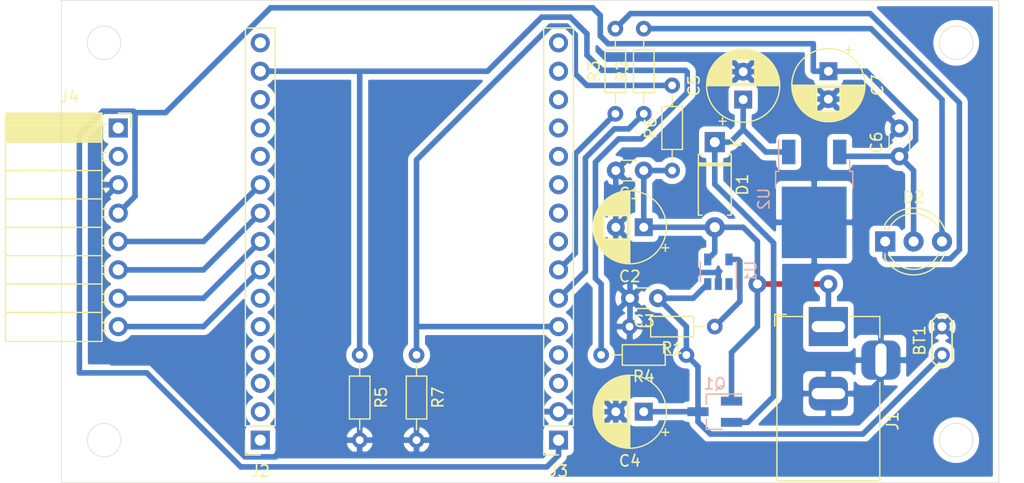
<source format=kicad_pcb>
(kicad_pcb (version 20171130) (host pcbnew 5.1.5-52549c5~86~ubuntu16.04.1)

  (general
    (thickness 1.6)
    (drawings 10)
    (tracks 191)
    (zones 0)
    (modules 24)
    (nets 40)
  )

  (page A4)
  (layers
    (0 F.Cu signal)
    (31 B.Cu signal)
    (32 B.Adhes user)
    (33 F.Adhes user)
    (34 B.Paste user)
    (35 F.Paste user)
    (36 B.SilkS user)
    (37 F.SilkS user)
    (38 B.Mask user)
    (39 F.Mask user)
    (40 Dwgs.User user)
    (41 Cmts.User user)
    (42 Eco1.User user)
    (43 Eco2.User user)
    (44 Edge.Cuts user)
    (45 Margin user)
    (46 B.CrtYd user)
    (47 F.CrtYd user)
    (48 B.Fab user)
    (49 F.Fab user)
  )

  (setup
    (last_trace_width 0.5)
    (user_trace_width 0.5)
    (trace_clearance 0.4)
    (zone_clearance 0.508)
    (zone_45_only no)
    (trace_min 0.2)
    (via_size 0.8)
    (via_drill 0.4)
    (via_min_size 0.4)
    (via_min_drill 0.3)
    (uvia_size 0.3)
    (uvia_drill 0.1)
    (uvias_allowed no)
    (uvia_min_size 0.2)
    (uvia_min_drill 0.1)
    (edge_width 0.05)
    (segment_width 0.2)
    (pcb_text_width 0.3)
    (pcb_text_size 1.5 1.5)
    (mod_edge_width 0.12)
    (mod_text_size 1 1)
    (mod_text_width 0.15)
    (pad_size 1.524 1.524)
    (pad_drill 0.762)
    (pad_to_mask_clearance 0.051)
    (solder_mask_min_width 0.25)
    (aux_axis_origin 0 0)
    (visible_elements FFFFFF7F)
    (pcbplotparams
      (layerselection 0x010fc_ffffffff)
      (usegerberextensions false)
      (usegerberattributes false)
      (usegerberadvancedattributes false)
      (creategerberjobfile false)
      (excludeedgelayer true)
      (linewidth 0.100000)
      (plotframeref false)
      (viasonmask false)
      (mode 1)
      (useauxorigin false)
      (hpglpennumber 1)
      (hpglpenspeed 20)
      (hpglpendiameter 15.000000)
      (psnegative false)
      (psa4output false)
      (plotreference true)
      (plotvalue true)
      (plotinvisibletext false)
      (padsonsilk false)
      (subtractmaskfromsilk false)
      (outputformat 1)
      (mirror false)
      (drillshape 1)
      (scaleselection 1)
      (outputdirectory ""))
  )

  (net 0 "")
  (net 1 "Net-(BT1-Pad1)")
  (net 2 GND)
  (net 3 +5V)
  (net 4 VCC)
  (net 5 +3V3)
  (net 6 "Net-(D2-Pad1)")
  (net 7 "Net-(D2-Pad3)")
  (net 8 "Net-(J2-Pad1)")
  (net 9 "Net-(J2-Pad2)")
  (net 10 "Net-(J2-Pad3)")
  (net 11 "Net-(J2-Pad4)")
  (net 12 "Net-(J2-Pad5)")
  (net 13 "Net-(J2-Pad6)")
  (net 14 SPI_MOSI)
  (net 15 SPI_SS)
  (net 16 SPI_MISO)
  (net 17 SPI_SCK)
  (net 18 "Net-(J2-Pad12)")
  (net 19 "Net-(J2-Pad13)")
  (net 20 "Net-(J2-Pad15)")
  (net 21 "Net-(J3-Pad15)")
  (net 22 "Net-(J3-Pad14)")
  (net 23 "Net-(J3-Pad13)")
  (net 24 "Net-(J3-Pad12)")
  (net 25 "Net-(J3-Pad11)")
  (net 26 "Net-(J3-Pad10)")
  (net 27 "Net-(J3-Pad9)")
  (net 28 "Net-(J3-Pad8)")
  (net 29 "Net-(J3-Pad7)")
  (net 30 "Net-(J3-Pad6)")
  (net 31 "Net-(J3-Pad3)")
  (net 32 "Net-(R1-Pad1)")
  (net 33 "Net-(U1-Pad1)")
  (net 34 POW_SOUR)
  (net 35 POW_BATT)
  (net 36 "Net-(J2-Pad11)")
  (net 37 "Net-(J4-Pad1)")
  (net 38 "Net-(J4-Pad2)")
  (net 39 "Net-(J3-Pad4)")

  (net_class Default "This is the default net class."
    (clearance 0.4)
    (trace_width 0.5)
    (via_dia 0.8)
    (via_drill 0.4)
    (uvia_dia 0.3)
    (uvia_drill 0.1)
    (add_net +3V3)
    (add_net +5V)
    (add_net GND)
    (add_net "Net-(BT1-Pad1)")
    (add_net "Net-(D2-Pad1)")
    (add_net "Net-(D2-Pad3)")
    (add_net "Net-(J2-Pad1)")
    (add_net "Net-(J2-Pad11)")
    (add_net "Net-(J2-Pad12)")
    (add_net "Net-(J2-Pad13)")
    (add_net "Net-(J2-Pad15)")
    (add_net "Net-(J2-Pad2)")
    (add_net "Net-(J2-Pad3)")
    (add_net "Net-(J2-Pad4)")
    (add_net "Net-(J2-Pad5)")
    (add_net "Net-(J2-Pad6)")
    (add_net "Net-(J3-Pad10)")
    (add_net "Net-(J3-Pad11)")
    (add_net "Net-(J3-Pad12)")
    (add_net "Net-(J3-Pad13)")
    (add_net "Net-(J3-Pad14)")
    (add_net "Net-(J3-Pad15)")
    (add_net "Net-(J3-Pad3)")
    (add_net "Net-(J3-Pad4)")
    (add_net "Net-(J3-Pad6)")
    (add_net "Net-(J3-Pad7)")
    (add_net "Net-(J3-Pad8)")
    (add_net "Net-(J3-Pad9)")
    (add_net "Net-(J4-Pad1)")
    (add_net "Net-(J4-Pad2)")
    (add_net "Net-(R1-Pad1)")
    (add_net "Net-(U1-Pad1)")
    (add_net POW_BATT)
    (add_net POW_SOUR)
    (add_net SPI_MISO)
    (add_net SPI_MOSI)
    (add_net SPI_SCK)
    (add_net SPI_SS)
    (add_net VCC)
  )

  (module Capacitor_THT:CP_Radial_D6.3mm_P2.50mm (layer F.Cu) (tedit 5AE50EF0) (tstamp 5E9A0E6A)
    (at 105.41 91.44 270)
    (descr "CP, Radial series, Radial, pin pitch=2.50mm, , diameter=6.3mm, Electrolytic Capacitor")
    (tags "CP Radial series Radial pin pitch 2.50mm  diameter 6.3mm Electrolytic Capacitor")
    (path /5E9668A1)
    (fp_text reference C7 (at 1.25 -4.4 90) (layer F.SilkS)
      (effects (font (size 1 1) (thickness 0.15)))
    )
    (fp_text value 100u (at 1.25 4.4 90) (layer F.Fab)
      (effects (font (size 1 1) (thickness 0.15)))
    )
    (fp_circle (center 1.25 0) (end 4.4 0) (layer F.Fab) (width 0.1))
    (fp_circle (center 1.25 0) (end 4.52 0) (layer F.SilkS) (width 0.12))
    (fp_circle (center 1.25 0) (end 4.65 0) (layer F.CrtYd) (width 0.05))
    (fp_line (start -1.443972 -1.3735) (end -0.813972 -1.3735) (layer F.Fab) (width 0.1))
    (fp_line (start -1.128972 -1.6885) (end -1.128972 -1.0585) (layer F.Fab) (width 0.1))
    (fp_line (start 1.25 -3.23) (end 1.25 3.23) (layer F.SilkS) (width 0.12))
    (fp_line (start 1.29 -3.23) (end 1.29 3.23) (layer F.SilkS) (width 0.12))
    (fp_line (start 1.33 -3.23) (end 1.33 3.23) (layer F.SilkS) (width 0.12))
    (fp_line (start 1.37 -3.228) (end 1.37 3.228) (layer F.SilkS) (width 0.12))
    (fp_line (start 1.41 -3.227) (end 1.41 3.227) (layer F.SilkS) (width 0.12))
    (fp_line (start 1.45 -3.224) (end 1.45 3.224) (layer F.SilkS) (width 0.12))
    (fp_line (start 1.49 -3.222) (end 1.49 -1.04) (layer F.SilkS) (width 0.12))
    (fp_line (start 1.49 1.04) (end 1.49 3.222) (layer F.SilkS) (width 0.12))
    (fp_line (start 1.53 -3.218) (end 1.53 -1.04) (layer F.SilkS) (width 0.12))
    (fp_line (start 1.53 1.04) (end 1.53 3.218) (layer F.SilkS) (width 0.12))
    (fp_line (start 1.57 -3.215) (end 1.57 -1.04) (layer F.SilkS) (width 0.12))
    (fp_line (start 1.57 1.04) (end 1.57 3.215) (layer F.SilkS) (width 0.12))
    (fp_line (start 1.61 -3.211) (end 1.61 -1.04) (layer F.SilkS) (width 0.12))
    (fp_line (start 1.61 1.04) (end 1.61 3.211) (layer F.SilkS) (width 0.12))
    (fp_line (start 1.65 -3.206) (end 1.65 -1.04) (layer F.SilkS) (width 0.12))
    (fp_line (start 1.65 1.04) (end 1.65 3.206) (layer F.SilkS) (width 0.12))
    (fp_line (start 1.69 -3.201) (end 1.69 -1.04) (layer F.SilkS) (width 0.12))
    (fp_line (start 1.69 1.04) (end 1.69 3.201) (layer F.SilkS) (width 0.12))
    (fp_line (start 1.73 -3.195) (end 1.73 -1.04) (layer F.SilkS) (width 0.12))
    (fp_line (start 1.73 1.04) (end 1.73 3.195) (layer F.SilkS) (width 0.12))
    (fp_line (start 1.77 -3.189) (end 1.77 -1.04) (layer F.SilkS) (width 0.12))
    (fp_line (start 1.77 1.04) (end 1.77 3.189) (layer F.SilkS) (width 0.12))
    (fp_line (start 1.81 -3.182) (end 1.81 -1.04) (layer F.SilkS) (width 0.12))
    (fp_line (start 1.81 1.04) (end 1.81 3.182) (layer F.SilkS) (width 0.12))
    (fp_line (start 1.85 -3.175) (end 1.85 -1.04) (layer F.SilkS) (width 0.12))
    (fp_line (start 1.85 1.04) (end 1.85 3.175) (layer F.SilkS) (width 0.12))
    (fp_line (start 1.89 -3.167) (end 1.89 -1.04) (layer F.SilkS) (width 0.12))
    (fp_line (start 1.89 1.04) (end 1.89 3.167) (layer F.SilkS) (width 0.12))
    (fp_line (start 1.93 -3.159) (end 1.93 -1.04) (layer F.SilkS) (width 0.12))
    (fp_line (start 1.93 1.04) (end 1.93 3.159) (layer F.SilkS) (width 0.12))
    (fp_line (start 1.971 -3.15) (end 1.971 -1.04) (layer F.SilkS) (width 0.12))
    (fp_line (start 1.971 1.04) (end 1.971 3.15) (layer F.SilkS) (width 0.12))
    (fp_line (start 2.011 -3.141) (end 2.011 -1.04) (layer F.SilkS) (width 0.12))
    (fp_line (start 2.011 1.04) (end 2.011 3.141) (layer F.SilkS) (width 0.12))
    (fp_line (start 2.051 -3.131) (end 2.051 -1.04) (layer F.SilkS) (width 0.12))
    (fp_line (start 2.051 1.04) (end 2.051 3.131) (layer F.SilkS) (width 0.12))
    (fp_line (start 2.091 -3.121) (end 2.091 -1.04) (layer F.SilkS) (width 0.12))
    (fp_line (start 2.091 1.04) (end 2.091 3.121) (layer F.SilkS) (width 0.12))
    (fp_line (start 2.131 -3.11) (end 2.131 -1.04) (layer F.SilkS) (width 0.12))
    (fp_line (start 2.131 1.04) (end 2.131 3.11) (layer F.SilkS) (width 0.12))
    (fp_line (start 2.171 -3.098) (end 2.171 -1.04) (layer F.SilkS) (width 0.12))
    (fp_line (start 2.171 1.04) (end 2.171 3.098) (layer F.SilkS) (width 0.12))
    (fp_line (start 2.211 -3.086) (end 2.211 -1.04) (layer F.SilkS) (width 0.12))
    (fp_line (start 2.211 1.04) (end 2.211 3.086) (layer F.SilkS) (width 0.12))
    (fp_line (start 2.251 -3.074) (end 2.251 -1.04) (layer F.SilkS) (width 0.12))
    (fp_line (start 2.251 1.04) (end 2.251 3.074) (layer F.SilkS) (width 0.12))
    (fp_line (start 2.291 -3.061) (end 2.291 -1.04) (layer F.SilkS) (width 0.12))
    (fp_line (start 2.291 1.04) (end 2.291 3.061) (layer F.SilkS) (width 0.12))
    (fp_line (start 2.331 -3.047) (end 2.331 -1.04) (layer F.SilkS) (width 0.12))
    (fp_line (start 2.331 1.04) (end 2.331 3.047) (layer F.SilkS) (width 0.12))
    (fp_line (start 2.371 -3.033) (end 2.371 -1.04) (layer F.SilkS) (width 0.12))
    (fp_line (start 2.371 1.04) (end 2.371 3.033) (layer F.SilkS) (width 0.12))
    (fp_line (start 2.411 -3.018) (end 2.411 -1.04) (layer F.SilkS) (width 0.12))
    (fp_line (start 2.411 1.04) (end 2.411 3.018) (layer F.SilkS) (width 0.12))
    (fp_line (start 2.451 -3.002) (end 2.451 -1.04) (layer F.SilkS) (width 0.12))
    (fp_line (start 2.451 1.04) (end 2.451 3.002) (layer F.SilkS) (width 0.12))
    (fp_line (start 2.491 -2.986) (end 2.491 -1.04) (layer F.SilkS) (width 0.12))
    (fp_line (start 2.491 1.04) (end 2.491 2.986) (layer F.SilkS) (width 0.12))
    (fp_line (start 2.531 -2.97) (end 2.531 -1.04) (layer F.SilkS) (width 0.12))
    (fp_line (start 2.531 1.04) (end 2.531 2.97) (layer F.SilkS) (width 0.12))
    (fp_line (start 2.571 -2.952) (end 2.571 -1.04) (layer F.SilkS) (width 0.12))
    (fp_line (start 2.571 1.04) (end 2.571 2.952) (layer F.SilkS) (width 0.12))
    (fp_line (start 2.611 -2.934) (end 2.611 -1.04) (layer F.SilkS) (width 0.12))
    (fp_line (start 2.611 1.04) (end 2.611 2.934) (layer F.SilkS) (width 0.12))
    (fp_line (start 2.651 -2.916) (end 2.651 -1.04) (layer F.SilkS) (width 0.12))
    (fp_line (start 2.651 1.04) (end 2.651 2.916) (layer F.SilkS) (width 0.12))
    (fp_line (start 2.691 -2.896) (end 2.691 -1.04) (layer F.SilkS) (width 0.12))
    (fp_line (start 2.691 1.04) (end 2.691 2.896) (layer F.SilkS) (width 0.12))
    (fp_line (start 2.731 -2.876) (end 2.731 -1.04) (layer F.SilkS) (width 0.12))
    (fp_line (start 2.731 1.04) (end 2.731 2.876) (layer F.SilkS) (width 0.12))
    (fp_line (start 2.771 -2.856) (end 2.771 -1.04) (layer F.SilkS) (width 0.12))
    (fp_line (start 2.771 1.04) (end 2.771 2.856) (layer F.SilkS) (width 0.12))
    (fp_line (start 2.811 -2.834) (end 2.811 -1.04) (layer F.SilkS) (width 0.12))
    (fp_line (start 2.811 1.04) (end 2.811 2.834) (layer F.SilkS) (width 0.12))
    (fp_line (start 2.851 -2.812) (end 2.851 -1.04) (layer F.SilkS) (width 0.12))
    (fp_line (start 2.851 1.04) (end 2.851 2.812) (layer F.SilkS) (width 0.12))
    (fp_line (start 2.891 -2.79) (end 2.891 -1.04) (layer F.SilkS) (width 0.12))
    (fp_line (start 2.891 1.04) (end 2.891 2.79) (layer F.SilkS) (width 0.12))
    (fp_line (start 2.931 -2.766) (end 2.931 -1.04) (layer F.SilkS) (width 0.12))
    (fp_line (start 2.931 1.04) (end 2.931 2.766) (layer F.SilkS) (width 0.12))
    (fp_line (start 2.971 -2.742) (end 2.971 -1.04) (layer F.SilkS) (width 0.12))
    (fp_line (start 2.971 1.04) (end 2.971 2.742) (layer F.SilkS) (width 0.12))
    (fp_line (start 3.011 -2.716) (end 3.011 -1.04) (layer F.SilkS) (width 0.12))
    (fp_line (start 3.011 1.04) (end 3.011 2.716) (layer F.SilkS) (width 0.12))
    (fp_line (start 3.051 -2.69) (end 3.051 -1.04) (layer F.SilkS) (width 0.12))
    (fp_line (start 3.051 1.04) (end 3.051 2.69) (layer F.SilkS) (width 0.12))
    (fp_line (start 3.091 -2.664) (end 3.091 -1.04) (layer F.SilkS) (width 0.12))
    (fp_line (start 3.091 1.04) (end 3.091 2.664) (layer F.SilkS) (width 0.12))
    (fp_line (start 3.131 -2.636) (end 3.131 -1.04) (layer F.SilkS) (width 0.12))
    (fp_line (start 3.131 1.04) (end 3.131 2.636) (layer F.SilkS) (width 0.12))
    (fp_line (start 3.171 -2.607) (end 3.171 -1.04) (layer F.SilkS) (width 0.12))
    (fp_line (start 3.171 1.04) (end 3.171 2.607) (layer F.SilkS) (width 0.12))
    (fp_line (start 3.211 -2.578) (end 3.211 -1.04) (layer F.SilkS) (width 0.12))
    (fp_line (start 3.211 1.04) (end 3.211 2.578) (layer F.SilkS) (width 0.12))
    (fp_line (start 3.251 -2.548) (end 3.251 -1.04) (layer F.SilkS) (width 0.12))
    (fp_line (start 3.251 1.04) (end 3.251 2.548) (layer F.SilkS) (width 0.12))
    (fp_line (start 3.291 -2.516) (end 3.291 -1.04) (layer F.SilkS) (width 0.12))
    (fp_line (start 3.291 1.04) (end 3.291 2.516) (layer F.SilkS) (width 0.12))
    (fp_line (start 3.331 -2.484) (end 3.331 -1.04) (layer F.SilkS) (width 0.12))
    (fp_line (start 3.331 1.04) (end 3.331 2.484) (layer F.SilkS) (width 0.12))
    (fp_line (start 3.371 -2.45) (end 3.371 -1.04) (layer F.SilkS) (width 0.12))
    (fp_line (start 3.371 1.04) (end 3.371 2.45) (layer F.SilkS) (width 0.12))
    (fp_line (start 3.411 -2.416) (end 3.411 -1.04) (layer F.SilkS) (width 0.12))
    (fp_line (start 3.411 1.04) (end 3.411 2.416) (layer F.SilkS) (width 0.12))
    (fp_line (start 3.451 -2.38) (end 3.451 -1.04) (layer F.SilkS) (width 0.12))
    (fp_line (start 3.451 1.04) (end 3.451 2.38) (layer F.SilkS) (width 0.12))
    (fp_line (start 3.491 -2.343) (end 3.491 -1.04) (layer F.SilkS) (width 0.12))
    (fp_line (start 3.491 1.04) (end 3.491 2.343) (layer F.SilkS) (width 0.12))
    (fp_line (start 3.531 -2.305) (end 3.531 -1.04) (layer F.SilkS) (width 0.12))
    (fp_line (start 3.531 1.04) (end 3.531 2.305) (layer F.SilkS) (width 0.12))
    (fp_line (start 3.571 -2.265) (end 3.571 2.265) (layer F.SilkS) (width 0.12))
    (fp_line (start 3.611 -2.224) (end 3.611 2.224) (layer F.SilkS) (width 0.12))
    (fp_line (start 3.651 -2.182) (end 3.651 2.182) (layer F.SilkS) (width 0.12))
    (fp_line (start 3.691 -2.137) (end 3.691 2.137) (layer F.SilkS) (width 0.12))
    (fp_line (start 3.731 -2.092) (end 3.731 2.092) (layer F.SilkS) (width 0.12))
    (fp_line (start 3.771 -2.044) (end 3.771 2.044) (layer F.SilkS) (width 0.12))
    (fp_line (start 3.811 -1.995) (end 3.811 1.995) (layer F.SilkS) (width 0.12))
    (fp_line (start 3.851 -1.944) (end 3.851 1.944) (layer F.SilkS) (width 0.12))
    (fp_line (start 3.891 -1.89) (end 3.891 1.89) (layer F.SilkS) (width 0.12))
    (fp_line (start 3.931 -1.834) (end 3.931 1.834) (layer F.SilkS) (width 0.12))
    (fp_line (start 3.971 -1.776) (end 3.971 1.776) (layer F.SilkS) (width 0.12))
    (fp_line (start 4.011 -1.714) (end 4.011 1.714) (layer F.SilkS) (width 0.12))
    (fp_line (start 4.051 -1.65) (end 4.051 1.65) (layer F.SilkS) (width 0.12))
    (fp_line (start 4.091 -1.581) (end 4.091 1.581) (layer F.SilkS) (width 0.12))
    (fp_line (start 4.131 -1.509) (end 4.131 1.509) (layer F.SilkS) (width 0.12))
    (fp_line (start 4.171 -1.432) (end 4.171 1.432) (layer F.SilkS) (width 0.12))
    (fp_line (start 4.211 -1.35) (end 4.211 1.35) (layer F.SilkS) (width 0.12))
    (fp_line (start 4.251 -1.262) (end 4.251 1.262) (layer F.SilkS) (width 0.12))
    (fp_line (start 4.291 -1.165) (end 4.291 1.165) (layer F.SilkS) (width 0.12))
    (fp_line (start 4.331 -1.059) (end 4.331 1.059) (layer F.SilkS) (width 0.12))
    (fp_line (start 4.371 -0.94) (end 4.371 0.94) (layer F.SilkS) (width 0.12))
    (fp_line (start 4.411 -0.802) (end 4.411 0.802) (layer F.SilkS) (width 0.12))
    (fp_line (start 4.451 -0.633) (end 4.451 0.633) (layer F.SilkS) (width 0.12))
    (fp_line (start 4.491 -0.402) (end 4.491 0.402) (layer F.SilkS) (width 0.12))
    (fp_line (start -2.250241 -1.839) (end -1.620241 -1.839) (layer F.SilkS) (width 0.12))
    (fp_line (start -1.935241 -2.154) (end -1.935241 -1.524) (layer F.SilkS) (width 0.12))
    (fp_text user %R (at 1.25 0 90) (layer F.Fab)
      (effects (font (size 1 1) (thickness 0.15)))
    )
    (pad 1 thru_hole rect (at 0 0 270) (size 1.6 1.6) (drill 0.8) (layers *.Cu *.Mask)
      (net 5 +3V3))
    (pad 2 thru_hole circle (at 2.5 0 270) (size 1.6 1.6) (drill 0.8) (layers *.Cu *.Mask)
      (net 2 GND))
    (model ${KISYS3DMOD}/Capacitor_THT.3dshapes/CP_Radial_D6.3mm_P2.50mm.wrl
      (at (xyz 0 0 0))
      (scale (xyz 1 1 1))
      (rotate (xyz 0 0 0))
    )
  )

  (module Resistor_THT:R_Axial_DIN0204_L3.6mm_D1.6mm_P7.62mm_Horizontal (layer F.Cu) (tedit 5AE5139B) (tstamp 5E9A0FA9)
    (at 88.9 95.25 90)
    (descr "Resistor, Axial_DIN0204 series, Axial, Horizontal, pin pitch=7.62mm, 0.167W, length*diameter=3.6*1.6mm^2, http://cdn-reichelt.de/documents/datenblatt/B400/1_4W%23YAG.pdf")
    (tags "Resistor Axial_DIN0204 series Axial Horizontal pin pitch 7.62mm 0.167W length 3.6mm diameter 1.6mm")
    (path /5E9B3809)
    (fp_text reference R2 (at 3.81 -1.92 90) (layer F.SilkS)
      (effects (font (size 1 1) (thickness 0.15)))
    )
    (fp_text value 330R (at 3.81 1.92 90) (layer F.Fab)
      (effects (font (size 1 1) (thickness 0.15)))
    )
    (fp_text user %R (at 3.81 0 90) (layer F.Fab)
      (effects (font (size 0.72 0.72) (thickness 0.108)))
    )
    (fp_line (start 8.57 -1.05) (end -0.95 -1.05) (layer F.CrtYd) (width 0.05))
    (fp_line (start 8.57 1.05) (end 8.57 -1.05) (layer F.CrtYd) (width 0.05))
    (fp_line (start -0.95 1.05) (end 8.57 1.05) (layer F.CrtYd) (width 0.05))
    (fp_line (start -0.95 -1.05) (end -0.95 1.05) (layer F.CrtYd) (width 0.05))
    (fp_line (start 6.68 0) (end 5.73 0) (layer F.SilkS) (width 0.12))
    (fp_line (start 0.94 0) (end 1.89 0) (layer F.SilkS) (width 0.12))
    (fp_line (start 5.73 -0.92) (end 1.89 -0.92) (layer F.SilkS) (width 0.12))
    (fp_line (start 5.73 0.92) (end 5.73 -0.92) (layer F.SilkS) (width 0.12))
    (fp_line (start 1.89 0.92) (end 5.73 0.92) (layer F.SilkS) (width 0.12))
    (fp_line (start 1.89 -0.92) (end 1.89 0.92) (layer F.SilkS) (width 0.12))
    (fp_line (start 7.62 0) (end 5.61 0) (layer F.Fab) (width 0.1))
    (fp_line (start 0 0) (end 2.01 0) (layer F.Fab) (width 0.1))
    (fp_line (start 5.61 -0.8) (end 2.01 -0.8) (layer F.Fab) (width 0.1))
    (fp_line (start 5.61 0.8) (end 5.61 -0.8) (layer F.Fab) (width 0.1))
    (fp_line (start 2.01 0.8) (end 5.61 0.8) (layer F.Fab) (width 0.1))
    (fp_line (start 2.01 -0.8) (end 2.01 0.8) (layer F.Fab) (width 0.1))
    (pad 2 thru_hole oval (at 7.62 0 90) (size 1.4 1.4) (drill 0.7) (layers *.Cu *.Mask)
      (net 7 "Net-(D2-Pad3)"))
    (pad 1 thru_hole circle (at 0 0 90) (size 1.4 1.4) (drill 0.7) (layers *.Cu *.Mask)
      (net 30 "Net-(J3-Pad6)"))
    (model ${KISYS3DMOD}/Resistor_THT.3dshapes/R_Axial_DIN0204_L3.6mm_D1.6mm_P7.62mm_Horizontal.wrl
      (at (xyz 0 0 0))
      (scale (xyz 1 1 1))
      (rotate (xyz 0 0 0))
    )
  )

  (module Capacitor_THT:CP_Radial_D6.3mm_P2.50mm (layer F.Cu) (tedit 5AE50EF0) (tstamp 5E9A0DC5)
    (at 97.79 93.98 90)
    (descr "CP, Radial series, Radial, pin pitch=2.50mm, , diameter=6.3mm, Electrolytic Capacitor")
    (tags "CP Radial series Radial pin pitch 2.50mm  diameter 6.3mm Electrolytic Capacitor")
    (path /5E9646BD)
    (fp_text reference C5 (at 1.25 -4.4 90) (layer F.SilkS)
      (effects (font (size 1 1) (thickness 0.15)))
    )
    (fp_text value 100u (at 1.25 4.4 90) (layer F.Fab)
      (effects (font (size 1 1) (thickness 0.15)))
    )
    (fp_text user %R (at 1.25 0 90) (layer F.Fab)
      (effects (font (size 1 1) (thickness 0.15)))
    )
    (fp_line (start -1.935241 -2.154) (end -1.935241 -1.524) (layer F.SilkS) (width 0.12))
    (fp_line (start -2.250241 -1.839) (end -1.620241 -1.839) (layer F.SilkS) (width 0.12))
    (fp_line (start 4.491 -0.402) (end 4.491 0.402) (layer F.SilkS) (width 0.12))
    (fp_line (start 4.451 -0.633) (end 4.451 0.633) (layer F.SilkS) (width 0.12))
    (fp_line (start 4.411 -0.802) (end 4.411 0.802) (layer F.SilkS) (width 0.12))
    (fp_line (start 4.371 -0.94) (end 4.371 0.94) (layer F.SilkS) (width 0.12))
    (fp_line (start 4.331 -1.059) (end 4.331 1.059) (layer F.SilkS) (width 0.12))
    (fp_line (start 4.291 -1.165) (end 4.291 1.165) (layer F.SilkS) (width 0.12))
    (fp_line (start 4.251 -1.262) (end 4.251 1.262) (layer F.SilkS) (width 0.12))
    (fp_line (start 4.211 -1.35) (end 4.211 1.35) (layer F.SilkS) (width 0.12))
    (fp_line (start 4.171 -1.432) (end 4.171 1.432) (layer F.SilkS) (width 0.12))
    (fp_line (start 4.131 -1.509) (end 4.131 1.509) (layer F.SilkS) (width 0.12))
    (fp_line (start 4.091 -1.581) (end 4.091 1.581) (layer F.SilkS) (width 0.12))
    (fp_line (start 4.051 -1.65) (end 4.051 1.65) (layer F.SilkS) (width 0.12))
    (fp_line (start 4.011 -1.714) (end 4.011 1.714) (layer F.SilkS) (width 0.12))
    (fp_line (start 3.971 -1.776) (end 3.971 1.776) (layer F.SilkS) (width 0.12))
    (fp_line (start 3.931 -1.834) (end 3.931 1.834) (layer F.SilkS) (width 0.12))
    (fp_line (start 3.891 -1.89) (end 3.891 1.89) (layer F.SilkS) (width 0.12))
    (fp_line (start 3.851 -1.944) (end 3.851 1.944) (layer F.SilkS) (width 0.12))
    (fp_line (start 3.811 -1.995) (end 3.811 1.995) (layer F.SilkS) (width 0.12))
    (fp_line (start 3.771 -2.044) (end 3.771 2.044) (layer F.SilkS) (width 0.12))
    (fp_line (start 3.731 -2.092) (end 3.731 2.092) (layer F.SilkS) (width 0.12))
    (fp_line (start 3.691 -2.137) (end 3.691 2.137) (layer F.SilkS) (width 0.12))
    (fp_line (start 3.651 -2.182) (end 3.651 2.182) (layer F.SilkS) (width 0.12))
    (fp_line (start 3.611 -2.224) (end 3.611 2.224) (layer F.SilkS) (width 0.12))
    (fp_line (start 3.571 -2.265) (end 3.571 2.265) (layer F.SilkS) (width 0.12))
    (fp_line (start 3.531 1.04) (end 3.531 2.305) (layer F.SilkS) (width 0.12))
    (fp_line (start 3.531 -2.305) (end 3.531 -1.04) (layer F.SilkS) (width 0.12))
    (fp_line (start 3.491 1.04) (end 3.491 2.343) (layer F.SilkS) (width 0.12))
    (fp_line (start 3.491 -2.343) (end 3.491 -1.04) (layer F.SilkS) (width 0.12))
    (fp_line (start 3.451 1.04) (end 3.451 2.38) (layer F.SilkS) (width 0.12))
    (fp_line (start 3.451 -2.38) (end 3.451 -1.04) (layer F.SilkS) (width 0.12))
    (fp_line (start 3.411 1.04) (end 3.411 2.416) (layer F.SilkS) (width 0.12))
    (fp_line (start 3.411 -2.416) (end 3.411 -1.04) (layer F.SilkS) (width 0.12))
    (fp_line (start 3.371 1.04) (end 3.371 2.45) (layer F.SilkS) (width 0.12))
    (fp_line (start 3.371 -2.45) (end 3.371 -1.04) (layer F.SilkS) (width 0.12))
    (fp_line (start 3.331 1.04) (end 3.331 2.484) (layer F.SilkS) (width 0.12))
    (fp_line (start 3.331 -2.484) (end 3.331 -1.04) (layer F.SilkS) (width 0.12))
    (fp_line (start 3.291 1.04) (end 3.291 2.516) (layer F.SilkS) (width 0.12))
    (fp_line (start 3.291 -2.516) (end 3.291 -1.04) (layer F.SilkS) (width 0.12))
    (fp_line (start 3.251 1.04) (end 3.251 2.548) (layer F.SilkS) (width 0.12))
    (fp_line (start 3.251 -2.548) (end 3.251 -1.04) (layer F.SilkS) (width 0.12))
    (fp_line (start 3.211 1.04) (end 3.211 2.578) (layer F.SilkS) (width 0.12))
    (fp_line (start 3.211 -2.578) (end 3.211 -1.04) (layer F.SilkS) (width 0.12))
    (fp_line (start 3.171 1.04) (end 3.171 2.607) (layer F.SilkS) (width 0.12))
    (fp_line (start 3.171 -2.607) (end 3.171 -1.04) (layer F.SilkS) (width 0.12))
    (fp_line (start 3.131 1.04) (end 3.131 2.636) (layer F.SilkS) (width 0.12))
    (fp_line (start 3.131 -2.636) (end 3.131 -1.04) (layer F.SilkS) (width 0.12))
    (fp_line (start 3.091 1.04) (end 3.091 2.664) (layer F.SilkS) (width 0.12))
    (fp_line (start 3.091 -2.664) (end 3.091 -1.04) (layer F.SilkS) (width 0.12))
    (fp_line (start 3.051 1.04) (end 3.051 2.69) (layer F.SilkS) (width 0.12))
    (fp_line (start 3.051 -2.69) (end 3.051 -1.04) (layer F.SilkS) (width 0.12))
    (fp_line (start 3.011 1.04) (end 3.011 2.716) (layer F.SilkS) (width 0.12))
    (fp_line (start 3.011 -2.716) (end 3.011 -1.04) (layer F.SilkS) (width 0.12))
    (fp_line (start 2.971 1.04) (end 2.971 2.742) (layer F.SilkS) (width 0.12))
    (fp_line (start 2.971 -2.742) (end 2.971 -1.04) (layer F.SilkS) (width 0.12))
    (fp_line (start 2.931 1.04) (end 2.931 2.766) (layer F.SilkS) (width 0.12))
    (fp_line (start 2.931 -2.766) (end 2.931 -1.04) (layer F.SilkS) (width 0.12))
    (fp_line (start 2.891 1.04) (end 2.891 2.79) (layer F.SilkS) (width 0.12))
    (fp_line (start 2.891 -2.79) (end 2.891 -1.04) (layer F.SilkS) (width 0.12))
    (fp_line (start 2.851 1.04) (end 2.851 2.812) (layer F.SilkS) (width 0.12))
    (fp_line (start 2.851 -2.812) (end 2.851 -1.04) (layer F.SilkS) (width 0.12))
    (fp_line (start 2.811 1.04) (end 2.811 2.834) (layer F.SilkS) (width 0.12))
    (fp_line (start 2.811 -2.834) (end 2.811 -1.04) (layer F.SilkS) (width 0.12))
    (fp_line (start 2.771 1.04) (end 2.771 2.856) (layer F.SilkS) (width 0.12))
    (fp_line (start 2.771 -2.856) (end 2.771 -1.04) (layer F.SilkS) (width 0.12))
    (fp_line (start 2.731 1.04) (end 2.731 2.876) (layer F.SilkS) (width 0.12))
    (fp_line (start 2.731 -2.876) (end 2.731 -1.04) (layer F.SilkS) (width 0.12))
    (fp_line (start 2.691 1.04) (end 2.691 2.896) (layer F.SilkS) (width 0.12))
    (fp_line (start 2.691 -2.896) (end 2.691 -1.04) (layer F.SilkS) (width 0.12))
    (fp_line (start 2.651 1.04) (end 2.651 2.916) (layer F.SilkS) (width 0.12))
    (fp_line (start 2.651 -2.916) (end 2.651 -1.04) (layer F.SilkS) (width 0.12))
    (fp_line (start 2.611 1.04) (end 2.611 2.934) (layer F.SilkS) (width 0.12))
    (fp_line (start 2.611 -2.934) (end 2.611 -1.04) (layer F.SilkS) (width 0.12))
    (fp_line (start 2.571 1.04) (end 2.571 2.952) (layer F.SilkS) (width 0.12))
    (fp_line (start 2.571 -2.952) (end 2.571 -1.04) (layer F.SilkS) (width 0.12))
    (fp_line (start 2.531 1.04) (end 2.531 2.97) (layer F.SilkS) (width 0.12))
    (fp_line (start 2.531 -2.97) (end 2.531 -1.04) (layer F.SilkS) (width 0.12))
    (fp_line (start 2.491 1.04) (end 2.491 2.986) (layer F.SilkS) (width 0.12))
    (fp_line (start 2.491 -2.986) (end 2.491 -1.04) (layer F.SilkS) (width 0.12))
    (fp_line (start 2.451 1.04) (end 2.451 3.002) (layer F.SilkS) (width 0.12))
    (fp_line (start 2.451 -3.002) (end 2.451 -1.04) (layer F.SilkS) (width 0.12))
    (fp_line (start 2.411 1.04) (end 2.411 3.018) (layer F.SilkS) (width 0.12))
    (fp_line (start 2.411 -3.018) (end 2.411 -1.04) (layer F.SilkS) (width 0.12))
    (fp_line (start 2.371 1.04) (end 2.371 3.033) (layer F.SilkS) (width 0.12))
    (fp_line (start 2.371 -3.033) (end 2.371 -1.04) (layer F.SilkS) (width 0.12))
    (fp_line (start 2.331 1.04) (end 2.331 3.047) (layer F.SilkS) (width 0.12))
    (fp_line (start 2.331 -3.047) (end 2.331 -1.04) (layer F.SilkS) (width 0.12))
    (fp_line (start 2.291 1.04) (end 2.291 3.061) (layer F.SilkS) (width 0.12))
    (fp_line (start 2.291 -3.061) (end 2.291 -1.04) (layer F.SilkS) (width 0.12))
    (fp_line (start 2.251 1.04) (end 2.251 3.074) (layer F.SilkS) (width 0.12))
    (fp_line (start 2.251 -3.074) (end 2.251 -1.04) (layer F.SilkS) (width 0.12))
    (fp_line (start 2.211 1.04) (end 2.211 3.086) (layer F.SilkS) (width 0.12))
    (fp_line (start 2.211 -3.086) (end 2.211 -1.04) (layer F.SilkS) (width 0.12))
    (fp_line (start 2.171 1.04) (end 2.171 3.098) (layer F.SilkS) (width 0.12))
    (fp_line (start 2.171 -3.098) (end 2.171 -1.04) (layer F.SilkS) (width 0.12))
    (fp_line (start 2.131 1.04) (end 2.131 3.11) (layer F.SilkS) (width 0.12))
    (fp_line (start 2.131 -3.11) (end 2.131 -1.04) (layer F.SilkS) (width 0.12))
    (fp_line (start 2.091 1.04) (end 2.091 3.121) (layer F.SilkS) (width 0.12))
    (fp_line (start 2.091 -3.121) (end 2.091 -1.04) (layer F.SilkS) (width 0.12))
    (fp_line (start 2.051 1.04) (end 2.051 3.131) (layer F.SilkS) (width 0.12))
    (fp_line (start 2.051 -3.131) (end 2.051 -1.04) (layer F.SilkS) (width 0.12))
    (fp_line (start 2.011 1.04) (end 2.011 3.141) (layer F.SilkS) (width 0.12))
    (fp_line (start 2.011 -3.141) (end 2.011 -1.04) (layer F.SilkS) (width 0.12))
    (fp_line (start 1.971 1.04) (end 1.971 3.15) (layer F.SilkS) (width 0.12))
    (fp_line (start 1.971 -3.15) (end 1.971 -1.04) (layer F.SilkS) (width 0.12))
    (fp_line (start 1.93 1.04) (end 1.93 3.159) (layer F.SilkS) (width 0.12))
    (fp_line (start 1.93 -3.159) (end 1.93 -1.04) (layer F.SilkS) (width 0.12))
    (fp_line (start 1.89 1.04) (end 1.89 3.167) (layer F.SilkS) (width 0.12))
    (fp_line (start 1.89 -3.167) (end 1.89 -1.04) (layer F.SilkS) (width 0.12))
    (fp_line (start 1.85 1.04) (end 1.85 3.175) (layer F.SilkS) (width 0.12))
    (fp_line (start 1.85 -3.175) (end 1.85 -1.04) (layer F.SilkS) (width 0.12))
    (fp_line (start 1.81 1.04) (end 1.81 3.182) (layer F.SilkS) (width 0.12))
    (fp_line (start 1.81 -3.182) (end 1.81 -1.04) (layer F.SilkS) (width 0.12))
    (fp_line (start 1.77 1.04) (end 1.77 3.189) (layer F.SilkS) (width 0.12))
    (fp_line (start 1.77 -3.189) (end 1.77 -1.04) (layer F.SilkS) (width 0.12))
    (fp_line (start 1.73 1.04) (end 1.73 3.195) (layer F.SilkS) (width 0.12))
    (fp_line (start 1.73 -3.195) (end 1.73 -1.04) (layer F.SilkS) (width 0.12))
    (fp_line (start 1.69 1.04) (end 1.69 3.201) (layer F.SilkS) (width 0.12))
    (fp_line (start 1.69 -3.201) (end 1.69 -1.04) (layer F.SilkS) (width 0.12))
    (fp_line (start 1.65 1.04) (end 1.65 3.206) (layer F.SilkS) (width 0.12))
    (fp_line (start 1.65 -3.206) (end 1.65 -1.04) (layer F.SilkS) (width 0.12))
    (fp_line (start 1.61 1.04) (end 1.61 3.211) (layer F.SilkS) (width 0.12))
    (fp_line (start 1.61 -3.211) (end 1.61 -1.04) (layer F.SilkS) (width 0.12))
    (fp_line (start 1.57 1.04) (end 1.57 3.215) (layer F.SilkS) (width 0.12))
    (fp_line (start 1.57 -3.215) (end 1.57 -1.04) (layer F.SilkS) (width 0.12))
    (fp_line (start 1.53 1.04) (end 1.53 3.218) (layer F.SilkS) (width 0.12))
    (fp_line (start 1.53 -3.218) (end 1.53 -1.04) (layer F.SilkS) (width 0.12))
    (fp_line (start 1.49 1.04) (end 1.49 3.222) (layer F.SilkS) (width 0.12))
    (fp_line (start 1.49 -3.222) (end 1.49 -1.04) (layer F.SilkS) (width 0.12))
    (fp_line (start 1.45 -3.224) (end 1.45 3.224) (layer F.SilkS) (width 0.12))
    (fp_line (start 1.41 -3.227) (end 1.41 3.227) (layer F.SilkS) (width 0.12))
    (fp_line (start 1.37 -3.228) (end 1.37 3.228) (layer F.SilkS) (width 0.12))
    (fp_line (start 1.33 -3.23) (end 1.33 3.23) (layer F.SilkS) (width 0.12))
    (fp_line (start 1.29 -3.23) (end 1.29 3.23) (layer F.SilkS) (width 0.12))
    (fp_line (start 1.25 -3.23) (end 1.25 3.23) (layer F.SilkS) (width 0.12))
    (fp_line (start -1.128972 -1.6885) (end -1.128972 -1.0585) (layer F.Fab) (width 0.1))
    (fp_line (start -1.443972 -1.3735) (end -0.813972 -1.3735) (layer F.Fab) (width 0.1))
    (fp_circle (center 1.25 0) (end 4.65 0) (layer F.CrtYd) (width 0.05))
    (fp_circle (center 1.25 0) (end 4.52 0) (layer F.SilkS) (width 0.12))
    (fp_circle (center 1.25 0) (end 4.4 0) (layer F.Fab) (width 0.1))
    (pad 2 thru_hole circle (at 2.5 0 90) (size 1.6 1.6) (drill 0.8) (layers *.Cu *.Mask)
      (net 2 GND))
    (pad 1 thru_hole rect (at 0 0 90) (size 1.6 1.6) (drill 0.8) (layers *.Cu *.Mask)
      (net 4 VCC))
    (model ${KISYS3DMOD}/Capacitor_THT.3dshapes/CP_Radial_D6.3mm_P2.50mm.wrl
      (at (xyz 0 0 0))
      (scale (xyz 1 1 1))
      (rotate (xyz 0 0 0))
    )
  )

  (module Package_TO_SOT_SMD:SOT-23-5 (layer B.Cu) (tedit 5A02FF57) (tstamp 5E9A0FD5)
    (at 95.57 109.39 90)
    (descr "5-pin SOT23 package")
    (tags SOT-23-5)
    (path /5E92FFFA)
    (attr smd)
    (fp_text reference U1 (at 0 2.9 270) (layer B.SilkS)
      (effects (font (size 1 1) (thickness 0.15)) (justify mirror))
    )
    (fp_text value MCP73832-2-OT (at 0 -2.9 270) (layer B.Fab)
      (effects (font (size 1 1) (thickness 0.15)) (justify mirror))
    )
    (fp_text user %R (at 0 0) (layer B.Fab)
      (effects (font (size 0.5 0.5) (thickness 0.075)) (justify mirror))
    )
    (fp_line (start -0.9 -1.61) (end 0.9 -1.61) (layer B.SilkS) (width 0.12))
    (fp_line (start 0.9 1.61) (end -1.55 1.61) (layer B.SilkS) (width 0.12))
    (fp_line (start -1.9 1.8) (end 1.9 1.8) (layer B.CrtYd) (width 0.05))
    (fp_line (start 1.9 1.8) (end 1.9 -1.8) (layer B.CrtYd) (width 0.05))
    (fp_line (start 1.9 -1.8) (end -1.9 -1.8) (layer B.CrtYd) (width 0.05))
    (fp_line (start -1.9 -1.8) (end -1.9 1.8) (layer B.CrtYd) (width 0.05))
    (fp_line (start -0.9 0.9) (end -0.25 1.55) (layer B.Fab) (width 0.1))
    (fp_line (start 0.9 1.55) (end -0.25 1.55) (layer B.Fab) (width 0.1))
    (fp_line (start -0.9 0.9) (end -0.9 -1.55) (layer B.Fab) (width 0.1))
    (fp_line (start 0.9 -1.55) (end -0.9 -1.55) (layer B.Fab) (width 0.1))
    (fp_line (start 0.9 1.55) (end 0.9 -1.55) (layer B.Fab) (width 0.1))
    (pad 1 smd rect (at -1.1 0.95 90) (size 1.06 0.65) (layers B.Cu B.Paste B.Mask)
      (net 33 "Net-(U1-Pad1)"))
    (pad 2 smd rect (at -1.1 0 90) (size 1.06 0.65) (layers B.Cu B.Paste B.Mask)
      (net 2 GND))
    (pad 3 smd rect (at -1.1 -0.95 90) (size 1.06 0.65) (layers B.Cu B.Paste B.Mask)
      (net 1 "Net-(BT1-Pad1)"))
    (pad 4 smd rect (at 1.1 -0.95 90) (size 1.06 0.65) (layers B.Cu B.Paste B.Mask)
      (net 3 +5V))
    (pad 5 smd rect (at 1.1 0.95 90) (size 1.06 0.65) (layers B.Cu B.Paste B.Mask)
      (net 32 "Net-(R1-Pad1)"))
    (model ${KISYS3DMOD}/Package_TO_SOT_SMD.3dshapes/SOT-23-5.wrl
      (at (xyz 0 0 0))
      (scale (xyz 1 1 1))
      (rotate (xyz 0 0 0))
    )
  )

  (module Connector_BarrelJack:BarrelJack_Horizontal (layer F.Cu) (tedit 5A1DBF6A) (tstamp 5E9A0EC0)
    (at 105.41 114.3 90)
    (descr "DC Barrel Jack")
    (tags "Power Jack")
    (path /5E932047)
    (fp_text reference J1 (at -8.45 5.75 90) (layer F.SilkS)
      (effects (font (size 1 1) (thickness 0.15)))
    )
    (fp_text value BARREL_JACK (at -6.2 -5.5 90) (layer F.Fab)
      (effects (font (size 1 1) (thickness 0.15)))
    )
    (fp_text user %R (at -3 -2.95 90) (layer F.Fab)
      (effects (font (size 1 1) (thickness 0.15)))
    )
    (fp_line (start -0.003213 -4.505425) (end 0.8 -3.75) (layer F.Fab) (width 0.1))
    (fp_line (start 1.1 -3.75) (end 1.1 -4.8) (layer F.SilkS) (width 0.12))
    (fp_line (start 0.05 -4.8) (end 1.1 -4.8) (layer F.SilkS) (width 0.12))
    (fp_line (start 1 -4.5) (end 1 -4.75) (layer F.CrtYd) (width 0.05))
    (fp_line (start 1 -4.75) (end -14 -4.75) (layer F.CrtYd) (width 0.05))
    (fp_line (start 1 -4.5) (end 1 -2) (layer F.CrtYd) (width 0.05))
    (fp_line (start 1 -2) (end 2 -2) (layer F.CrtYd) (width 0.05))
    (fp_line (start 2 -2) (end 2 2) (layer F.CrtYd) (width 0.05))
    (fp_line (start 2 2) (end 1 2) (layer F.CrtYd) (width 0.05))
    (fp_line (start 1 2) (end 1 4.75) (layer F.CrtYd) (width 0.05))
    (fp_line (start 1 4.75) (end -1 4.75) (layer F.CrtYd) (width 0.05))
    (fp_line (start -1 4.75) (end -1 6.75) (layer F.CrtYd) (width 0.05))
    (fp_line (start -1 6.75) (end -5 6.75) (layer F.CrtYd) (width 0.05))
    (fp_line (start -5 6.75) (end -5 4.75) (layer F.CrtYd) (width 0.05))
    (fp_line (start -5 4.75) (end -14 4.75) (layer F.CrtYd) (width 0.05))
    (fp_line (start -14 4.75) (end -14 -4.75) (layer F.CrtYd) (width 0.05))
    (fp_line (start -5 4.6) (end -13.8 4.6) (layer F.SilkS) (width 0.12))
    (fp_line (start -13.8 4.6) (end -13.8 -4.6) (layer F.SilkS) (width 0.12))
    (fp_line (start 0.9 1.9) (end 0.9 4.6) (layer F.SilkS) (width 0.12))
    (fp_line (start 0.9 4.6) (end -1 4.6) (layer F.SilkS) (width 0.12))
    (fp_line (start -13.8 -4.6) (end 0.9 -4.6) (layer F.SilkS) (width 0.12))
    (fp_line (start 0.9 -4.6) (end 0.9 -2) (layer F.SilkS) (width 0.12))
    (fp_line (start -10.2 -4.5) (end -10.2 4.5) (layer F.Fab) (width 0.1))
    (fp_line (start -13.7 -4.5) (end -13.7 4.5) (layer F.Fab) (width 0.1))
    (fp_line (start -13.7 4.5) (end 0.8 4.5) (layer F.Fab) (width 0.1))
    (fp_line (start 0.8 4.5) (end 0.8 -3.75) (layer F.Fab) (width 0.1))
    (fp_line (start 0 -4.5) (end -13.7 -4.5) (layer F.Fab) (width 0.1))
    (pad 1 thru_hole rect (at 0 0 90) (size 3.5 3.5) (drill oval 1 3) (layers *.Cu *.Mask)
      (net 3 +5V))
    (pad 2 thru_hole roundrect (at -6 0 90) (size 3 3.5) (drill oval 1 3) (layers *.Cu *.Mask) (roundrect_rratio 0.25)
      (net 2 GND))
    (pad 3 thru_hole roundrect (at -3 4.7 90) (size 3.5 3.5) (drill oval 3 1) (layers *.Cu *.Mask) (roundrect_rratio 0.25)
      (net 2 GND))
    (model ${KISYS3DMOD}/Connector_BarrelJack.3dshapes/BarrelJack_Horizontal.wrl
      (at (xyz 0 0 0))
      (scale (xyz 1 1 1))
      (rotate (xyz 0 0 0))
    )
  )

  (module Connector_PinSocket_2.54mm:PinSocket_1x15_P2.54mm_Vertical (layer F.Cu) (tedit 5A19A41D) (tstamp 5E9A0EE3)
    (at 54.61 124.46 180)
    (descr "Through hole straight socket strip, 1x15, 2.54mm pitch, single row (from Kicad 4.0.7), script generated")
    (tags "Through hole socket strip THT 1x15 2.54mm single row")
    (path /5E9598A3)
    (fp_text reference J2 (at 0 -2.77) (layer F.SilkS)
      (effects (font (size 1 1) (thickness 0.15)))
    )
    (fp_text value ESP32_LEFT (at 0 38.33) (layer F.Fab)
      (effects (font (size 1 1) (thickness 0.15)))
    )
    (fp_line (start -1.27 -1.27) (end 0.635 -1.27) (layer F.Fab) (width 0.1))
    (fp_line (start 0.635 -1.27) (end 1.27 -0.635) (layer F.Fab) (width 0.1))
    (fp_line (start 1.27 -0.635) (end 1.27 36.83) (layer F.Fab) (width 0.1))
    (fp_line (start 1.27 36.83) (end -1.27 36.83) (layer F.Fab) (width 0.1))
    (fp_line (start -1.27 36.83) (end -1.27 -1.27) (layer F.Fab) (width 0.1))
    (fp_line (start -1.33 1.27) (end 1.33 1.27) (layer F.SilkS) (width 0.12))
    (fp_line (start -1.33 1.27) (end -1.33 36.89) (layer F.SilkS) (width 0.12))
    (fp_line (start -1.33 36.89) (end 1.33 36.89) (layer F.SilkS) (width 0.12))
    (fp_line (start 1.33 1.27) (end 1.33 36.89) (layer F.SilkS) (width 0.12))
    (fp_line (start 1.33 -1.33) (end 1.33 0) (layer F.SilkS) (width 0.12))
    (fp_line (start 0 -1.33) (end 1.33 -1.33) (layer F.SilkS) (width 0.12))
    (fp_line (start -1.8 -1.8) (end 1.75 -1.8) (layer F.CrtYd) (width 0.05))
    (fp_line (start 1.75 -1.8) (end 1.75 37.3) (layer F.CrtYd) (width 0.05))
    (fp_line (start 1.75 37.3) (end -1.8 37.3) (layer F.CrtYd) (width 0.05))
    (fp_line (start -1.8 37.3) (end -1.8 -1.8) (layer F.CrtYd) (width 0.05))
    (fp_text user %R (at 0 17.78 90) (layer F.Fab)
      (effects (font (size 1 1) (thickness 0.15)))
    )
    (pad 1 thru_hole rect (at 0 0 180) (size 1.7 1.7) (drill 1) (layers *.Cu *.Mask)
      (net 8 "Net-(J2-Pad1)"))
    (pad 2 thru_hole oval (at 0 2.54 180) (size 1.7 1.7) (drill 1) (layers *.Cu *.Mask)
      (net 9 "Net-(J2-Pad2)"))
    (pad 3 thru_hole oval (at 0 5.08 180) (size 1.7 1.7) (drill 1) (layers *.Cu *.Mask)
      (net 10 "Net-(J2-Pad3)"))
    (pad 4 thru_hole oval (at 0 7.62 180) (size 1.7 1.7) (drill 1) (layers *.Cu *.Mask)
      (net 11 "Net-(J2-Pad4)"))
    (pad 5 thru_hole oval (at 0 10.16 180) (size 1.7 1.7) (drill 1) (layers *.Cu *.Mask)
      (net 12 "Net-(J2-Pad5)"))
    (pad 6 thru_hole oval (at 0 12.7 180) (size 1.7 1.7) (drill 1) (layers *.Cu *.Mask)
      (net 13 "Net-(J2-Pad6)"))
    (pad 7 thru_hole oval (at 0 15.24 180) (size 1.7 1.7) (drill 1) (layers *.Cu *.Mask)
      (net 17 SPI_SCK))
    (pad 8 thru_hole oval (at 0 17.78 180) (size 1.7 1.7) (drill 1) (layers *.Cu *.Mask)
      (net 16 SPI_MISO))
    (pad 9 thru_hole oval (at 0 20.32 180) (size 1.7 1.7) (drill 1) (layers *.Cu *.Mask)
      (net 14 SPI_MOSI))
    (pad 10 thru_hole oval (at 0 22.86 180) (size 1.7 1.7) (drill 1) (layers *.Cu *.Mask)
      (net 15 SPI_SS))
    (pad 11 thru_hole oval (at 0 25.4 180) (size 1.7 1.7) (drill 1) (layers *.Cu *.Mask)
      (net 36 "Net-(J2-Pad11)"))
    (pad 12 thru_hole oval (at 0 27.94 180) (size 1.7 1.7) (drill 1) (layers *.Cu *.Mask)
      (net 18 "Net-(J2-Pad12)"))
    (pad 13 thru_hole oval (at 0 30.48 180) (size 1.7 1.7) (drill 1) (layers *.Cu *.Mask)
      (net 19 "Net-(J2-Pad13)"))
    (pad 14 thru_hole oval (at 0 33.02 180) (size 1.7 1.7) (drill 1) (layers *.Cu *.Mask)
      (net 35 POW_BATT))
    (pad 15 thru_hole oval (at 0 35.56 180) (size 1.7 1.7) (drill 1) (layers *.Cu *.Mask)
      (net 20 "Net-(J2-Pad15)"))
    (model ${KISYS3DMOD}/Connector_PinSocket_2.54mm.3dshapes/PinSocket_1x15_P2.54mm_Vertical.wrl
      (at (xyz 0 0 0))
      (scale (xyz 1 1 1))
      (rotate (xyz 0 0 0))
    )
  )

  (module Capacitor_THT:CP_Radial_D6.3mm_P2.50mm (layer F.Cu) (tedit 5AE50EF0) (tstamp 5E9A0C8C)
    (at 88.9 105.41 180)
    (descr "CP, Radial series, Radial, pin pitch=2.50mm, , diameter=6.3mm, Electrolytic Capacitor")
    (tags "CP Radial series Radial pin pitch 2.50mm  diameter 6.3mm Electrolytic Capacitor")
    (path /5E99DB98)
    (fp_text reference C2 (at 1.25 -4.4) (layer F.SilkS)
      (effects (font (size 1 1) (thickness 0.15)))
    )
    (fp_text value 10u (at 1.25 4.4) (layer F.Fab)
      (effects (font (size 1 1) (thickness 0.15)))
    )
    (fp_text user %R (at 1.25 0) (layer F.Fab)
      (effects (font (size 1 1) (thickness 0.15)))
    )
    (fp_line (start -1.935241 -2.154) (end -1.935241 -1.524) (layer F.SilkS) (width 0.12))
    (fp_line (start -2.250241 -1.839) (end -1.620241 -1.839) (layer F.SilkS) (width 0.12))
    (fp_line (start 4.491 -0.402) (end 4.491 0.402) (layer F.SilkS) (width 0.12))
    (fp_line (start 4.451 -0.633) (end 4.451 0.633) (layer F.SilkS) (width 0.12))
    (fp_line (start 4.411 -0.802) (end 4.411 0.802) (layer F.SilkS) (width 0.12))
    (fp_line (start 4.371 -0.94) (end 4.371 0.94) (layer F.SilkS) (width 0.12))
    (fp_line (start 4.331 -1.059) (end 4.331 1.059) (layer F.SilkS) (width 0.12))
    (fp_line (start 4.291 -1.165) (end 4.291 1.165) (layer F.SilkS) (width 0.12))
    (fp_line (start 4.251 -1.262) (end 4.251 1.262) (layer F.SilkS) (width 0.12))
    (fp_line (start 4.211 -1.35) (end 4.211 1.35) (layer F.SilkS) (width 0.12))
    (fp_line (start 4.171 -1.432) (end 4.171 1.432) (layer F.SilkS) (width 0.12))
    (fp_line (start 4.131 -1.509) (end 4.131 1.509) (layer F.SilkS) (width 0.12))
    (fp_line (start 4.091 -1.581) (end 4.091 1.581) (layer F.SilkS) (width 0.12))
    (fp_line (start 4.051 -1.65) (end 4.051 1.65) (layer F.SilkS) (width 0.12))
    (fp_line (start 4.011 -1.714) (end 4.011 1.714) (layer F.SilkS) (width 0.12))
    (fp_line (start 3.971 -1.776) (end 3.971 1.776) (layer F.SilkS) (width 0.12))
    (fp_line (start 3.931 -1.834) (end 3.931 1.834) (layer F.SilkS) (width 0.12))
    (fp_line (start 3.891 -1.89) (end 3.891 1.89) (layer F.SilkS) (width 0.12))
    (fp_line (start 3.851 -1.944) (end 3.851 1.944) (layer F.SilkS) (width 0.12))
    (fp_line (start 3.811 -1.995) (end 3.811 1.995) (layer F.SilkS) (width 0.12))
    (fp_line (start 3.771 -2.044) (end 3.771 2.044) (layer F.SilkS) (width 0.12))
    (fp_line (start 3.731 -2.092) (end 3.731 2.092) (layer F.SilkS) (width 0.12))
    (fp_line (start 3.691 -2.137) (end 3.691 2.137) (layer F.SilkS) (width 0.12))
    (fp_line (start 3.651 -2.182) (end 3.651 2.182) (layer F.SilkS) (width 0.12))
    (fp_line (start 3.611 -2.224) (end 3.611 2.224) (layer F.SilkS) (width 0.12))
    (fp_line (start 3.571 -2.265) (end 3.571 2.265) (layer F.SilkS) (width 0.12))
    (fp_line (start 3.531 1.04) (end 3.531 2.305) (layer F.SilkS) (width 0.12))
    (fp_line (start 3.531 -2.305) (end 3.531 -1.04) (layer F.SilkS) (width 0.12))
    (fp_line (start 3.491 1.04) (end 3.491 2.343) (layer F.SilkS) (width 0.12))
    (fp_line (start 3.491 -2.343) (end 3.491 -1.04) (layer F.SilkS) (width 0.12))
    (fp_line (start 3.451 1.04) (end 3.451 2.38) (layer F.SilkS) (width 0.12))
    (fp_line (start 3.451 -2.38) (end 3.451 -1.04) (layer F.SilkS) (width 0.12))
    (fp_line (start 3.411 1.04) (end 3.411 2.416) (layer F.SilkS) (width 0.12))
    (fp_line (start 3.411 -2.416) (end 3.411 -1.04) (layer F.SilkS) (width 0.12))
    (fp_line (start 3.371 1.04) (end 3.371 2.45) (layer F.SilkS) (width 0.12))
    (fp_line (start 3.371 -2.45) (end 3.371 -1.04) (layer F.SilkS) (width 0.12))
    (fp_line (start 3.331 1.04) (end 3.331 2.484) (layer F.SilkS) (width 0.12))
    (fp_line (start 3.331 -2.484) (end 3.331 -1.04) (layer F.SilkS) (width 0.12))
    (fp_line (start 3.291 1.04) (end 3.291 2.516) (layer F.SilkS) (width 0.12))
    (fp_line (start 3.291 -2.516) (end 3.291 -1.04) (layer F.SilkS) (width 0.12))
    (fp_line (start 3.251 1.04) (end 3.251 2.548) (layer F.SilkS) (width 0.12))
    (fp_line (start 3.251 -2.548) (end 3.251 -1.04) (layer F.SilkS) (width 0.12))
    (fp_line (start 3.211 1.04) (end 3.211 2.578) (layer F.SilkS) (width 0.12))
    (fp_line (start 3.211 -2.578) (end 3.211 -1.04) (layer F.SilkS) (width 0.12))
    (fp_line (start 3.171 1.04) (end 3.171 2.607) (layer F.SilkS) (width 0.12))
    (fp_line (start 3.171 -2.607) (end 3.171 -1.04) (layer F.SilkS) (width 0.12))
    (fp_line (start 3.131 1.04) (end 3.131 2.636) (layer F.SilkS) (width 0.12))
    (fp_line (start 3.131 -2.636) (end 3.131 -1.04) (layer F.SilkS) (width 0.12))
    (fp_line (start 3.091 1.04) (end 3.091 2.664) (layer F.SilkS) (width 0.12))
    (fp_line (start 3.091 -2.664) (end 3.091 -1.04) (layer F.SilkS) (width 0.12))
    (fp_line (start 3.051 1.04) (end 3.051 2.69) (layer F.SilkS) (width 0.12))
    (fp_line (start 3.051 -2.69) (end 3.051 -1.04) (layer F.SilkS) (width 0.12))
    (fp_line (start 3.011 1.04) (end 3.011 2.716) (layer F.SilkS) (width 0.12))
    (fp_line (start 3.011 -2.716) (end 3.011 -1.04) (layer F.SilkS) (width 0.12))
    (fp_line (start 2.971 1.04) (end 2.971 2.742) (layer F.SilkS) (width 0.12))
    (fp_line (start 2.971 -2.742) (end 2.971 -1.04) (layer F.SilkS) (width 0.12))
    (fp_line (start 2.931 1.04) (end 2.931 2.766) (layer F.SilkS) (width 0.12))
    (fp_line (start 2.931 -2.766) (end 2.931 -1.04) (layer F.SilkS) (width 0.12))
    (fp_line (start 2.891 1.04) (end 2.891 2.79) (layer F.SilkS) (width 0.12))
    (fp_line (start 2.891 -2.79) (end 2.891 -1.04) (layer F.SilkS) (width 0.12))
    (fp_line (start 2.851 1.04) (end 2.851 2.812) (layer F.SilkS) (width 0.12))
    (fp_line (start 2.851 -2.812) (end 2.851 -1.04) (layer F.SilkS) (width 0.12))
    (fp_line (start 2.811 1.04) (end 2.811 2.834) (layer F.SilkS) (width 0.12))
    (fp_line (start 2.811 -2.834) (end 2.811 -1.04) (layer F.SilkS) (width 0.12))
    (fp_line (start 2.771 1.04) (end 2.771 2.856) (layer F.SilkS) (width 0.12))
    (fp_line (start 2.771 -2.856) (end 2.771 -1.04) (layer F.SilkS) (width 0.12))
    (fp_line (start 2.731 1.04) (end 2.731 2.876) (layer F.SilkS) (width 0.12))
    (fp_line (start 2.731 -2.876) (end 2.731 -1.04) (layer F.SilkS) (width 0.12))
    (fp_line (start 2.691 1.04) (end 2.691 2.896) (layer F.SilkS) (width 0.12))
    (fp_line (start 2.691 -2.896) (end 2.691 -1.04) (layer F.SilkS) (width 0.12))
    (fp_line (start 2.651 1.04) (end 2.651 2.916) (layer F.SilkS) (width 0.12))
    (fp_line (start 2.651 -2.916) (end 2.651 -1.04) (layer F.SilkS) (width 0.12))
    (fp_line (start 2.611 1.04) (end 2.611 2.934) (layer F.SilkS) (width 0.12))
    (fp_line (start 2.611 -2.934) (end 2.611 -1.04) (layer F.SilkS) (width 0.12))
    (fp_line (start 2.571 1.04) (end 2.571 2.952) (layer F.SilkS) (width 0.12))
    (fp_line (start 2.571 -2.952) (end 2.571 -1.04) (layer F.SilkS) (width 0.12))
    (fp_line (start 2.531 1.04) (end 2.531 2.97) (layer F.SilkS) (width 0.12))
    (fp_line (start 2.531 -2.97) (end 2.531 -1.04) (layer F.SilkS) (width 0.12))
    (fp_line (start 2.491 1.04) (end 2.491 2.986) (layer F.SilkS) (width 0.12))
    (fp_line (start 2.491 -2.986) (end 2.491 -1.04) (layer F.SilkS) (width 0.12))
    (fp_line (start 2.451 1.04) (end 2.451 3.002) (layer F.SilkS) (width 0.12))
    (fp_line (start 2.451 -3.002) (end 2.451 -1.04) (layer F.SilkS) (width 0.12))
    (fp_line (start 2.411 1.04) (end 2.411 3.018) (layer F.SilkS) (width 0.12))
    (fp_line (start 2.411 -3.018) (end 2.411 -1.04) (layer F.SilkS) (width 0.12))
    (fp_line (start 2.371 1.04) (end 2.371 3.033) (layer F.SilkS) (width 0.12))
    (fp_line (start 2.371 -3.033) (end 2.371 -1.04) (layer F.SilkS) (width 0.12))
    (fp_line (start 2.331 1.04) (end 2.331 3.047) (layer F.SilkS) (width 0.12))
    (fp_line (start 2.331 -3.047) (end 2.331 -1.04) (layer F.SilkS) (width 0.12))
    (fp_line (start 2.291 1.04) (end 2.291 3.061) (layer F.SilkS) (width 0.12))
    (fp_line (start 2.291 -3.061) (end 2.291 -1.04) (layer F.SilkS) (width 0.12))
    (fp_line (start 2.251 1.04) (end 2.251 3.074) (layer F.SilkS) (width 0.12))
    (fp_line (start 2.251 -3.074) (end 2.251 -1.04) (layer F.SilkS) (width 0.12))
    (fp_line (start 2.211 1.04) (end 2.211 3.086) (layer F.SilkS) (width 0.12))
    (fp_line (start 2.211 -3.086) (end 2.211 -1.04) (layer F.SilkS) (width 0.12))
    (fp_line (start 2.171 1.04) (end 2.171 3.098) (layer F.SilkS) (width 0.12))
    (fp_line (start 2.171 -3.098) (end 2.171 -1.04) (layer F.SilkS) (width 0.12))
    (fp_line (start 2.131 1.04) (end 2.131 3.11) (layer F.SilkS) (width 0.12))
    (fp_line (start 2.131 -3.11) (end 2.131 -1.04) (layer F.SilkS) (width 0.12))
    (fp_line (start 2.091 1.04) (end 2.091 3.121) (layer F.SilkS) (width 0.12))
    (fp_line (start 2.091 -3.121) (end 2.091 -1.04) (layer F.SilkS) (width 0.12))
    (fp_line (start 2.051 1.04) (end 2.051 3.131) (layer F.SilkS) (width 0.12))
    (fp_line (start 2.051 -3.131) (end 2.051 -1.04) (layer F.SilkS) (width 0.12))
    (fp_line (start 2.011 1.04) (end 2.011 3.141) (layer F.SilkS) (width 0.12))
    (fp_line (start 2.011 -3.141) (end 2.011 -1.04) (layer F.SilkS) (width 0.12))
    (fp_line (start 1.971 1.04) (end 1.971 3.15) (layer F.SilkS) (width 0.12))
    (fp_line (start 1.971 -3.15) (end 1.971 -1.04) (layer F.SilkS) (width 0.12))
    (fp_line (start 1.93 1.04) (end 1.93 3.159) (layer F.SilkS) (width 0.12))
    (fp_line (start 1.93 -3.159) (end 1.93 -1.04) (layer F.SilkS) (width 0.12))
    (fp_line (start 1.89 1.04) (end 1.89 3.167) (layer F.SilkS) (width 0.12))
    (fp_line (start 1.89 -3.167) (end 1.89 -1.04) (layer F.SilkS) (width 0.12))
    (fp_line (start 1.85 1.04) (end 1.85 3.175) (layer F.SilkS) (width 0.12))
    (fp_line (start 1.85 -3.175) (end 1.85 -1.04) (layer F.SilkS) (width 0.12))
    (fp_line (start 1.81 1.04) (end 1.81 3.182) (layer F.SilkS) (width 0.12))
    (fp_line (start 1.81 -3.182) (end 1.81 -1.04) (layer F.SilkS) (width 0.12))
    (fp_line (start 1.77 1.04) (end 1.77 3.189) (layer F.SilkS) (width 0.12))
    (fp_line (start 1.77 -3.189) (end 1.77 -1.04) (layer F.SilkS) (width 0.12))
    (fp_line (start 1.73 1.04) (end 1.73 3.195) (layer F.SilkS) (width 0.12))
    (fp_line (start 1.73 -3.195) (end 1.73 -1.04) (layer F.SilkS) (width 0.12))
    (fp_line (start 1.69 1.04) (end 1.69 3.201) (layer F.SilkS) (width 0.12))
    (fp_line (start 1.69 -3.201) (end 1.69 -1.04) (layer F.SilkS) (width 0.12))
    (fp_line (start 1.65 1.04) (end 1.65 3.206) (layer F.SilkS) (width 0.12))
    (fp_line (start 1.65 -3.206) (end 1.65 -1.04) (layer F.SilkS) (width 0.12))
    (fp_line (start 1.61 1.04) (end 1.61 3.211) (layer F.SilkS) (width 0.12))
    (fp_line (start 1.61 -3.211) (end 1.61 -1.04) (layer F.SilkS) (width 0.12))
    (fp_line (start 1.57 1.04) (end 1.57 3.215) (layer F.SilkS) (width 0.12))
    (fp_line (start 1.57 -3.215) (end 1.57 -1.04) (layer F.SilkS) (width 0.12))
    (fp_line (start 1.53 1.04) (end 1.53 3.218) (layer F.SilkS) (width 0.12))
    (fp_line (start 1.53 -3.218) (end 1.53 -1.04) (layer F.SilkS) (width 0.12))
    (fp_line (start 1.49 1.04) (end 1.49 3.222) (layer F.SilkS) (width 0.12))
    (fp_line (start 1.49 -3.222) (end 1.49 -1.04) (layer F.SilkS) (width 0.12))
    (fp_line (start 1.45 -3.224) (end 1.45 3.224) (layer F.SilkS) (width 0.12))
    (fp_line (start 1.41 -3.227) (end 1.41 3.227) (layer F.SilkS) (width 0.12))
    (fp_line (start 1.37 -3.228) (end 1.37 3.228) (layer F.SilkS) (width 0.12))
    (fp_line (start 1.33 -3.23) (end 1.33 3.23) (layer F.SilkS) (width 0.12))
    (fp_line (start 1.29 -3.23) (end 1.29 3.23) (layer F.SilkS) (width 0.12))
    (fp_line (start 1.25 -3.23) (end 1.25 3.23) (layer F.SilkS) (width 0.12))
    (fp_line (start -1.128972 -1.6885) (end -1.128972 -1.0585) (layer F.Fab) (width 0.1))
    (fp_line (start -1.443972 -1.3735) (end -0.813972 -1.3735) (layer F.Fab) (width 0.1))
    (fp_circle (center 1.25 0) (end 4.65 0) (layer F.CrtYd) (width 0.05))
    (fp_circle (center 1.25 0) (end 4.52 0) (layer F.SilkS) (width 0.12))
    (fp_circle (center 1.25 0) (end 4.4 0) (layer F.Fab) (width 0.1))
    (pad 2 thru_hole circle (at 2.5 0 180) (size 1.6 1.6) (drill 0.8) (layers *.Cu *.Mask)
      (net 2 GND))
    (pad 1 thru_hole rect (at 0 0 180) (size 1.6 1.6) (drill 0.8) (layers *.Cu *.Mask)
      (net 3 +5V))
    (model ${KISYS3DMOD}/Capacitor_THT.3dshapes/CP_Radial_D6.3mm_P2.50mm.wrl
      (at (xyz 0 0 0))
      (scale (xyz 1 1 1))
      (rotate (xyz 0 0 0))
    )
  )

  (module Diode_THT:D_A-405_P7.62mm_Horizontal (layer F.Cu) (tedit 5AE50CD5) (tstamp 5E9A0E89)
    (at 95.25 97.79 270)
    (descr "Diode, A-405 series, Axial, Horizontal, pin pitch=7.62mm, , length*diameter=5.2*2.7mm^2, , http://www.diodes.com/_files/packages/A-405.pdf")
    (tags "Diode A-405 series Axial Horizontal pin pitch 7.62mm  length 5.2mm diameter 2.7mm")
    (path /5E94FD37)
    (fp_text reference D1 (at 3.81 -2.47 90) (layer F.SilkS)
      (effects (font (size 1 1) (thickness 0.15)))
    )
    (fp_text value D_SHOTTKY (at 3.81 2.47 90) (layer F.Fab)
      (effects (font (size 1 1) (thickness 0.15)))
    )
    (fp_line (start 1.21 -1.35) (end 1.21 1.35) (layer F.Fab) (width 0.1))
    (fp_line (start 1.21 1.35) (end 6.41 1.35) (layer F.Fab) (width 0.1))
    (fp_line (start 6.41 1.35) (end 6.41 -1.35) (layer F.Fab) (width 0.1))
    (fp_line (start 6.41 -1.35) (end 1.21 -1.35) (layer F.Fab) (width 0.1))
    (fp_line (start 0 0) (end 1.21 0) (layer F.Fab) (width 0.1))
    (fp_line (start 7.62 0) (end 6.41 0) (layer F.Fab) (width 0.1))
    (fp_line (start 1.99 -1.35) (end 1.99 1.35) (layer F.Fab) (width 0.1))
    (fp_line (start 2.09 -1.35) (end 2.09 1.35) (layer F.Fab) (width 0.1))
    (fp_line (start 1.89 -1.35) (end 1.89 1.35) (layer F.Fab) (width 0.1))
    (fp_line (start 1.09 -1.14) (end 1.09 -1.47) (layer F.SilkS) (width 0.12))
    (fp_line (start 1.09 -1.47) (end 6.53 -1.47) (layer F.SilkS) (width 0.12))
    (fp_line (start 6.53 -1.47) (end 6.53 -1.14) (layer F.SilkS) (width 0.12))
    (fp_line (start 1.09 1.14) (end 1.09 1.47) (layer F.SilkS) (width 0.12))
    (fp_line (start 1.09 1.47) (end 6.53 1.47) (layer F.SilkS) (width 0.12))
    (fp_line (start 6.53 1.47) (end 6.53 1.14) (layer F.SilkS) (width 0.12))
    (fp_line (start 1.99 -1.47) (end 1.99 1.47) (layer F.SilkS) (width 0.12))
    (fp_line (start 2.11 -1.47) (end 2.11 1.47) (layer F.SilkS) (width 0.12))
    (fp_line (start 1.87 -1.47) (end 1.87 1.47) (layer F.SilkS) (width 0.12))
    (fp_line (start -1.15 -1.6) (end -1.15 1.6) (layer F.CrtYd) (width 0.05))
    (fp_line (start -1.15 1.6) (end 8.77 1.6) (layer F.CrtYd) (width 0.05))
    (fp_line (start 8.77 1.6) (end 8.77 -1.6) (layer F.CrtYd) (width 0.05))
    (fp_line (start 8.77 -1.6) (end -1.15 -1.6) (layer F.CrtYd) (width 0.05))
    (fp_text user %R (at 4.2 0 90) (layer F.Fab)
      (effects (font (size 1 1) (thickness 0.15)))
    )
    (fp_text user K (at 0 -1.9 90) (layer F.Fab)
      (effects (font (size 1 1) (thickness 0.15)))
    )
    (fp_text user K (at 0 -1.9 90) (layer F.SilkS)
      (effects (font (size 1 1) (thickness 0.15)))
    )
    (pad 1 thru_hole rect (at 0 0 270) (size 1.8 1.8) (drill 0.9) (layers *.Cu *.Mask)
      (net 4 VCC))
    (pad 2 thru_hole oval (at 7.62 0 270) (size 1.8 1.8) (drill 0.9) (layers *.Cu *.Mask)
      (net 3 +5V))
    (model ${KISYS3DMOD}/Diode_THT.3dshapes/D_A-405_P7.62mm_Horizontal.wrl
      (at (xyz 0 0 0))
      (scale (xyz 1 1 1))
      (rotate (xyz 0 0 0))
    )
  )

  (module Capacitor_THT:C_Disc_D3.0mm_W1.6mm_P2.50mm (layer F.Cu) (tedit 5AE50EF0) (tstamp 5E9A0BF8)
    (at 88.9 100.33 180)
    (descr "C, Disc series, Radial, pin pitch=2.50mm, , diameter*width=3.0*1.6mm^2, Capacitor, http://www.vishay.com/docs/45233/krseries.pdf")
    (tags "C Disc series Radial pin pitch 2.50mm  diameter 3.0mm width 1.6mm Capacitor")
    (path /5E950B8F)
    (fp_text reference C1 (at 1.25 -2.05) (layer F.SilkS)
      (effects (font (size 1 1) (thickness 0.15)))
    )
    (fp_text value 100n (at 1.25 2.05) (layer F.Fab)
      (effects (font (size 1 1) (thickness 0.15)))
    )
    (fp_text user %R (at 1.25 0) (layer F.Fab)
      (effects (font (size 0.6 0.6) (thickness 0.09)))
    )
    (fp_line (start 3.55 -1.05) (end -1.05 -1.05) (layer F.CrtYd) (width 0.05))
    (fp_line (start 3.55 1.05) (end 3.55 -1.05) (layer F.CrtYd) (width 0.05))
    (fp_line (start -1.05 1.05) (end 3.55 1.05) (layer F.CrtYd) (width 0.05))
    (fp_line (start -1.05 -1.05) (end -1.05 1.05) (layer F.CrtYd) (width 0.05))
    (fp_line (start 0.621 0.92) (end 1.879 0.92) (layer F.SilkS) (width 0.12))
    (fp_line (start 0.621 -0.92) (end 1.879 -0.92) (layer F.SilkS) (width 0.12))
    (fp_line (start 2.75 -0.8) (end -0.25 -0.8) (layer F.Fab) (width 0.1))
    (fp_line (start 2.75 0.8) (end 2.75 -0.8) (layer F.Fab) (width 0.1))
    (fp_line (start -0.25 0.8) (end 2.75 0.8) (layer F.Fab) (width 0.1))
    (fp_line (start -0.25 -0.8) (end -0.25 0.8) (layer F.Fab) (width 0.1))
    (pad 2 thru_hole circle (at 2.5 0 180) (size 1.6 1.6) (drill 0.8) (layers *.Cu *.Mask)
      (net 2 GND))
    (pad 1 thru_hole circle (at 0 0 180) (size 1.6 1.6) (drill 0.8) (layers *.Cu *.Mask)
      (net 3 +5V))
    (model ${KISYS3DMOD}/Capacitor_THT.3dshapes/C_Disc_D3.0mm_W1.6mm_P2.50mm.wrl
      (at (xyz 0 0 0))
      (scale (xyz 1 1 1))
      (rotate (xyz 0 0 0))
    )
  )

  (module Connector_PinSocket_2.54mm:PinSocket_1x15_P2.54mm_Vertical (layer F.Cu) (tedit 5A19A41D) (tstamp 5E9A0F06)
    (at 81.28 124.46 180)
    (descr "Through hole straight socket strip, 1x15, 2.54mm pitch, single row (from Kicad 4.0.7), script generated")
    (tags "Through hole socket strip THT 1x15 2.54mm single row")
    (path /5E95CA13)
    (fp_text reference J3 (at 0 -2.77) (layer F.SilkS)
      (effects (font (size 1 1) (thickness 0.15)))
    )
    (fp_text value ESP32_RIGHT (at 0 38.33) (layer F.Fab)
      (effects (font (size 1 1) (thickness 0.15)))
    )
    (fp_text user %R (at 0 17.78 90) (layer F.Fab)
      (effects (font (size 1 1) (thickness 0.15)))
    )
    (fp_line (start -1.8 37.3) (end -1.8 -1.8) (layer F.CrtYd) (width 0.05))
    (fp_line (start 1.75 37.3) (end -1.8 37.3) (layer F.CrtYd) (width 0.05))
    (fp_line (start 1.75 -1.8) (end 1.75 37.3) (layer F.CrtYd) (width 0.05))
    (fp_line (start -1.8 -1.8) (end 1.75 -1.8) (layer F.CrtYd) (width 0.05))
    (fp_line (start 0 -1.33) (end 1.33 -1.33) (layer F.SilkS) (width 0.12))
    (fp_line (start 1.33 -1.33) (end 1.33 0) (layer F.SilkS) (width 0.12))
    (fp_line (start 1.33 1.27) (end 1.33 36.89) (layer F.SilkS) (width 0.12))
    (fp_line (start -1.33 36.89) (end 1.33 36.89) (layer F.SilkS) (width 0.12))
    (fp_line (start -1.33 1.27) (end -1.33 36.89) (layer F.SilkS) (width 0.12))
    (fp_line (start -1.33 1.27) (end 1.33 1.27) (layer F.SilkS) (width 0.12))
    (fp_line (start -1.27 36.83) (end -1.27 -1.27) (layer F.Fab) (width 0.1))
    (fp_line (start 1.27 36.83) (end -1.27 36.83) (layer F.Fab) (width 0.1))
    (fp_line (start 1.27 -0.635) (end 1.27 36.83) (layer F.Fab) (width 0.1))
    (fp_line (start 0.635 -1.27) (end 1.27 -0.635) (layer F.Fab) (width 0.1))
    (fp_line (start -1.27 -1.27) (end 0.635 -1.27) (layer F.Fab) (width 0.1))
    (pad 15 thru_hole oval (at 0 35.56 180) (size 1.7 1.7) (drill 1) (layers *.Cu *.Mask)
      (net 21 "Net-(J3-Pad15)"))
    (pad 14 thru_hole oval (at 0 33.02 180) (size 1.7 1.7) (drill 1) (layers *.Cu *.Mask)
      (net 22 "Net-(J3-Pad14)"))
    (pad 13 thru_hole oval (at 0 30.48 180) (size 1.7 1.7) (drill 1) (layers *.Cu *.Mask)
      (net 23 "Net-(J3-Pad13)"))
    (pad 12 thru_hole oval (at 0 27.94 180) (size 1.7 1.7) (drill 1) (layers *.Cu *.Mask)
      (net 24 "Net-(J3-Pad12)"))
    (pad 11 thru_hole oval (at 0 25.4 180) (size 1.7 1.7) (drill 1) (layers *.Cu *.Mask)
      (net 25 "Net-(J3-Pad11)"))
    (pad 10 thru_hole oval (at 0 22.86 180) (size 1.7 1.7) (drill 1) (layers *.Cu *.Mask)
      (net 26 "Net-(J3-Pad10)"))
    (pad 9 thru_hole oval (at 0 20.32 180) (size 1.7 1.7) (drill 1) (layers *.Cu *.Mask)
      (net 27 "Net-(J3-Pad9)"))
    (pad 8 thru_hole oval (at 0 17.78 180) (size 1.7 1.7) (drill 1) (layers *.Cu *.Mask)
      (net 28 "Net-(J3-Pad8)"))
    (pad 7 thru_hole oval (at 0 15.24 180) (size 1.7 1.7) (drill 1) (layers *.Cu *.Mask)
      (net 29 "Net-(J3-Pad7)"))
    (pad 6 thru_hole oval (at 0 12.7 180) (size 1.7 1.7) (drill 1) (layers *.Cu *.Mask)
      (net 30 "Net-(J3-Pad6)"))
    (pad 5 thru_hole oval (at 0 10.16 180) (size 1.7 1.7) (drill 1) (layers *.Cu *.Mask)
      (net 34 POW_SOUR))
    (pad 4 thru_hole oval (at 0 7.62 180) (size 1.7 1.7) (drill 1) (layers *.Cu *.Mask)
      (net 39 "Net-(J3-Pad4)"))
    (pad 3 thru_hole oval (at 0 5.08 180) (size 1.7 1.7) (drill 1) (layers *.Cu *.Mask)
      (net 31 "Net-(J3-Pad3)"))
    (pad 2 thru_hole oval (at 0 2.54 180) (size 1.7 1.7) (drill 1) (layers *.Cu *.Mask)
      (net 2 GND))
    (pad 1 thru_hole rect (at 0 0 180) (size 1.7 1.7) (drill 1) (layers *.Cu *.Mask)
      (net 5 +3V3))
    (model ${KISYS3DMOD}/Connector_PinSocket_2.54mm.3dshapes/PinSocket_1x15_P2.54mm_Vertical.wrl
      (at (xyz 0 0 0))
      (scale (xyz 1 1 1))
      (rotate (xyz 0 0 0))
    )
  )

  (module Capacitor_THT:C_Disc_D3.0mm_W1.6mm_P2.50mm (layer F.Cu) (tedit 5AE50EF0) (tstamp 5E9A0C9D)
    (at 90.17 111.76 180)
    (descr "C, Disc series, Radial, pin pitch=2.50mm, , diameter*width=3.0*1.6mm^2, Capacitor, http://www.vishay.com/docs/45233/krseries.pdf")
    (tags "C Disc series Radial pin pitch 2.50mm  diameter 3.0mm width 1.6mm Capacitor")
    (path /5E9426FA)
    (fp_text reference C3 (at 1.25 -2.05) (layer F.SilkS)
      (effects (font (size 1 1) (thickness 0.15)))
    )
    (fp_text value 100n (at 1.25 2.05) (layer F.Fab)
      (effects (font (size 1 1) (thickness 0.15)))
    )
    (fp_line (start -0.25 -0.8) (end -0.25 0.8) (layer F.Fab) (width 0.1))
    (fp_line (start -0.25 0.8) (end 2.75 0.8) (layer F.Fab) (width 0.1))
    (fp_line (start 2.75 0.8) (end 2.75 -0.8) (layer F.Fab) (width 0.1))
    (fp_line (start 2.75 -0.8) (end -0.25 -0.8) (layer F.Fab) (width 0.1))
    (fp_line (start 0.621 -0.92) (end 1.879 -0.92) (layer F.SilkS) (width 0.12))
    (fp_line (start 0.621 0.92) (end 1.879 0.92) (layer F.SilkS) (width 0.12))
    (fp_line (start -1.05 -1.05) (end -1.05 1.05) (layer F.CrtYd) (width 0.05))
    (fp_line (start -1.05 1.05) (end 3.55 1.05) (layer F.CrtYd) (width 0.05))
    (fp_line (start 3.55 1.05) (end 3.55 -1.05) (layer F.CrtYd) (width 0.05))
    (fp_line (start 3.55 -1.05) (end -1.05 -1.05) (layer F.CrtYd) (width 0.05))
    (fp_text user %R (at 1.25 0) (layer F.Fab)
      (effects (font (size 0.6 0.6) (thickness 0.09)))
    )
    (pad 1 thru_hole circle (at 0 0 180) (size 1.6 1.6) (drill 0.8) (layers *.Cu *.Mask)
      (net 1 "Net-(BT1-Pad1)"))
    (pad 2 thru_hole circle (at 2.5 0 180) (size 1.6 1.6) (drill 0.8) (layers *.Cu *.Mask)
      (net 2 GND))
    (model ${KISYS3DMOD}/Capacitor_THT.3dshapes/C_Disc_D3.0mm_W1.6mm_P2.50mm.wrl
      (at (xyz 0 0 0))
      (scale (xyz 1 1 1))
      (rotate (xyz 0 0 0))
    )
  )

  (module Package_TO_SOT_SMD:SOT-23_Handsoldering (layer B.Cu) (tedit 5A0AB76C) (tstamp 5E9A0F7B)
    (at 95.25 121.92 180)
    (descr "SOT-23, Handsoldering")
    (tags SOT-23)
    (path /5E935AD4)
    (attr smd)
    (fp_text reference Q1 (at 0 2.5) (layer B.SilkS)
      (effects (font (size 1 1) (thickness 0.15)) (justify mirror))
    )
    (fp_text value Q_PMOS_GSD (at 0 -2.5) (layer B.Fab)
      (effects (font (size 1 1) (thickness 0.15)) (justify mirror))
    )
    (fp_text user %R (at 0 0 270) (layer B.Fab)
      (effects (font (size 0.5 0.5) (thickness 0.075)) (justify mirror))
    )
    (fp_line (start 0.76 -1.58) (end 0.76 -0.65) (layer B.SilkS) (width 0.12))
    (fp_line (start 0.76 1.58) (end 0.76 0.65) (layer B.SilkS) (width 0.12))
    (fp_line (start -2.7 1.75) (end 2.7 1.75) (layer B.CrtYd) (width 0.05))
    (fp_line (start 2.7 1.75) (end 2.7 -1.75) (layer B.CrtYd) (width 0.05))
    (fp_line (start 2.7 -1.75) (end -2.7 -1.75) (layer B.CrtYd) (width 0.05))
    (fp_line (start -2.7 -1.75) (end -2.7 1.75) (layer B.CrtYd) (width 0.05))
    (fp_line (start 0.76 1.58) (end -2.4 1.58) (layer B.SilkS) (width 0.12))
    (fp_line (start -0.7 0.95) (end -0.7 -1.5) (layer B.Fab) (width 0.1))
    (fp_line (start -0.15 1.52) (end 0.7 1.52) (layer B.Fab) (width 0.1))
    (fp_line (start -0.7 0.95) (end -0.15 1.52) (layer B.Fab) (width 0.1))
    (fp_line (start 0.7 1.52) (end 0.7 -1.52) (layer B.Fab) (width 0.1))
    (fp_line (start -0.7 -1.52) (end 0.7 -1.52) (layer B.Fab) (width 0.1))
    (fp_line (start 0.76 -1.58) (end -0.7 -1.58) (layer B.SilkS) (width 0.12))
    (pad 1 smd rect (at -1.5 0.95 180) (size 1.9 0.8) (layers B.Cu B.Paste B.Mask)
      (net 3 +5V))
    (pad 2 smd rect (at -1.5 -0.95 180) (size 1.9 0.8) (layers B.Cu B.Paste B.Mask)
      (net 4 VCC))
    (pad 3 smd rect (at 1.5 0 180) (size 1.9 0.8) (layers B.Cu B.Paste B.Mask)
      (net 1 "Net-(BT1-Pad1)"))
    (model ${KISYS3DMOD}/Package_TO_SOT_SMD.3dshapes/SOT-23.wrl
      (at (xyz 0 0 0))
      (scale (xyz 1 1 1))
      (rotate (xyz 0 0 0))
    )
  )

  (module Resistor_THT:R_Axial_DIN0204_L3.6mm_D1.6mm_P7.62mm_Horizontal (layer F.Cu) (tedit 5AE5139B) (tstamp 5E9A0F92)
    (at 95.25 114.3 180)
    (descr "Resistor, Axial_DIN0204 series, Axial, Horizontal, pin pitch=7.62mm, 0.167W, length*diameter=3.6*1.6mm^2, http://cdn-reichelt.de/documents/datenblatt/B400/1_4W%23YAG.pdf")
    (tags "Resistor Axial_DIN0204 series Axial Horizontal pin pitch 7.62mm 0.167W length 3.6mm diameter 1.6mm")
    (path /5E9550F3)
    (fp_text reference R1 (at 3.81 -1.92) (layer F.SilkS)
      (effects (font (size 1 1) (thickness 0.15)))
    )
    (fp_text value 2k (at 3.81 1.92) (layer F.Fab)
      (effects (font (size 1 1) (thickness 0.15)))
    )
    (fp_line (start 2.01 -0.8) (end 2.01 0.8) (layer F.Fab) (width 0.1))
    (fp_line (start 2.01 0.8) (end 5.61 0.8) (layer F.Fab) (width 0.1))
    (fp_line (start 5.61 0.8) (end 5.61 -0.8) (layer F.Fab) (width 0.1))
    (fp_line (start 5.61 -0.8) (end 2.01 -0.8) (layer F.Fab) (width 0.1))
    (fp_line (start 0 0) (end 2.01 0) (layer F.Fab) (width 0.1))
    (fp_line (start 7.62 0) (end 5.61 0) (layer F.Fab) (width 0.1))
    (fp_line (start 1.89 -0.92) (end 1.89 0.92) (layer F.SilkS) (width 0.12))
    (fp_line (start 1.89 0.92) (end 5.73 0.92) (layer F.SilkS) (width 0.12))
    (fp_line (start 5.73 0.92) (end 5.73 -0.92) (layer F.SilkS) (width 0.12))
    (fp_line (start 5.73 -0.92) (end 1.89 -0.92) (layer F.SilkS) (width 0.12))
    (fp_line (start 0.94 0) (end 1.89 0) (layer F.SilkS) (width 0.12))
    (fp_line (start 6.68 0) (end 5.73 0) (layer F.SilkS) (width 0.12))
    (fp_line (start -0.95 -1.05) (end -0.95 1.05) (layer F.CrtYd) (width 0.05))
    (fp_line (start -0.95 1.05) (end 8.57 1.05) (layer F.CrtYd) (width 0.05))
    (fp_line (start 8.57 1.05) (end 8.57 -1.05) (layer F.CrtYd) (width 0.05))
    (fp_line (start 8.57 -1.05) (end -0.95 -1.05) (layer F.CrtYd) (width 0.05))
    (fp_text user %R (at 3.81 0) (layer F.Fab)
      (effects (font (size 0.72 0.72) (thickness 0.108)))
    )
    (pad 1 thru_hole circle (at 0 0 180) (size 1.4 1.4) (drill 0.7) (layers *.Cu *.Mask)
      (net 32 "Net-(R1-Pad1)"))
    (pad 2 thru_hole oval (at 7.62 0 180) (size 1.4 1.4) (drill 0.7) (layers *.Cu *.Mask)
      (net 2 GND))
    (model ${KISYS3DMOD}/Resistor_THT.3dshapes/R_Axial_DIN0204_L3.6mm_D1.6mm_P7.62mm_Horizontal.wrl
      (at (xyz 0 0 0))
      (scale (xyz 1 1 1))
      (rotate (xyz 0 0 0))
    )
  )

  (module Capacitor_THT:CP_Radial_D6.3mm_P2.50mm (layer F.Cu) (tedit 5AE50EF0) (tstamp 5E9A0D31)
    (at 88.9 121.92 180)
    (descr "CP, Radial series, Radial, pin pitch=2.50mm, , diameter=6.3mm, Electrolytic Capacitor")
    (tags "CP Radial series Radial pin pitch 2.50mm  diameter 6.3mm Electrolytic Capacitor")
    (path /5E9974A0)
    (fp_text reference C4 (at 1.25 -4.4) (layer F.SilkS)
      (effects (font (size 1 1) (thickness 0.15)))
    )
    (fp_text value 10u (at 1.25 4.4) (layer F.Fab)
      (effects (font (size 1 1) (thickness 0.15)))
    )
    (fp_circle (center 1.25 0) (end 4.4 0) (layer F.Fab) (width 0.1))
    (fp_circle (center 1.25 0) (end 4.52 0) (layer F.SilkS) (width 0.12))
    (fp_circle (center 1.25 0) (end 4.65 0) (layer F.CrtYd) (width 0.05))
    (fp_line (start -1.443972 -1.3735) (end -0.813972 -1.3735) (layer F.Fab) (width 0.1))
    (fp_line (start -1.128972 -1.6885) (end -1.128972 -1.0585) (layer F.Fab) (width 0.1))
    (fp_line (start 1.25 -3.23) (end 1.25 3.23) (layer F.SilkS) (width 0.12))
    (fp_line (start 1.29 -3.23) (end 1.29 3.23) (layer F.SilkS) (width 0.12))
    (fp_line (start 1.33 -3.23) (end 1.33 3.23) (layer F.SilkS) (width 0.12))
    (fp_line (start 1.37 -3.228) (end 1.37 3.228) (layer F.SilkS) (width 0.12))
    (fp_line (start 1.41 -3.227) (end 1.41 3.227) (layer F.SilkS) (width 0.12))
    (fp_line (start 1.45 -3.224) (end 1.45 3.224) (layer F.SilkS) (width 0.12))
    (fp_line (start 1.49 -3.222) (end 1.49 -1.04) (layer F.SilkS) (width 0.12))
    (fp_line (start 1.49 1.04) (end 1.49 3.222) (layer F.SilkS) (width 0.12))
    (fp_line (start 1.53 -3.218) (end 1.53 -1.04) (layer F.SilkS) (width 0.12))
    (fp_line (start 1.53 1.04) (end 1.53 3.218) (layer F.SilkS) (width 0.12))
    (fp_line (start 1.57 -3.215) (end 1.57 -1.04) (layer F.SilkS) (width 0.12))
    (fp_line (start 1.57 1.04) (end 1.57 3.215) (layer F.SilkS) (width 0.12))
    (fp_line (start 1.61 -3.211) (end 1.61 -1.04) (layer F.SilkS) (width 0.12))
    (fp_line (start 1.61 1.04) (end 1.61 3.211) (layer F.SilkS) (width 0.12))
    (fp_line (start 1.65 -3.206) (end 1.65 -1.04) (layer F.SilkS) (width 0.12))
    (fp_line (start 1.65 1.04) (end 1.65 3.206) (layer F.SilkS) (width 0.12))
    (fp_line (start 1.69 -3.201) (end 1.69 -1.04) (layer F.SilkS) (width 0.12))
    (fp_line (start 1.69 1.04) (end 1.69 3.201) (layer F.SilkS) (width 0.12))
    (fp_line (start 1.73 -3.195) (end 1.73 -1.04) (layer F.SilkS) (width 0.12))
    (fp_line (start 1.73 1.04) (end 1.73 3.195) (layer F.SilkS) (width 0.12))
    (fp_line (start 1.77 -3.189) (end 1.77 -1.04) (layer F.SilkS) (width 0.12))
    (fp_line (start 1.77 1.04) (end 1.77 3.189) (layer F.SilkS) (width 0.12))
    (fp_line (start 1.81 -3.182) (end 1.81 -1.04) (layer F.SilkS) (width 0.12))
    (fp_line (start 1.81 1.04) (end 1.81 3.182) (layer F.SilkS) (width 0.12))
    (fp_line (start 1.85 -3.175) (end 1.85 -1.04) (layer F.SilkS) (width 0.12))
    (fp_line (start 1.85 1.04) (end 1.85 3.175) (layer F.SilkS) (width 0.12))
    (fp_line (start 1.89 -3.167) (end 1.89 -1.04) (layer F.SilkS) (width 0.12))
    (fp_line (start 1.89 1.04) (end 1.89 3.167) (layer F.SilkS) (width 0.12))
    (fp_line (start 1.93 -3.159) (end 1.93 -1.04) (layer F.SilkS) (width 0.12))
    (fp_line (start 1.93 1.04) (end 1.93 3.159) (layer F.SilkS) (width 0.12))
    (fp_line (start 1.971 -3.15) (end 1.971 -1.04) (layer F.SilkS) (width 0.12))
    (fp_line (start 1.971 1.04) (end 1.971 3.15) (layer F.SilkS) (width 0.12))
    (fp_line (start 2.011 -3.141) (end 2.011 -1.04) (layer F.SilkS) (width 0.12))
    (fp_line (start 2.011 1.04) (end 2.011 3.141) (layer F.SilkS) (width 0.12))
    (fp_line (start 2.051 -3.131) (end 2.051 -1.04) (layer F.SilkS) (width 0.12))
    (fp_line (start 2.051 1.04) (end 2.051 3.131) (layer F.SilkS) (width 0.12))
    (fp_line (start 2.091 -3.121) (end 2.091 -1.04) (layer F.SilkS) (width 0.12))
    (fp_line (start 2.091 1.04) (end 2.091 3.121) (layer F.SilkS) (width 0.12))
    (fp_line (start 2.131 -3.11) (end 2.131 -1.04) (layer F.SilkS) (width 0.12))
    (fp_line (start 2.131 1.04) (end 2.131 3.11) (layer F.SilkS) (width 0.12))
    (fp_line (start 2.171 -3.098) (end 2.171 -1.04) (layer F.SilkS) (width 0.12))
    (fp_line (start 2.171 1.04) (end 2.171 3.098) (layer F.SilkS) (width 0.12))
    (fp_line (start 2.211 -3.086) (end 2.211 -1.04) (layer F.SilkS) (width 0.12))
    (fp_line (start 2.211 1.04) (end 2.211 3.086) (layer F.SilkS) (width 0.12))
    (fp_line (start 2.251 -3.074) (end 2.251 -1.04) (layer F.SilkS) (width 0.12))
    (fp_line (start 2.251 1.04) (end 2.251 3.074) (layer F.SilkS) (width 0.12))
    (fp_line (start 2.291 -3.061) (end 2.291 -1.04) (layer F.SilkS) (width 0.12))
    (fp_line (start 2.291 1.04) (end 2.291 3.061) (layer F.SilkS) (width 0.12))
    (fp_line (start 2.331 -3.047) (end 2.331 -1.04) (layer F.SilkS) (width 0.12))
    (fp_line (start 2.331 1.04) (end 2.331 3.047) (layer F.SilkS) (width 0.12))
    (fp_line (start 2.371 -3.033) (end 2.371 -1.04) (layer F.SilkS) (width 0.12))
    (fp_line (start 2.371 1.04) (end 2.371 3.033) (layer F.SilkS) (width 0.12))
    (fp_line (start 2.411 -3.018) (end 2.411 -1.04) (layer F.SilkS) (width 0.12))
    (fp_line (start 2.411 1.04) (end 2.411 3.018) (layer F.SilkS) (width 0.12))
    (fp_line (start 2.451 -3.002) (end 2.451 -1.04) (layer F.SilkS) (width 0.12))
    (fp_line (start 2.451 1.04) (end 2.451 3.002) (layer F.SilkS) (width 0.12))
    (fp_line (start 2.491 -2.986) (end 2.491 -1.04) (layer F.SilkS) (width 0.12))
    (fp_line (start 2.491 1.04) (end 2.491 2.986) (layer F.SilkS) (width 0.12))
    (fp_line (start 2.531 -2.97) (end 2.531 -1.04) (layer F.SilkS) (width 0.12))
    (fp_line (start 2.531 1.04) (end 2.531 2.97) (layer F.SilkS) (width 0.12))
    (fp_line (start 2.571 -2.952) (end 2.571 -1.04) (layer F.SilkS) (width 0.12))
    (fp_line (start 2.571 1.04) (end 2.571 2.952) (layer F.SilkS) (width 0.12))
    (fp_line (start 2.611 -2.934) (end 2.611 -1.04) (layer F.SilkS) (width 0.12))
    (fp_line (start 2.611 1.04) (end 2.611 2.934) (layer F.SilkS) (width 0.12))
    (fp_line (start 2.651 -2.916) (end 2.651 -1.04) (layer F.SilkS) (width 0.12))
    (fp_line (start 2.651 1.04) (end 2.651 2.916) (layer F.SilkS) (width 0.12))
    (fp_line (start 2.691 -2.896) (end 2.691 -1.04) (layer F.SilkS) (width 0.12))
    (fp_line (start 2.691 1.04) (end 2.691 2.896) (layer F.SilkS) (width 0.12))
    (fp_line (start 2.731 -2.876) (end 2.731 -1.04) (layer F.SilkS) (width 0.12))
    (fp_line (start 2.731 1.04) (end 2.731 2.876) (layer F.SilkS) (width 0.12))
    (fp_line (start 2.771 -2.856) (end 2.771 -1.04) (layer F.SilkS) (width 0.12))
    (fp_line (start 2.771 1.04) (end 2.771 2.856) (layer F.SilkS) (width 0.12))
    (fp_line (start 2.811 -2.834) (end 2.811 -1.04) (layer F.SilkS) (width 0.12))
    (fp_line (start 2.811 1.04) (end 2.811 2.834) (layer F.SilkS) (width 0.12))
    (fp_line (start 2.851 -2.812) (end 2.851 -1.04) (layer F.SilkS) (width 0.12))
    (fp_line (start 2.851 1.04) (end 2.851 2.812) (layer F.SilkS) (width 0.12))
    (fp_line (start 2.891 -2.79) (end 2.891 -1.04) (layer F.SilkS) (width 0.12))
    (fp_line (start 2.891 1.04) (end 2.891 2.79) (layer F.SilkS) (width 0.12))
    (fp_line (start 2.931 -2.766) (end 2.931 -1.04) (layer F.SilkS) (width 0.12))
    (fp_line (start 2.931 1.04) (end 2.931 2.766) (layer F.SilkS) (width 0.12))
    (fp_line (start 2.971 -2.742) (end 2.971 -1.04) (layer F.SilkS) (width 0.12))
    (fp_line (start 2.971 1.04) (end 2.971 2.742) (layer F.SilkS) (width 0.12))
    (fp_line (start 3.011 -2.716) (end 3.011 -1.04) (layer F.SilkS) (width 0.12))
    (fp_line (start 3.011 1.04) (end 3.011 2.716) (layer F.SilkS) (width 0.12))
    (fp_line (start 3.051 -2.69) (end 3.051 -1.04) (layer F.SilkS) (width 0.12))
    (fp_line (start 3.051 1.04) (end 3.051 2.69) (layer F.SilkS) (width 0.12))
    (fp_line (start 3.091 -2.664) (end 3.091 -1.04) (layer F.SilkS) (width 0.12))
    (fp_line (start 3.091 1.04) (end 3.091 2.664) (layer F.SilkS) (width 0.12))
    (fp_line (start 3.131 -2.636) (end 3.131 -1.04) (layer F.SilkS) (width 0.12))
    (fp_line (start 3.131 1.04) (end 3.131 2.636) (layer F.SilkS) (width 0.12))
    (fp_line (start 3.171 -2.607) (end 3.171 -1.04) (layer F.SilkS) (width 0.12))
    (fp_line (start 3.171 1.04) (end 3.171 2.607) (layer F.SilkS) (width 0.12))
    (fp_line (start 3.211 -2.578) (end 3.211 -1.04) (layer F.SilkS) (width 0.12))
    (fp_line (start 3.211 1.04) (end 3.211 2.578) (layer F.SilkS) (width 0.12))
    (fp_line (start 3.251 -2.548) (end 3.251 -1.04) (layer F.SilkS) (width 0.12))
    (fp_line (start 3.251 1.04) (end 3.251 2.548) (layer F.SilkS) (width 0.12))
    (fp_line (start 3.291 -2.516) (end 3.291 -1.04) (layer F.SilkS) (width 0.12))
    (fp_line (start 3.291 1.04) (end 3.291 2.516) (layer F.SilkS) (width 0.12))
    (fp_line (start 3.331 -2.484) (end 3.331 -1.04) (layer F.SilkS) (width 0.12))
    (fp_line (start 3.331 1.04) (end 3.331 2.484) (layer F.SilkS) (width 0.12))
    (fp_line (start 3.371 -2.45) (end 3.371 -1.04) (layer F.SilkS) (width 0.12))
    (fp_line (start 3.371 1.04) (end 3.371 2.45) (layer F.SilkS) (width 0.12))
    (fp_line (start 3.411 -2.416) (end 3.411 -1.04) (layer F.SilkS) (width 0.12))
    (fp_line (start 3.411 1.04) (end 3.411 2.416) (layer F.SilkS) (width 0.12))
    (fp_line (start 3.451 -2.38) (end 3.451 -1.04) (layer F.SilkS) (width 0.12))
    (fp_line (start 3.451 1.04) (end 3.451 2.38) (layer F.SilkS) (width 0.12))
    (fp_line (start 3.491 -2.343) (end 3.491 -1.04) (layer F.SilkS) (width 0.12))
    (fp_line (start 3.491 1.04) (end 3.491 2.343) (layer F.SilkS) (width 0.12))
    (fp_line (start 3.531 -2.305) (end 3.531 -1.04) (layer F.SilkS) (width 0.12))
    (fp_line (start 3.531 1.04) (end 3.531 2.305) (layer F.SilkS) (width 0.12))
    (fp_line (start 3.571 -2.265) (end 3.571 2.265) (layer F.SilkS) (width 0.12))
    (fp_line (start 3.611 -2.224) (end 3.611 2.224) (layer F.SilkS) (width 0.12))
    (fp_line (start 3.651 -2.182) (end 3.651 2.182) (layer F.SilkS) (width 0.12))
    (fp_line (start 3.691 -2.137) (end 3.691 2.137) (layer F.SilkS) (width 0.12))
    (fp_line (start 3.731 -2.092) (end 3.731 2.092) (layer F.SilkS) (width 0.12))
    (fp_line (start 3.771 -2.044) (end 3.771 2.044) (layer F.SilkS) (width 0.12))
    (fp_line (start 3.811 -1.995) (end 3.811 1.995) (layer F.SilkS) (width 0.12))
    (fp_line (start 3.851 -1.944) (end 3.851 1.944) (layer F.SilkS) (width 0.12))
    (fp_line (start 3.891 -1.89) (end 3.891 1.89) (layer F.SilkS) (width 0.12))
    (fp_line (start 3.931 -1.834) (end 3.931 1.834) (layer F.SilkS) (width 0.12))
    (fp_line (start 3.971 -1.776) (end 3.971 1.776) (layer F.SilkS) (width 0.12))
    (fp_line (start 4.011 -1.714) (end 4.011 1.714) (layer F.SilkS) (width 0.12))
    (fp_line (start 4.051 -1.65) (end 4.051 1.65) (layer F.SilkS) (width 0.12))
    (fp_line (start 4.091 -1.581) (end 4.091 1.581) (layer F.SilkS) (width 0.12))
    (fp_line (start 4.131 -1.509) (end 4.131 1.509) (layer F.SilkS) (width 0.12))
    (fp_line (start 4.171 -1.432) (end 4.171 1.432) (layer F.SilkS) (width 0.12))
    (fp_line (start 4.211 -1.35) (end 4.211 1.35) (layer F.SilkS) (width 0.12))
    (fp_line (start 4.251 -1.262) (end 4.251 1.262) (layer F.SilkS) (width 0.12))
    (fp_line (start 4.291 -1.165) (end 4.291 1.165) (layer F.SilkS) (width 0.12))
    (fp_line (start 4.331 -1.059) (end 4.331 1.059) (layer F.SilkS) (width 0.12))
    (fp_line (start 4.371 -0.94) (end 4.371 0.94) (layer F.SilkS) (width 0.12))
    (fp_line (start 4.411 -0.802) (end 4.411 0.802) (layer F.SilkS) (width 0.12))
    (fp_line (start 4.451 -0.633) (end 4.451 0.633) (layer F.SilkS) (width 0.12))
    (fp_line (start 4.491 -0.402) (end 4.491 0.402) (layer F.SilkS) (width 0.12))
    (fp_line (start -2.250241 -1.839) (end -1.620241 -1.839) (layer F.SilkS) (width 0.12))
    (fp_line (start -1.935241 -2.154) (end -1.935241 -1.524) (layer F.SilkS) (width 0.12))
    (fp_text user %R (at 1.25 0) (layer F.Fab)
      (effects (font (size 1 1) (thickness 0.15)))
    )
    (pad 1 thru_hole rect (at 0 0 180) (size 1.6 1.6) (drill 0.8) (layers *.Cu *.Mask)
      (net 1 "Net-(BT1-Pad1)"))
    (pad 2 thru_hole circle (at 2.5 0 180) (size 1.6 1.6) (drill 0.8) (layers *.Cu *.Mask)
      (net 2 GND))
    (model ${KISYS3DMOD}/Capacitor_THT.3dshapes/CP_Radial_D6.3mm_P2.50mm.wrl
      (at (xyz 0 0 0))
      (scale (xyz 1 1 1))
      (rotate (xyz 0 0 0))
    )
  )

  (module Capacitor_THT:C_Disc_D3.0mm_W1.6mm_P2.50mm (layer F.Cu) (tedit 5AE50EF0) (tstamp 5E9A0DD6)
    (at 111.76 99.06 90)
    (descr "C, Disc series, Radial, pin pitch=2.50mm, , diameter*width=3.0*1.6mm^2, Capacitor, http://www.vishay.com/docs/45233/krseries.pdf")
    (tags "C Disc series Radial pin pitch 2.50mm  diameter 3.0mm width 1.6mm Capacitor")
    (path /5E964DE3)
    (fp_text reference C6 (at 1.25 -2.05 90) (layer F.SilkS)
      (effects (font (size 1 1) (thickness 0.15)))
    )
    (fp_text value 100n (at 1.25 2.05 90) (layer F.Fab)
      (effects (font (size 1 1) (thickness 0.15)))
    )
    (fp_line (start -0.25 -0.8) (end -0.25 0.8) (layer F.Fab) (width 0.1))
    (fp_line (start -0.25 0.8) (end 2.75 0.8) (layer F.Fab) (width 0.1))
    (fp_line (start 2.75 0.8) (end 2.75 -0.8) (layer F.Fab) (width 0.1))
    (fp_line (start 2.75 -0.8) (end -0.25 -0.8) (layer F.Fab) (width 0.1))
    (fp_line (start 0.621 -0.92) (end 1.879 -0.92) (layer F.SilkS) (width 0.12))
    (fp_line (start 0.621 0.92) (end 1.879 0.92) (layer F.SilkS) (width 0.12))
    (fp_line (start -1.05 -1.05) (end -1.05 1.05) (layer F.CrtYd) (width 0.05))
    (fp_line (start -1.05 1.05) (end 3.55 1.05) (layer F.CrtYd) (width 0.05))
    (fp_line (start 3.55 1.05) (end 3.55 -1.05) (layer F.CrtYd) (width 0.05))
    (fp_line (start 3.55 -1.05) (end -1.05 -1.05) (layer F.CrtYd) (width 0.05))
    (fp_text user %R (at 1.25 0 90) (layer F.Fab)
      (effects (font (size 0.6 0.6) (thickness 0.09)))
    )
    (pad 1 thru_hole circle (at 0 0 90) (size 1.6 1.6) (drill 0.8) (layers *.Cu *.Mask)
      (net 5 +3V3))
    (pad 2 thru_hole circle (at 2.5 0 90) (size 1.6 1.6) (drill 0.8) (layers *.Cu *.Mask)
      (net 2 GND))
    (model ${KISYS3DMOD}/Capacitor_THT.3dshapes/C_Disc_D3.0mm_W1.6mm_P2.50mm.wrl
      (at (xyz 0 0 0))
      (scale (xyz 1 1 1))
      (rotate (xyz 0 0 0))
    )
  )

  (module Resistor_THT:R_Axial_DIN0204_L3.6mm_D1.6mm_P7.62mm_Horizontal (layer F.Cu) (tedit 5AE5139B) (tstamp 5E9A0FC0)
    (at 86.36 95.25 90)
    (descr "Resistor, Axial_DIN0204 series, Axial, Horizontal, pin pitch=7.62mm, 0.167W, length*diameter=3.6*1.6mm^2, http://cdn-reichelt.de/documents/datenblatt/B400/1_4W%23YAG.pdf")
    (tags "Resistor Axial_DIN0204 series Axial Horizontal pin pitch 7.62mm 0.167W length 3.6mm diameter 1.6mm")
    (path /5E9AE8E2)
    (fp_text reference R3 (at 3.81 -1.92 90) (layer F.SilkS)
      (effects (font (size 1 1) (thickness 0.15)))
    )
    (fp_text value 330R (at 3.81 1.92 90) (layer F.Fab)
      (effects (font (size 1 1) (thickness 0.15)))
    )
    (fp_line (start 2.01 -0.8) (end 2.01 0.8) (layer F.Fab) (width 0.1))
    (fp_line (start 2.01 0.8) (end 5.61 0.8) (layer F.Fab) (width 0.1))
    (fp_line (start 5.61 0.8) (end 5.61 -0.8) (layer F.Fab) (width 0.1))
    (fp_line (start 5.61 -0.8) (end 2.01 -0.8) (layer F.Fab) (width 0.1))
    (fp_line (start 0 0) (end 2.01 0) (layer F.Fab) (width 0.1))
    (fp_line (start 7.62 0) (end 5.61 0) (layer F.Fab) (width 0.1))
    (fp_line (start 1.89 -0.92) (end 1.89 0.92) (layer F.SilkS) (width 0.12))
    (fp_line (start 1.89 0.92) (end 5.73 0.92) (layer F.SilkS) (width 0.12))
    (fp_line (start 5.73 0.92) (end 5.73 -0.92) (layer F.SilkS) (width 0.12))
    (fp_line (start 5.73 -0.92) (end 1.89 -0.92) (layer F.SilkS) (width 0.12))
    (fp_line (start 0.94 0) (end 1.89 0) (layer F.SilkS) (width 0.12))
    (fp_line (start 6.68 0) (end 5.73 0) (layer F.SilkS) (width 0.12))
    (fp_line (start -0.95 -1.05) (end -0.95 1.05) (layer F.CrtYd) (width 0.05))
    (fp_line (start -0.95 1.05) (end 8.57 1.05) (layer F.CrtYd) (width 0.05))
    (fp_line (start 8.57 1.05) (end 8.57 -1.05) (layer F.CrtYd) (width 0.05))
    (fp_line (start 8.57 -1.05) (end -0.95 -1.05) (layer F.CrtYd) (width 0.05))
    (fp_text user %R (at 3.81 0 90) (layer F.Fab)
      (effects (font (size 0.72 0.72) (thickness 0.108)))
    )
    (pad 1 thru_hole circle (at 0 0 90) (size 1.4 1.4) (drill 0.7) (layers *.Cu *.Mask)
      (net 29 "Net-(J3-Pad7)"))
    (pad 2 thru_hole oval (at 7.62 0 90) (size 1.4 1.4) (drill 0.7) (layers *.Cu *.Mask)
      (net 6 "Net-(D2-Pad1)"))
    (model ${KISYS3DMOD}/Resistor_THT.3dshapes/R_Axial_DIN0204_L3.6mm_D1.6mm_P7.62mm_Horizontal.wrl
      (at (xyz 0 0 0))
      (scale (xyz 1 1 1))
      (rotate (xyz 0 0 0))
    )
  )

  (module TestPoint:TestPoint_2Pads_Pitch2.54mm_Drill0.8mm (layer F.Cu) (tedit 5A0F774F) (tstamp 5E9A0BE7)
    (at 115.57 116.84 90)
    (descr "Test point with 2 pins, pitch 2.54mm, drill diameter 0.8mm")
    (tags "CONN DEV")
    (path /5E94A3D6)
    (attr virtual)
    (fp_text reference BT1 (at 1.3 -2 90) (layer F.SilkS)
      (effects (font (size 1 1) (thickness 0.15)))
    )
    (fp_text value BATTERY_CELL (at 1.27 2) (layer F.Fab)
      (effects (font (size 1 1) (thickness 0.15)))
    )
    (fp_line (start -1.03 -0.4) (end -0.53 -0.9) (layer F.SilkS) (width 0.15))
    (fp_line (start -1.03 0.4) (end -1.03 -0.4) (layer F.SilkS) (width 0.15))
    (fp_line (start -0.53 0.9) (end -1.03 0.4) (layer F.SilkS) (width 0.15))
    (fp_line (start 3.07 0.9) (end -0.53 0.9) (layer F.SilkS) (width 0.15))
    (fp_line (start 3.57 0.4) (end 3.07 0.9) (layer F.SilkS) (width 0.15))
    (fp_line (start 3.57 -0.4) (end 3.57 0.4) (layer F.SilkS) (width 0.15))
    (fp_line (start 3.07 -0.9) (end 3.57 -0.4) (layer F.SilkS) (width 0.15))
    (fp_line (start -0.53 -0.9) (end 3.07 -0.9) (layer F.SilkS) (width 0.15))
    (fp_line (start -1.3 0.5) (end -0.65 1.15) (layer F.CrtYd) (width 0.05))
    (fp_line (start -1.3 -0.5) (end -1.3 0.5) (layer F.CrtYd) (width 0.05))
    (fp_line (start -0.65 -1.15) (end -1.3 -0.5) (layer F.CrtYd) (width 0.05))
    (fp_line (start 3.15 -1.15) (end -0.65 -1.15) (layer F.CrtYd) (width 0.05))
    (fp_line (start 3.8 -0.5) (end 3.15 -1.15) (layer F.CrtYd) (width 0.05))
    (fp_line (start 3.8 0.5) (end 3.8 -0.5) (layer F.CrtYd) (width 0.05))
    (fp_line (start 3.15 1.15) (end 3.8 0.5) (layer F.CrtYd) (width 0.05))
    (fp_line (start -0.65 1.15) (end 3.15 1.15) (layer F.CrtYd) (width 0.05))
    (fp_text user %R (at 1.3 -2 90) (layer F.Fab)
      (effects (font (size 1 1) (thickness 0.15)))
    )
    (pad 2 thru_hole circle (at 2.54 0 90) (size 1.4 1.4) (drill 0.8) (layers *.Cu *.Mask)
      (net 2 GND))
    (pad 1 thru_hole circle (at 0 0 90) (size 1.4 1.4) (drill 0.8) (layers *.Cu *.Mask)
      (net 1 "Net-(BT1-Pad1)"))
  )

  (module LED_THT:LED_D5.0mm-3 (layer F.Cu) (tedit 587A3A7B) (tstamp 5EAD66EC)
    (at 110.49 106.68)
    (descr "LED, diameter 5.0mm, 2 pins, diameter 5.0mm, 3 pins, http://www.kingbright.com/attachments/file/psearch/000/00/00/L-59EGC(Ver.17A).pdf")
    (tags "LED diameter 5.0mm 2 pins diameter 5.0mm 3 pins")
    (path /5E9CBB87)
    (fp_text reference D2 (at 2.54 -3.96) (layer F.SilkS)
      (effects (font (size 1 1) (thickness 0.15)))
    )
    (fp_text value RG_LED (at 2.54 3.96) (layer F.Fab)
      (effects (font (size 1 1) (thickness 0.15)))
    )
    (fp_arc (start 2.54 0) (end 0.04 -1.469694) (angle 299.1) (layer F.Fab) (width 0.1))
    (fp_arc (start 2.54 0) (end -0.02 -1.54483) (angle 127.7) (layer F.SilkS) (width 0.12))
    (fp_arc (start 2.54 0) (end -0.02 1.54483) (angle -127.7) (layer F.SilkS) (width 0.12))
    (fp_arc (start 2.54 0) (end 0.285316 -1.08) (angle 128.8) (layer F.SilkS) (width 0.12))
    (fp_arc (start 2.54 0) (end 0.285316 1.08) (angle -128.8) (layer F.SilkS) (width 0.12))
    (fp_circle (center 2.54 0) (end 5.04 0) (layer F.Fab) (width 0.1))
    (fp_line (start 0.04 -1.469694) (end 0.04 1.469694) (layer F.Fab) (width 0.1))
    (fp_line (start -0.02 -1.545) (end -0.02 -1.08) (layer F.SilkS) (width 0.12))
    (fp_line (start -0.02 1.08) (end -0.02 1.545) (layer F.SilkS) (width 0.12))
    (fp_line (start -1.15 -3.25) (end -1.15 3.25) (layer F.CrtYd) (width 0.05))
    (fp_line (start -1.15 3.25) (end 6.25 3.25) (layer F.CrtYd) (width 0.05))
    (fp_line (start 6.25 3.25) (end 6.25 -3.25) (layer F.CrtYd) (width 0.05))
    (fp_line (start 6.25 -3.25) (end -1.15 -3.25) (layer F.CrtYd) (width 0.05))
    (pad 1 thru_hole rect (at 0 0) (size 1.8 1.8) (drill 0.9) (layers *.Cu *.Mask)
      (net 6 "Net-(D2-Pad1)"))
    (pad 2 thru_hole circle (at 2.54 0) (size 1.8 1.8) (drill 0.9) (layers *.Cu *.Mask)
      (net 5 +3V3))
    (pad 3 thru_hole circle (at 5.08 0) (size 1.8 1.8) (drill 0.9) (layers *.Cu *.Mask)
      (net 7 "Net-(D2-Pad3)"))
    (model ${KISYS3DMOD}/LED_THT.3dshapes/LED_D5.0mm-3.wrl
      (at (xyz 0 0 0))
      (scale (xyz 1 1 1))
      (rotate (xyz 0 0 0))
    )
  )

  (module Resistor_THT:R_Axial_DIN0204_L3.6mm_D1.6mm_P7.62mm_Horizontal (layer F.Cu) (tedit 5AE5139B) (tstamp 5EB04DD7)
    (at 91.44 100.33 90)
    (descr "Resistor, Axial_DIN0204 series, Axial, Horizontal, pin pitch=7.62mm, 0.167W, length*diameter=3.6*1.6mm^2, http://cdn-reichelt.de/documents/datenblatt/B400/1_4W%23YAG.pdf")
    (tags "Resistor Axial_DIN0204 series Axial Horizontal pin pitch 7.62mm 0.167W length 3.6mm diameter 1.6mm")
    (path /5EB96906)
    (fp_text reference R6 (at 3.81 -1.92 90) (layer F.SilkS)
      (effects (font (size 1 1) (thickness 0.15)))
    )
    (fp_text value 4K7 (at 3.81 1.92 90) (layer F.Fab)
      (effects (font (size 1 1) (thickness 0.15)))
    )
    (fp_text user %R (at 3.81 0 90) (layer F.Fab)
      (effects (font (size 0.72 0.72) (thickness 0.108)))
    )
    (fp_line (start 8.57 -1.05) (end -0.95 -1.05) (layer F.CrtYd) (width 0.05))
    (fp_line (start 8.57 1.05) (end 8.57 -1.05) (layer F.CrtYd) (width 0.05))
    (fp_line (start -0.95 1.05) (end 8.57 1.05) (layer F.CrtYd) (width 0.05))
    (fp_line (start -0.95 -1.05) (end -0.95 1.05) (layer F.CrtYd) (width 0.05))
    (fp_line (start 6.68 0) (end 5.73 0) (layer F.SilkS) (width 0.12))
    (fp_line (start 0.94 0) (end 1.89 0) (layer F.SilkS) (width 0.12))
    (fp_line (start 5.73 -0.92) (end 1.89 -0.92) (layer F.SilkS) (width 0.12))
    (fp_line (start 5.73 0.92) (end 5.73 -0.92) (layer F.SilkS) (width 0.12))
    (fp_line (start 1.89 0.92) (end 5.73 0.92) (layer F.SilkS) (width 0.12))
    (fp_line (start 1.89 -0.92) (end 1.89 0.92) (layer F.SilkS) (width 0.12))
    (fp_line (start 7.62 0) (end 5.61 0) (layer F.Fab) (width 0.1))
    (fp_line (start 0 0) (end 2.01 0) (layer F.Fab) (width 0.1))
    (fp_line (start 5.61 -0.8) (end 2.01 -0.8) (layer F.Fab) (width 0.1))
    (fp_line (start 5.61 0.8) (end 5.61 -0.8) (layer F.Fab) (width 0.1))
    (fp_line (start 2.01 0.8) (end 5.61 0.8) (layer F.Fab) (width 0.1))
    (fp_line (start 2.01 -0.8) (end 2.01 0.8) (layer F.Fab) (width 0.1))
    (pad 2 thru_hole oval (at 7.62 0 90) (size 1.4 1.4) (drill 0.7) (layers *.Cu *.Mask)
      (net 34 POW_SOUR))
    (pad 1 thru_hole circle (at 0 0 90) (size 1.4 1.4) (drill 0.7) (layers *.Cu *.Mask)
      (net 3 +5V))
    (model ${KISYS3DMOD}/Resistor_THT.3dshapes/R_Axial_DIN0204_L3.6mm_D1.6mm_P7.62mm_Horizontal.wrl
      (at (xyz 0 0 0))
      (scale (xyz 1 1 1))
      (rotate (xyz 0 0 0))
    )
  )

  (module Resistor_THT:R_Axial_DIN0204_L3.6mm_D1.6mm_P7.62mm_Horizontal (layer F.Cu) (tedit 5AE5139B) (tstamp 5EB04DC0)
    (at 63.5 116.84 270)
    (descr "Resistor, Axial_DIN0204 series, Axial, Horizontal, pin pitch=7.62mm, 0.167W, length*diameter=3.6*1.6mm^2, http://cdn-reichelt.de/documents/datenblatt/B400/1_4W%23YAG.pdf")
    (tags "Resistor Axial_DIN0204 series Axial Horizontal pin pitch 7.62mm 0.167W length 3.6mm diameter 1.6mm")
    (path /5EB82E84)
    (fp_text reference R5 (at 3.81 -1.92 90) (layer F.SilkS)
      (effects (font (size 1 1) (thickness 0.15)))
    )
    (fp_text value 1K (at 3.81 1.92 90) (layer F.Fab)
      (effects (font (size 1 1) (thickness 0.15)))
    )
    (fp_line (start 2.01 -0.8) (end 2.01 0.8) (layer F.Fab) (width 0.1))
    (fp_line (start 2.01 0.8) (end 5.61 0.8) (layer F.Fab) (width 0.1))
    (fp_line (start 5.61 0.8) (end 5.61 -0.8) (layer F.Fab) (width 0.1))
    (fp_line (start 5.61 -0.8) (end 2.01 -0.8) (layer F.Fab) (width 0.1))
    (fp_line (start 0 0) (end 2.01 0) (layer F.Fab) (width 0.1))
    (fp_line (start 7.62 0) (end 5.61 0) (layer F.Fab) (width 0.1))
    (fp_line (start 1.89 -0.92) (end 1.89 0.92) (layer F.SilkS) (width 0.12))
    (fp_line (start 1.89 0.92) (end 5.73 0.92) (layer F.SilkS) (width 0.12))
    (fp_line (start 5.73 0.92) (end 5.73 -0.92) (layer F.SilkS) (width 0.12))
    (fp_line (start 5.73 -0.92) (end 1.89 -0.92) (layer F.SilkS) (width 0.12))
    (fp_line (start 0.94 0) (end 1.89 0) (layer F.SilkS) (width 0.12))
    (fp_line (start 6.68 0) (end 5.73 0) (layer F.SilkS) (width 0.12))
    (fp_line (start -0.95 -1.05) (end -0.95 1.05) (layer F.CrtYd) (width 0.05))
    (fp_line (start -0.95 1.05) (end 8.57 1.05) (layer F.CrtYd) (width 0.05))
    (fp_line (start 8.57 1.05) (end 8.57 -1.05) (layer F.CrtYd) (width 0.05))
    (fp_line (start 8.57 -1.05) (end -0.95 -1.05) (layer F.CrtYd) (width 0.05))
    (fp_text user %R (at 3.81 0 90) (layer F.Fab)
      (effects (font (size 0.72 0.72) (thickness 0.108)))
    )
    (pad 1 thru_hole circle (at 0 0 270) (size 1.4 1.4) (drill 0.7) (layers *.Cu *.Mask)
      (net 35 POW_BATT))
    (pad 2 thru_hole oval (at 7.62 0 270) (size 1.4 1.4) (drill 0.7) (layers *.Cu *.Mask)
      (net 2 GND))
    (model ${KISYS3DMOD}/Resistor_THT.3dshapes/R_Axial_DIN0204_L3.6mm_D1.6mm_P7.62mm_Horizontal.wrl
      (at (xyz 0 0 0))
      (scale (xyz 1 1 1))
      (rotate (xyz 0 0 0))
    )
  )

  (module Resistor_THT:R_Axial_DIN0204_L3.6mm_D1.6mm_P7.62mm_Horizontal (layer F.Cu) (tedit 5AE5139B) (tstamp 5EB04DA9)
    (at 92.71 116.84 180)
    (descr "Resistor, Axial_DIN0204 series, Axial, Horizontal, pin pitch=7.62mm, 0.167W, length*diameter=3.6*1.6mm^2, http://cdn-reichelt.de/documents/datenblatt/B400/1_4W%23YAG.pdf")
    (tags "Resistor Axial_DIN0204 series Axial Horizontal pin pitch 7.62mm 0.167W length 3.6mm diameter 1.6mm")
    (path /5EB7EF99)
    (fp_text reference R4 (at 3.81 -1.92) (layer F.SilkS)
      (effects (font (size 1 1) (thickness 0.15)))
    )
    (fp_text value 4K7 (at 3.81 1.92) (layer F.Fab)
      (effects (font (size 1 1) (thickness 0.15)))
    )
    (fp_text user %R (at 3.81 3.81) (layer F.Fab)
      (effects (font (size 0.72 0.72) (thickness 0.108)))
    )
    (fp_line (start 8.57 -1.05) (end -0.95 -1.05) (layer F.CrtYd) (width 0.05))
    (fp_line (start 8.57 1.05) (end 8.57 -1.05) (layer F.CrtYd) (width 0.05))
    (fp_line (start -0.95 1.05) (end 8.57 1.05) (layer F.CrtYd) (width 0.05))
    (fp_line (start -0.95 -1.05) (end -0.95 1.05) (layer F.CrtYd) (width 0.05))
    (fp_line (start 6.68 0) (end 5.73 0) (layer F.SilkS) (width 0.12))
    (fp_line (start 0.94 0) (end 1.89 0) (layer F.SilkS) (width 0.12))
    (fp_line (start 5.73 -0.92) (end 1.89 -0.92) (layer F.SilkS) (width 0.12))
    (fp_line (start 5.73 0.92) (end 5.73 -0.92) (layer F.SilkS) (width 0.12))
    (fp_line (start 1.89 0.92) (end 5.73 0.92) (layer F.SilkS) (width 0.12))
    (fp_line (start 1.89 -0.92) (end 1.89 0.92) (layer F.SilkS) (width 0.12))
    (fp_line (start 7.62 0) (end 5.61 0) (layer F.Fab) (width 0.1))
    (fp_line (start 0 0) (end 2.01 0) (layer F.Fab) (width 0.1))
    (fp_line (start 5.61 -0.8) (end 2.01 -0.8) (layer F.Fab) (width 0.1))
    (fp_line (start 5.61 0.8) (end 5.61 -0.8) (layer F.Fab) (width 0.1))
    (fp_line (start 2.01 0.8) (end 5.61 0.8) (layer F.Fab) (width 0.1))
    (fp_line (start 2.01 -0.8) (end 2.01 0.8) (layer F.Fab) (width 0.1))
    (pad 2 thru_hole oval (at 7.62 0 180) (size 1.4 1.4) (drill 0.7) (layers *.Cu *.Mask)
      (net 35 POW_BATT))
    (pad 1 thru_hole circle (at 0 0 180) (size 1.4 1.4) (drill 0.7) (layers *.Cu *.Mask)
      (net 1 "Net-(BT1-Pad1)"))
    (model ${KISYS3DMOD}/Resistor_THT.3dshapes/R_Axial_DIN0204_L3.6mm_D1.6mm_P7.62mm_Horizontal.wrl
      (at (xyz 0 0 0))
      (scale (xyz 1 1 1))
      (rotate (xyz 0 0 0))
    )
  )

  (module Resistor_THT:R_Axial_DIN0204_L3.6mm_D1.6mm_P7.62mm_Horizontal (layer F.Cu) (tedit 5AE5139B) (tstamp 5EB04DEE)
    (at 68.58 116.84 270)
    (descr "Resistor, Axial_DIN0204 series, Axial, Horizontal, pin pitch=7.62mm, 0.167W, length*diameter=3.6*1.6mm^2, http://cdn-reichelt.de/documents/datenblatt/B400/1_4W%23YAG.pdf")
    (tags "Resistor Axial_DIN0204 series Axial Horizontal pin pitch 7.62mm 0.167W length 3.6mm diameter 1.6mm")
    (path /5EB9690C)
    (fp_text reference R7 (at 3.81 -1.92 90) (layer F.SilkS)
      (effects (font (size 1 1) (thickness 0.15)))
    )
    (fp_text value 4K7 (at 3.81 1.92 90) (layer F.Fab)
      (effects (font (size 1 1) (thickness 0.15)))
    )
    (fp_line (start 2.01 -0.8) (end 2.01 0.8) (layer F.Fab) (width 0.1))
    (fp_line (start 2.01 0.8) (end 5.61 0.8) (layer F.Fab) (width 0.1))
    (fp_line (start 5.61 0.8) (end 5.61 -0.8) (layer F.Fab) (width 0.1))
    (fp_line (start 5.61 -0.8) (end 2.01 -0.8) (layer F.Fab) (width 0.1))
    (fp_line (start 0 0) (end 2.01 0) (layer F.Fab) (width 0.1))
    (fp_line (start 7.62 0) (end 5.61 0) (layer F.Fab) (width 0.1))
    (fp_line (start 1.89 -0.92) (end 1.89 0.92) (layer F.SilkS) (width 0.12))
    (fp_line (start 1.89 0.92) (end 5.73 0.92) (layer F.SilkS) (width 0.12))
    (fp_line (start 5.73 0.92) (end 5.73 -0.92) (layer F.SilkS) (width 0.12))
    (fp_line (start 5.73 -0.92) (end 1.89 -0.92) (layer F.SilkS) (width 0.12))
    (fp_line (start 0.94 0) (end 1.89 0) (layer F.SilkS) (width 0.12))
    (fp_line (start 6.68 0) (end 5.73 0) (layer F.SilkS) (width 0.12))
    (fp_line (start -0.95 -1.05) (end -0.95 1.05) (layer F.CrtYd) (width 0.05))
    (fp_line (start -0.95 1.05) (end 8.57 1.05) (layer F.CrtYd) (width 0.05))
    (fp_line (start 8.57 1.05) (end 8.57 -1.05) (layer F.CrtYd) (width 0.05))
    (fp_line (start 8.57 -1.05) (end -0.95 -1.05) (layer F.CrtYd) (width 0.05))
    (fp_text user %R (at 3.81 0 90) (layer F.Fab)
      (effects (font (size 0.72 0.72) (thickness 0.108)))
    )
    (pad 1 thru_hole circle (at 0 0 270) (size 1.4 1.4) (drill 0.7) (layers *.Cu *.Mask)
      (net 34 POW_SOUR))
    (pad 2 thru_hole oval (at 7.62 0 270) (size 1.4 1.4) (drill 0.7) (layers *.Cu *.Mask)
      (net 2 GND))
    (model ${KISYS3DMOD}/Resistor_THT.3dshapes/R_Axial_DIN0204_L3.6mm_D1.6mm_P7.62mm_Horizontal.wrl
      (at (xyz 0 0 0))
      (scale (xyz 1 1 1))
      (rotate (xyz 0 0 0))
    )
  )

  (module Connector_PinSocket_2.54mm:PinSocket_1x08_P2.54mm_Horizontal (layer F.Cu) (tedit 5A19A421) (tstamp 5E9A0F66)
    (at 41.91 96.52)
    (descr "Through hole angled socket strip, 1x08, 2.54mm pitch, 8.51mm socket length, single row (from Kicad 4.0.7), script generated")
    (tags "Through hole angled socket strip THT 1x08 2.54mm single row")
    (path /5E969A55)
    (fp_text reference J4 (at -4.38 -2.77) (layer F.SilkS)
      (effects (font (size 1 1) (thickness 0.15)))
    )
    (fp_text value PN532 (at -4.38 20.55) (layer F.Fab)
      (effects (font (size 1 1) (thickness 0.15)))
    )
    (fp_line (start -10.03 -1.27) (end -2.49 -1.27) (layer F.Fab) (width 0.1))
    (fp_line (start -2.49 -1.27) (end -1.52 -0.3) (layer F.Fab) (width 0.1))
    (fp_line (start -1.52 -0.3) (end -1.52 19.05) (layer F.Fab) (width 0.1))
    (fp_line (start -1.52 19.05) (end -10.03 19.05) (layer F.Fab) (width 0.1))
    (fp_line (start -10.03 19.05) (end -10.03 -1.27) (layer F.Fab) (width 0.1))
    (fp_line (start 0 -0.3) (end -1.52 -0.3) (layer F.Fab) (width 0.1))
    (fp_line (start -1.52 0.3) (end 0 0.3) (layer F.Fab) (width 0.1))
    (fp_line (start 0 0.3) (end 0 -0.3) (layer F.Fab) (width 0.1))
    (fp_line (start 0 2.24) (end -1.52 2.24) (layer F.Fab) (width 0.1))
    (fp_line (start -1.52 2.84) (end 0 2.84) (layer F.Fab) (width 0.1))
    (fp_line (start 0 2.84) (end 0 2.24) (layer F.Fab) (width 0.1))
    (fp_line (start 0 4.78) (end -1.52 4.78) (layer F.Fab) (width 0.1))
    (fp_line (start -1.52 5.38) (end 0 5.38) (layer F.Fab) (width 0.1))
    (fp_line (start 0 5.38) (end 0 4.78) (layer F.Fab) (width 0.1))
    (fp_line (start 0 7.32) (end -1.52 7.32) (layer F.Fab) (width 0.1))
    (fp_line (start -1.52 7.92) (end 0 7.92) (layer F.Fab) (width 0.1))
    (fp_line (start 0 7.92) (end 0 7.32) (layer F.Fab) (width 0.1))
    (fp_line (start 0 9.86) (end -1.52 9.86) (layer F.Fab) (width 0.1))
    (fp_line (start -1.52 10.46) (end 0 10.46) (layer F.Fab) (width 0.1))
    (fp_line (start 0 10.46) (end 0 9.86) (layer F.Fab) (width 0.1))
    (fp_line (start 0 12.4) (end -1.52 12.4) (layer F.Fab) (width 0.1))
    (fp_line (start -1.52 13) (end 0 13) (layer F.Fab) (width 0.1))
    (fp_line (start 0 13) (end 0 12.4) (layer F.Fab) (width 0.1))
    (fp_line (start 0 14.94) (end -1.52 14.94) (layer F.Fab) (width 0.1))
    (fp_line (start -1.52 15.54) (end 0 15.54) (layer F.Fab) (width 0.1))
    (fp_line (start 0 15.54) (end 0 14.94) (layer F.Fab) (width 0.1))
    (fp_line (start 0 17.48) (end -1.52 17.48) (layer F.Fab) (width 0.1))
    (fp_line (start -1.52 18.08) (end 0 18.08) (layer F.Fab) (width 0.1))
    (fp_line (start 0 18.08) (end 0 17.48) (layer F.Fab) (width 0.1))
    (fp_line (start -10.09 -1.21) (end -1.46 -1.21) (layer F.SilkS) (width 0.12))
    (fp_line (start -10.09 -1.091905) (end -1.46 -1.091905) (layer F.SilkS) (width 0.12))
    (fp_line (start -10.09 -0.97381) (end -1.46 -0.97381) (layer F.SilkS) (width 0.12))
    (fp_line (start -10.09 -0.855715) (end -1.46 -0.855715) (layer F.SilkS) (width 0.12))
    (fp_line (start -10.09 -0.73762) (end -1.46 -0.73762) (layer F.SilkS) (width 0.12))
    (fp_line (start -10.09 -0.619525) (end -1.46 -0.619525) (layer F.SilkS) (width 0.12))
    (fp_line (start -10.09 -0.50143) (end -1.46 -0.50143) (layer F.SilkS) (width 0.12))
    (fp_line (start -10.09 -0.383335) (end -1.46 -0.383335) (layer F.SilkS) (width 0.12))
    (fp_line (start -10.09 -0.26524) (end -1.46 -0.26524) (layer F.SilkS) (width 0.12))
    (fp_line (start -10.09 -0.147145) (end -1.46 -0.147145) (layer F.SilkS) (width 0.12))
    (fp_line (start -10.09 -0.02905) (end -1.46 -0.02905) (layer F.SilkS) (width 0.12))
    (fp_line (start -10.09 0.089045) (end -1.46 0.089045) (layer F.SilkS) (width 0.12))
    (fp_line (start -10.09 0.20714) (end -1.46 0.20714) (layer F.SilkS) (width 0.12))
    (fp_line (start -10.09 0.325235) (end -1.46 0.325235) (layer F.SilkS) (width 0.12))
    (fp_line (start -10.09 0.44333) (end -1.46 0.44333) (layer F.SilkS) (width 0.12))
    (fp_line (start -10.09 0.561425) (end -1.46 0.561425) (layer F.SilkS) (width 0.12))
    (fp_line (start -10.09 0.67952) (end -1.46 0.67952) (layer F.SilkS) (width 0.12))
    (fp_line (start -10.09 0.797615) (end -1.46 0.797615) (layer F.SilkS) (width 0.12))
    (fp_line (start -10.09 0.91571) (end -1.46 0.91571) (layer F.SilkS) (width 0.12))
    (fp_line (start -10.09 1.033805) (end -1.46 1.033805) (layer F.SilkS) (width 0.12))
    (fp_line (start -10.09 1.1519) (end -1.46 1.1519) (layer F.SilkS) (width 0.12))
    (fp_line (start -1.46 -0.36) (end -1.11 -0.36) (layer F.SilkS) (width 0.12))
    (fp_line (start -1.46 0.36) (end -1.11 0.36) (layer F.SilkS) (width 0.12))
    (fp_line (start -1.46 2.18) (end -1.05 2.18) (layer F.SilkS) (width 0.12))
    (fp_line (start -1.46 2.9) (end -1.05 2.9) (layer F.SilkS) (width 0.12))
    (fp_line (start -1.46 4.72) (end -1.05 4.72) (layer F.SilkS) (width 0.12))
    (fp_line (start -1.46 5.44) (end -1.05 5.44) (layer F.SilkS) (width 0.12))
    (fp_line (start -1.46 7.26) (end -1.05 7.26) (layer F.SilkS) (width 0.12))
    (fp_line (start -1.46 7.98) (end -1.05 7.98) (layer F.SilkS) (width 0.12))
    (fp_line (start -1.46 9.8) (end -1.05 9.8) (layer F.SilkS) (width 0.12))
    (fp_line (start -1.46 10.52) (end -1.05 10.52) (layer F.SilkS) (width 0.12))
    (fp_line (start -1.46 12.34) (end -1.05 12.34) (layer F.SilkS) (width 0.12))
    (fp_line (start -1.46 13.06) (end -1.05 13.06) (layer F.SilkS) (width 0.12))
    (fp_line (start -1.46 14.88) (end -1.05 14.88) (layer F.SilkS) (width 0.12))
    (fp_line (start -1.46 15.6) (end -1.05 15.6) (layer F.SilkS) (width 0.12))
    (fp_line (start -1.46 17.42) (end -1.05 17.42) (layer F.SilkS) (width 0.12))
    (fp_line (start -1.46 18.14) (end -1.05 18.14) (layer F.SilkS) (width 0.12))
    (fp_line (start -10.09 1.27) (end -1.46 1.27) (layer F.SilkS) (width 0.12))
    (fp_line (start -10.09 3.81) (end -1.46 3.81) (layer F.SilkS) (width 0.12))
    (fp_line (start -10.09 6.35) (end -1.46 6.35) (layer F.SilkS) (width 0.12))
    (fp_line (start -10.09 8.89) (end -1.46 8.89) (layer F.SilkS) (width 0.12))
    (fp_line (start -10.09 11.43) (end -1.46 11.43) (layer F.SilkS) (width 0.12))
    (fp_line (start -10.09 13.97) (end -1.46 13.97) (layer F.SilkS) (width 0.12))
    (fp_line (start -10.09 16.51) (end -1.46 16.51) (layer F.SilkS) (width 0.12))
    (fp_line (start -10.09 -1.33) (end -1.46 -1.33) (layer F.SilkS) (width 0.12))
    (fp_line (start -1.46 -1.33) (end -1.46 19.11) (layer F.SilkS) (width 0.12))
    (fp_line (start -10.09 19.11) (end -1.46 19.11) (layer F.SilkS) (width 0.12))
    (fp_line (start -10.09 -1.33) (end -10.09 19.11) (layer F.SilkS) (width 0.12))
    (fp_line (start 1.11 -1.33) (end 1.11 0) (layer F.SilkS) (width 0.12))
    (fp_line (start 0 -1.33) (end 1.11 -1.33) (layer F.SilkS) (width 0.12))
    (fp_line (start 1.75 -1.8) (end -10.55 -1.8) (layer F.CrtYd) (width 0.05))
    (fp_line (start -10.55 -1.8) (end -10.55 19.55) (layer F.CrtYd) (width 0.05))
    (fp_line (start -10.55 19.55) (end 1.75 19.55) (layer F.CrtYd) (width 0.05))
    (fp_line (start 1.75 19.55) (end 1.75 -1.8) (layer F.CrtYd) (width 0.05))
    (fp_text user %R (at -5.775 8.89 90) (layer F.Fab)
      (effects (font (size 1 1) (thickness 0.15)))
    )
    (pad 1 thru_hole rect (at 0 0) (size 1.7 1.7) (drill 1) (layers *.Cu *.Mask)
      (net 37 "Net-(J4-Pad1)"))
    (pad 2 thru_hole oval (at 0 2.54) (size 1.7 1.7) (drill 1) (layers *.Cu *.Mask)
      (net 38 "Net-(J4-Pad2)"))
    (pad 3 thru_hole oval (at 0 5.08) (size 1.7 1.7) (drill 1) (layers *.Cu *.Mask)
      (net 2 GND))
    (pad 4 thru_hole oval (at 0 7.62) (size 1.7 1.7) (drill 1) (layers *.Cu *.Mask)
      (net 5 +3V3))
    (pad 5 thru_hole oval (at 0 10.16) (size 1.7 1.7) (drill 1) (layers *.Cu *.Mask)
      (net 15 SPI_SS))
    (pad 6 thru_hole oval (at 0 12.7) (size 1.7 1.7) (drill 1) (layers *.Cu *.Mask)
      (net 14 SPI_MOSI))
    (pad 7 thru_hole oval (at 0 15.24) (size 1.7 1.7) (drill 1) (layers *.Cu *.Mask)
      (net 16 SPI_MISO))
    (pad 8 thru_hole oval (at 0 17.78) (size 1.7 1.7) (drill 1) (layers *.Cu *.Mask)
      (net 17 SPI_SCK))
    (model ${KISYS3DMOD}/Connector_PinSocket_2.54mm.3dshapes/PinSocket_1x08_P2.54mm_Horizontal.wrl
      (at (xyz 0 0 0))
      (scale (xyz 1 1 1))
      (rotate (xyz 0 0 0))
    )
  )

  (module Package_TO_SOT_SMD:TO-252-2 (layer B.Cu) (tedit 5A70A390) (tstamp 5EB2B541)
    (at 104.14 102.87 270)
    (descr "TO-252 / DPAK SMD package, http://www.infineon.com/cms/en/product/packages/PG-TO252/PG-TO252-3-1/")
    (tags "DPAK TO-252 DPAK-3 TO-252-3 SOT-428")
    (path /5E9B4988)
    (attr smd)
    (fp_text reference U2 (at 0 4.5 270) (layer B.SilkS)
      (effects (font (size 1 1) (thickness 0.15)) (justify mirror))
    )
    (fp_text value LF33_TO220 (at 0 -4.5 270) (layer B.Fab)
      (effects (font (size 1 1) (thickness 0.15)) (justify mirror))
    )
    (fp_line (start 3.95 2.7) (end 4.95 2.7) (layer B.Fab) (width 0.1))
    (fp_line (start 4.95 2.7) (end 4.95 -2.7) (layer B.Fab) (width 0.1))
    (fp_line (start 4.95 -2.7) (end 3.95 -2.7) (layer B.Fab) (width 0.1))
    (fp_line (start 3.95 3.25) (end 3.95 -3.25) (layer B.Fab) (width 0.1))
    (fp_line (start 3.95 -3.25) (end -2.27 -3.25) (layer B.Fab) (width 0.1))
    (fp_line (start -2.27 -3.25) (end -2.27 2.25) (layer B.Fab) (width 0.1))
    (fp_line (start -2.27 2.25) (end -1.27 3.25) (layer B.Fab) (width 0.1))
    (fp_line (start -1.27 3.25) (end 3.95 3.25) (layer B.Fab) (width 0.1))
    (fp_line (start -1.865 2.655) (end -4.97 2.655) (layer B.Fab) (width 0.1))
    (fp_line (start -4.97 2.655) (end -4.97 1.905) (layer B.Fab) (width 0.1))
    (fp_line (start -4.97 1.905) (end -2.27 1.905) (layer B.Fab) (width 0.1))
    (fp_line (start -2.27 -1.905) (end -4.97 -1.905) (layer B.Fab) (width 0.1))
    (fp_line (start -4.97 -1.905) (end -4.97 -2.655) (layer B.Fab) (width 0.1))
    (fp_line (start -4.97 -2.655) (end -2.27 -2.655) (layer B.Fab) (width 0.1))
    (fp_line (start -0.97 3.45) (end -2.47 3.45) (layer B.SilkS) (width 0.12))
    (fp_line (start -2.47 3.45) (end -2.47 3.18) (layer B.SilkS) (width 0.12))
    (fp_line (start -2.47 3.18) (end -5.3 3.18) (layer B.SilkS) (width 0.12))
    (fp_line (start -0.97 -3.45) (end -2.47 -3.45) (layer B.SilkS) (width 0.12))
    (fp_line (start -2.47 -3.45) (end -2.47 -3.18) (layer B.SilkS) (width 0.12))
    (fp_line (start -2.47 -3.18) (end -3.57 -3.18) (layer B.SilkS) (width 0.12))
    (fp_line (start -5.55 3.5) (end -5.55 -3.5) (layer B.CrtYd) (width 0.05))
    (fp_line (start -5.55 -3.5) (end 5.55 -3.5) (layer B.CrtYd) (width 0.05))
    (fp_line (start 5.55 -3.5) (end 5.55 3.5) (layer B.CrtYd) (width 0.05))
    (fp_line (start 5.55 3.5) (end -5.55 3.5) (layer B.CrtYd) (width 0.05))
    (fp_text user %R (at 0 0 270) (layer B.Fab)
      (effects (font (size 1 1) (thickness 0.15)) (justify mirror))
    )
    (pad 1 smd rect (at -4.2 2.28 270) (size 2.2 1.2) (layers B.Cu B.Paste B.Mask)
      (net 4 VCC))
    (pad 3 smd rect (at -4.2 -2.28 270) (size 2.2 1.2) (layers B.Cu B.Paste B.Mask)
      (net 5 +3V3))
    (pad 2 smd rect (at 2.1 0 270) (size 6.4 5.8) (layers B.Cu B.Mask)
      (net 2 GND))
    (pad "" smd rect (at 3.775 -1.525 270) (size 3.05 2.75) (layers B.Paste))
    (pad "" smd rect (at 0.425 1.525 270) (size 3.05 2.75) (layers B.Paste))
    (pad "" smd rect (at 3.775 1.525 270) (size 3.05 2.75) (layers B.Paste))
    (pad "" smd rect (at 0.425 -1.525 270) (size 3.05 2.75) (layers B.Paste))
    (model ${KISYS3DMOD}/Package_TO_SOT_SMD.3dshapes/TO-252-2.wrl
      (at (xyz 0 0 0))
      (scale (xyz 1 1 1))
      (rotate (xyz 0 0 0))
    )
  )

  (gr_circle (center 116.84 88.9) (end 118.34 88.9) (layer Edge.Cuts) (width 0.05))
  (gr_line (start 36.83 85.09) (end 36.83 128.27) (layer Edge.Cuts) (width 0.05))
  (gr_line (start 120.65 127) (end 120.65 85.09) (layer Edge.Cuts) (width 0.05))
  (gr_line (start 38.1 85.09) (end 36.83 85.09) (layer Edge.Cuts) (width 0.05))
  (gr_line (start 36.83 128.27) (end 120.65 128.27) (layer Edge.Cuts) (width 0.05))
  (gr_circle (center 116.84 124.46) (end 118.34 124.46) (layer Edge.Cuts) (width 0.05))
  (gr_circle (center 40.64 124.46) (end 42.14 124.46) (layer Edge.Cuts) (width 0.05))
  (gr_line (start 120.65 85.09) (end 38.1 85.09) (layer Edge.Cuts) (width 0.05))
  (gr_line (start 120.65 128.27) (end 120.65 127) (layer Edge.Cuts) (width 0.05) (tstamp 5EAFF548))
  (gr_circle (center 40.64 88.9) (end 42.14 88.9) (layer Edge.Cuts) (width 0.05))

  (segment (start 91.44 121.92) (end 93.75 121.92) (width 0.5) (layer B.Cu) (net 1))
  (segment (start 88.9 121.92) (end 91.44 121.92) (width 0.5) (layer B.Cu) (net 1))
  (segment (start 93.75 122.82) (end 94.850001 123.920001) (width 0.5) (layer B.Cu) (net 1))
  (segment (start 93.75 121.92) (end 93.75 122.82) (width 0.5) (layer B.Cu) (net 1))
  (segment (start 115.11 117.3) (end 115.57 116.84) (width 0.5) (layer B.Cu) (net 1))
  (segment (start 108.489999 123.920001) (end 115.57 116.84) (width 0.5) (layer B.Cu) (net 1))
  (segment (start 94.850001 123.920001) (end 108.489999 123.920001) (width 0.5) (layer B.Cu) (net 1))
  (segment (start 93.75 117.88) (end 92.71 116.84) (width 0.5) (layer B.Cu) (net 1))
  (segment (start 93.75 121.92) (end 93.75 117.88) (width 0.5) (layer B.Cu) (net 1))
  (segment (start 92.71 114.3) (end 90.17 111.76) (width 0.5) (layer B.Cu) (net 1))
  (segment (start 92.71 116.84) (end 92.71 114.3) (width 0.5) (layer B.Cu) (net 1))
  (segment (start 93.324999 111.76) (end 94.594999 110.49) (width 0.5) (layer B.Cu) (net 1))
  (segment (start 90.17 111.76) (end 93.324999 111.76) (width 0.5) (layer B.Cu) (net 1))
  (segment (start 56.210002 125.73) (end 55.980001 125.960001) (width 0.5) (layer B.Cu) (net 2))
  (segment (start 53.239999 125.960001) (end 44.822796 117.542798) (width 0.5) (layer B.Cu) (net 2))
  (segment (start 55.980001 125.960001) (end 53.239999 125.960001) (width 0.5) (layer B.Cu) (net 2))
  (segment (start 81.28 121.92) (end 79.617917 121.92) (width 0.5) (layer B.Cu) (net 2))
  (segment (start 41.342798 117.542798) (end 40.409999 116.609999) (width 0.5) (layer B.Cu) (net 2))
  (segment (start 44.822796 117.542798) (end 41.342798 117.542798) (width 0.5) (layer B.Cu) (net 2))
  (segment (start 110.11 119.05) (end 108.86 120.3) (width 0.5) (layer B.Cu) (net 2))
  (segment (start 110.49 116.92) (end 110.11 117.3) (width 0.5) (layer B.Cu) (net 2))
  (segment (start 107.16 120.3) (end 105.41 120.3) (width 0.5) (layer B.Cu) (net 2))
  (segment (start 81.28 121.92) (end 80.077919 121.92) (width 0.5) (layer B.Cu) (net 2))
  (segment (start 108.86 120.3) (end 107.16 120.3) (width 0.5) (layer B.Cu) (net 2))
  (segment (start 68.58 124.46) (end 68.58 125.73) (width 0.5) (layer B.Cu) (net 2))
  (segment (start 100.37 91.48) (end 102.83 93.94) (width 0.5) (layer B.Cu) (net 2))
  (segment (start 79.617917 121.92) (end 75.807917 125.73) (width 0.5) (layer B.Cu) (net 2))
  (segment (start 110.11 117.3) (end 110.11 119.05) (width 0.5) (layer B.Cu) (net 2))
  (segment (start 97.79 91.48) (end 100.37 91.48) (width 0.5) (layer B.Cu) (net 2))
  (segment (start 102.83 93.94) (end 105.41 93.94) (width 0.5) (layer B.Cu) (net 2))
  (segment (start 81.28 121.92) (end 86.4 121.92) (width 0.5) (layer B.Cu) (net 2))
  (segment (start 86.4 123.05137) (end 86.4 121.92) (width 0.5) (layer B.Cu) (net 2))
  (segment (start 88.168641 124.820011) (end 86.4 123.05137) (width 0.5) (layer B.Cu) (net 2))
  (segment (start 104.14 95.21) (end 105.41 93.94) (width 0.5) (layer B.Cu) (net 2))
  (segment (start 104.14 100.77) (end 104.14 95.21) (width 0.5) (layer B.Cu) (net 2))
  (segment (start 109.14 93.94) (end 111.76 96.56) (width 0.5) (layer B.Cu) (net 2))
  (segment (start 105.41 93.94) (end 109.14 93.94) (width 0.5) (layer B.Cu) (net 2))
  (segment (start 112.57 117.3) (end 115.57 114.3) (width 0.5) (layer B.Cu) (net 2))
  (segment (start 110.11 117.3) (end 112.57 117.3) (width 0.5) (layer B.Cu) (net 2))
  (segment (start 116.269999 114.999999) (end 115.57 114.3) (width 0.5) (layer B.Cu) (net 2))
  (segment (start 116.920001 115.650001) (end 116.269999 114.999999) (width 0.5) (layer B.Cu) (net 2))
  (segment (start 116.920001 117.488001) (end 116.920001 115.650001) (width 0.5) (layer B.Cu) (net 2))
  (segment (start 109.587992 124.82001) (end 116.920001 117.488001) (width 0.5) (layer B.Cu) (net 2))
  (segment (start 88.168641 124.820011) (end 109.587992 124.82001) (width 0.5) (layer B.Cu) (net 2))
  (segment (start 87.67 112.89137) (end 87.67 111.76) (width 0.5) (layer B.Cu) (net 2))
  (segment (start 87.67 119.51863) (end 87.67 112.89137) (width 0.5) (layer B.Cu) (net 2))
  (segment (start 86.4 120.78863) (end 87.67 119.51863) (width 0.5) (layer B.Cu) (net 2))
  (segment (start 86.4 121.92) (end 86.4 120.78863) (width 0.5) (layer B.Cu) (net 2))
  (segment (start 104.14 100.77) (end 104.14 104.97) (width 0.5) (layer B.Cu) (net 2))
  (segment (start 87.67 107.81137) (end 87.67 111.76) (width 0.5) (layer B.Cu) (net 2))
  (segment (start 86.4 106.54137) (end 87.67 107.81137) (width 0.5) (layer B.Cu) (net 2))
  (segment (start 86.4 105.41) (end 86.4 106.54137) (width 0.5) (layer B.Cu) (net 2))
  (segment (start 95.57 109.46) (end 95.57 110.49) (width 0.5) (layer B.Cu) (net 2))
  (segment (start 89.970001 109.459999) (end 95.57 109.46) (width 0.5) (layer B.Cu) (net 2))
  (segment (start 87.67 111.76) (end 89.970001 109.459999) (width 0.5) (layer B.Cu) (net 2))
  (segment (start 63.5 124.46) (end 63.5 125.73) (width 0.5) (layer B.Cu) (net 2))
  (segment (start 63.5 125.73) (end 56.210002 125.73) (width 0.5) (layer B.Cu) (net 2))
  (segment (start 75.807917 125.73) (end 63.5 125.73) (width 0.5) (layer B.Cu) (net 2))
  (segment (start 86.4 100.33) (end 86.4 105.41) (width 0.5) (layer B.Cu) (net 2))
  (segment (start 87.850001 98.879999) (end 92.529999 98.879999) (width 0.5) (layer B.Cu) (net 2))
  (segment (start 86.4 100.33) (end 87.850001 98.879999) (width 0.5) (layer B.Cu) (net 2))
  (segment (start 96.65863 91.48) (end 97.79 91.48) (width 0.5) (layer B.Cu) (net 2))
  (segment (start 92.529999 95.608631) (end 96.65863 91.48) (width 0.5) (layer B.Cu) (net 2))
  (segment (start 92.529999 98.879999) (end 92.529999 95.608631) (width 0.5) (layer B.Cu) (net 2))
  (segment (start 40.409999 103.100001) (end 41.91 101.6) (width 0.5) (layer B.Cu) (net 2))
  (segment (start 40.409999 116.609999) (end 40.409999 103.100001) (width 0.5) (layer B.Cu) (net 2))
  (segment (start 99.06 114.3) (end 97.79 115.57) (width 0.5) (layer B.Cu) (net 3))
  (segment (start 99.06 107.95) (end 99.06 114.3) (width 0.5) (layer B.Cu) (net 3))
  (segment (start 105.41 114.93) (end 105.41 114.3) (width 0.5) (layer B.Cu) (net 3))
  (segment (start 99.06 106.68) (end 99.06 107.95) (width 0.5) (layer B.Cu) (net 3))
  (via (at 99.06 110.49) (size 1.6) (drill 0.8) (layers F.Cu B.Cu) (net 3))
  (segment (start 88.9 104.11) (end 88.9 105.41) (width 0.5) (layer B.Cu) (net 3))
  (segment (start 95.25 105.41) (end 88.9 105.41) (width 0.5) (layer B.Cu) (net 3))
  (segment (start 95.25 105.41) (end 97.79 105.41) (width 0.5) (layer B.Cu) (net 3))
  (segment (start 97.79 105.41) (end 99.06 106.68) (width 0.5) (layer B.Cu) (net 3))
  (segment (start 105.41 110.49) (end 105.41 114.3) (width 0.5) (layer B.Cu) (net 3))
  (segment (start 97.709999 115.650001) (end 99.06 114.3) (width 0.5) (layer B.Cu) (net 3))
  (via (at 105.41 110.49) (size 1.6) (drill 0.8) (layers F.Cu B.Cu) (net 3))
  (segment (start 99.06 110.49) (end 105.41 110.49) (width 0.5) (layer F.Cu) (net 3))
  (segment (start 96.75 120.97) (end 96.75 116.61) (width 0.5) (layer B.Cu) (net 3))
  (segment (start 96.75 116.61) (end 97.709999 115.650001) (width 0.5) (layer B.Cu) (net 3))
  (segment (start 95.25 107.66) (end 94.62 108.29) (width 0.5) (layer B.Cu) (net 3))
  (segment (start 95.25 105.41) (end 95.25 107.66) (width 0.5) (layer B.Cu) (net 3))
  (segment (start 88.9 104.11) (end 88.9 100.33) (width 0.5) (layer B.Cu) (net 3))
  (segment (start 88.9 100.33) (end 91.44 100.33) (width 0.5) (layer B.Cu) (net 3))
  (segment (start 96.75 122.87) (end 97.47 122.87) (width 0.5) (layer B.Cu) (net 4))
  (segment (start 97.79 95.28) (end 97.79 93.98) (width 0.5) (layer B.Cu) (net 4))
  (segment (start 97.79 96.65) (end 97.79 95.28) (width 0.5) (layer B.Cu) (net 4))
  (segment (start 96.65 97.79) (end 97.79 96.65) (width 0.5) (layer B.Cu) (net 4))
  (segment (start 95.25 97.79) (end 96.65 97.79) (width 0.5) (layer B.Cu) (net 4))
  (segment (start 95.25 97.79) (end 95.25 99.19) (width 0.5) (layer B.Cu) (net 4))
  (segment (start 95.25 97.79) (end 95.25 101.56) (width 0.5) (layer B.Cu) (net 4))
  (segment (start 99.81 98.67) (end 101.86 98.67) (width 0.5) (layer B.Cu) (net 4))
  (segment (start 97.79 96.65) (end 99.81 98.67) (width 0.5) (layer B.Cu) (net 4))
  (segment (start 98.2 122.87) (end 96.75 122.87) (width 0.5) (layer B.Cu) (net 4))
  (segment (start 100.510001 120.559999) (end 98.2 122.87) (width 0.5) (layer B.Cu) (net 4))
  (segment (start 100.510001 106.820001) (end 100.510001 120.559999) (width 0.5) (layer B.Cu) (net 4))
  (segment (start 95.25 101.56) (end 100.510001 106.820001) (width 0.5) (layer B.Cu) (net 4))
  (segment (start 81.28 124.46) (end 81.28 125.81) (width 0.5) (layer B.Cu) (net 5))
  (segment (start 44.45 118.442808) (end 38.432808 118.442808) (width 0.5) (layer B.Cu) (net 5))
  (segment (start 52.867203 126.860011) (end 44.45 118.442808) (width 0.5) (layer B.Cu) (net 5))
  (segment (start 54.47001 126.86001) (end 52.867203 126.860011) (width 0.5) (layer B.Cu) (net 5))
  (segment (start 104.059999 91.389999) (end 104.11 91.44) (width 0.5) (layer B.Cu) (net 5))
  (segment (start 104.059999 88.980001) (end 104.059999 91.389999) (width 0.5) (layer B.Cu) (net 5))
  (segment (start 81.28 125.81) (end 80.22999 126.86001) (width 0.5) (layer B.Cu) (net 5))
  (segment (start 104.11 91.44) (end 105.41 91.44) (width 0.5) (layer B.Cu) (net 5))
  (segment (start 54.47001 126.86001) (end 54.137202 126.86001) (width 0.5) (layer B.Cu) (net 5))
  (segment (start 80.22999 126.86001) (end 54.47001 126.86001) (width 0.5) (layer B.Cu) (net 5))
  (segment (start 106.71 91.44) (end 105.41 91.44) (width 0.5) (layer B.Cu) (net 5))
  (segment (start 108.786002 91.44) (end 106.71 91.44) (width 0.5) (layer B.Cu) (net 5))
  (segment (start 113.210001 95.863999) (end 108.786002 91.44) (width 0.5) (layer B.Cu) (net 5))
  (segment (start 113.210001 97.609999) (end 113.210001 95.863999) (width 0.5) (layer B.Cu) (net 5))
  (segment (start 111.76 99.06) (end 113.210001 97.609999) (width 0.5) (layer B.Cu) (net 5))
  (segment (start 113.03 105.407208) (end 113.03 106.68) (width 0.5) (layer B.Cu) (net 5))
  (segment (start 113.03 100.33) (end 111.76 99.06) (width 0.5) (layer B.Cu) (net 5))
  (segment (start 113.03 105.407208) (end 113.03 100.33) (width 0.5) (layer B.Cu) (net 5))
  (segment (start 106.81 99.06) (end 106.42 98.67) (width 0.5) (layer B.Cu) (net 5))
  (segment (start 111.76 99.06) (end 106.81 99.06) (width 0.5) (layer B.Cu) (net 5))
  (segment (start 85.009999 88.278001) (end 85.009999 86.440001) (width 0.5) (layer B.Cu) (net 5))
  (segment (start 85.711999 88.980001) (end 85.009999 88.278001) (width 0.5) (layer B.Cu) (net 5))
  (segment (start 104.059999 88.980001) (end 85.711999 88.980001) (width 0.5) (layer B.Cu) (net 5))
  (segment (start 85.009999 86.440001) (end 84.335008 85.76501) (width 0.5) (layer B.Cu) (net 5))
  (segment (start 84.335008 85.76501) (end 55.524988 85.76501) (width 0.5) (layer B.Cu) (net 5))
  (segment (start 43.410001 102.639999) (end 42.759999 103.290001) (width 0.5) (layer B.Cu) (net 5))
  (segment (start 42.759999 103.290001) (end 41.91 104.14) (width 0.5) (layer B.Cu) (net 5))
  (segment (start 43.280001 95.019999) (end 43.410001 95.149999) (width 0.5) (layer B.Cu) (net 5))
  (segment (start 40.539999 95.019999) (end 43.280001 95.019999) (width 0.5) (layer B.Cu) (net 5))
  (segment (start 38.432808 97.12719) (end 40.539999 95.019999) (width 0.5) (layer B.Cu) (net 5))
  (segment (start 43.410001 95.149999) (end 43.410001 102.639999) (width 0.5) (layer B.Cu) (net 5))
  (segment (start 38.432808 118.442808) (end 38.432808 97.12719) (width 0.5) (layer B.Cu) (net 5))
  (segment (start 46.139999 95.149999) (end 55.524988 85.76501) (width 0.5) (layer B.Cu) (net 5))
  (segment (start 43.410001 95.149999) (end 46.139999 95.149999) (width 0.5) (layer B.Cu) (net 5))
  (segment (start 86.36 87.63) (end 87.710001 86.279999) (width 0.5) (layer B.Cu) (net 6))
  (segment (start 110.49 108.08) (end 110.49 106.68) (width 0.5) (layer B.Cu) (net 6))
  (segment (start 116.314001 108.230001) (end 110.640001 108.230001) (width 0.5) (layer B.Cu) (net 6))
  (segment (start 117.120001 107.424001) (end 116.314001 108.230001) (width 0.5) (layer B.Cu) (net 6))
  (segment (start 110.640001 108.230001) (end 110.49 108.08) (width 0.5) (layer B.Cu) (net 6))
  (segment (start 117.120001 94.257195) (end 117.120001 107.424001) (width 0.5) (layer B.Cu) (net 6))
  (segment (start 109.142805 86.279999) (end 117.120001 94.257195) (width 0.5) (layer B.Cu) (net 6))
  (segment (start 87.710001 86.279999) (end 109.142805 86.279999) (width 0.5) (layer B.Cu) (net 6))
  (segment (start 109.22 87.63) (end 115.57 93.98) (width 0.5) (layer B.Cu) (net 7))
  (segment (start 115.57 93.98) (end 115.57 106.68) (width 0.5) (layer B.Cu) (net 7))
  (segment (start 88.9 87.63) (end 109.22 87.63) (width 0.5) (layer B.Cu) (net 7))
  (segment (start 41.91 109.22) (end 49.53 109.22) (width 0.5) (layer B.Cu) (net 14))
  (segment (start 49.53 109.22) (end 54.61 104.14) (width 0.5) (layer B.Cu) (net 14))
  (segment (start 41.91 106.68) (end 49.53 106.68) (width 0.5) (layer B.Cu) (net 15))
  (segment (start 49.53 106.68) (end 54.61 101.6) (width 0.5) (layer B.Cu) (net 15))
  (segment (start 49.53 111.76) (end 54.61 106.68) (width 0.5) (layer B.Cu) (net 16))
  (segment (start 41.91 111.76) (end 49.53 111.76) (width 0.5) (layer B.Cu) (net 16))
  (segment (start 41.91 114.3) (end 49.53 114.3) (width 0.5) (layer B.Cu) (net 17))
  (segment (start 49.53 114.3) (end 54.61 109.22) (width 0.5) (layer B.Cu) (net 17))
  (segment (start 85.660001 95.949999) (end 86.36 95.25) (width 0.5) (layer B.Cu) (net 29))
  (segment (start 82.780001 98.829999) (end 85.660001 95.949999) (width 0.5) (layer B.Cu) (net 29))
  (segment (start 82.780001 107.719999) (end 82.780001 98.829999) (width 0.5) (layer B.Cu) (net 29))
  (segment (start 81.28 109.22) (end 82.780001 107.719999) (width 0.5) (layer B.Cu) (net 29))
  (segment (start 87.549999 96.600001) (end 86.282805 96.600001) (width 0.5) (layer B.Cu) (net 30))
  (segment (start 88.9 95.25) (end 87.549999 96.600001) (width 0.5) (layer B.Cu) (net 30))
  (segment (start 83.680011 99.202795) (end 86.282805 96.600001) (width 0.5) (layer B.Cu) (net 30))
  (segment (start 83.680011 109.359989) (end 83.680011 99.202795) (width 0.5) (layer B.Cu) (net 30))
  (segment (start 81.28 111.76) (end 83.680011 109.359989) (width 0.5) (layer B.Cu) (net 30))
  (segment (start 97.345 108.29) (end 96.52 108.29) (width 0.5) (layer B.Cu) (net 32))
  (segment (start 97.495001 108.440001) (end 97.345 108.29) (width 0.5) (layer B.Cu) (net 32))
  (segment (start 97.495001 112.054999) (end 97.495001 108.440001) (width 0.5) (layer B.Cu) (net 32))
  (segment (start 95.25 114.3) (end 97.495001 112.054999) (width 0.5) (layer B.Cu) (net 32))
  (segment (start 68.58 114.3) (end 81.28 114.3) (width 0.5) (layer B.Cu) (net 34))
  (segment (start 68.58 114.3) (end 68.58 99.379998) (width 0.5) (layer B.Cu) (net 34))
  (segment (start 68.58 116.84) (end 68.58 114.3) (width 0.5) (layer B.Cu) (net 34))
  (segment (start 91.44 92.71) (end 88.169192 92.71) (width 0.5) (layer B.Cu) (net 34))
  (segment (start 88.169192 92.71) (end 86.36 92.71) (width 0.5) (layer B.Cu) (net 34))
  (segment (start 86.36 92.71) (end 83.82 92.71) (width 0.5) (layer B.Cu) (net 34))
  (segment (start 82.780001 91.670001) (end 83.82 92.71) (width 0.5) (layer B.Cu) (net 34))
  (segment (start 82.780001 88.179999) (end 82.780001 91.670001) (width 0.5) (layer B.Cu) (net 34))
  (segment (start 68.58 99.379998) (end 80.559999 87.399999) (width 0.5) (layer B.Cu) (net 34))
  (segment (start 80.559999 87.399999) (end 82.000001 87.399999) (width 0.5) (layer B.Cu) (net 34))
  (segment (start 82.000001 87.399999) (end 82.780001 88.179999) (width 0.5) (layer B.Cu) (net 34))
  (segment (start 63.5 116.84) (end 63.5 91.44) (width 0.5) (layer B.Cu) (net 35))
  (segment (start 85.09 110.49) (end 85.09 116.84) (width 0.5) (layer B.Cu) (net 35))
  (segment (start 84.580021 99.575591) (end 84.580021 109.980021) (width 0.5) (layer B.Cu) (net 35))
  (segment (start 88.647991 97.500011) (end 86.655601 97.500011) (width 0.5) (layer B.Cu) (net 35))
  (segment (start 86.655601 97.500011) (end 84.580021 99.575591) (width 0.5) (layer B.Cu) (net 35))
  (segment (start 82.331375 86.599989) (end 83.82 88.088614) (width 0.5) (layer B.Cu) (net 35))
  (segment (start 79.770011 86.599989) (end 82.331375 86.599989) (width 0.5) (layer B.Cu) (net 35))
  (segment (start 74.93 91.44) (end 79.770011 86.599989) (width 0.5) (layer B.Cu) (net 35))
  (segment (start 54.61 91.44) (end 74.93 91.44) (width 0.5) (layer B.Cu) (net 35))
  (segment (start 92.790001 91.520001) (end 92.790001 93.358001) (width 0.5) (layer B.Cu) (net 35))
  (segment (start 92.790001 93.358001) (end 88.647991 97.500011) (width 0.5) (layer B.Cu) (net 35))
  (segment (start 84.580021 109.980021) (end 85.09 110.49) (width 0.5) (layer B.Cu) (net 35))
  (segment (start 83.82 88.088614) (end 83.82 90.009998) (width 0.5) (layer B.Cu) (net 35))
  (segment (start 83.82 90.009998) (end 85.170001 91.359999) (width 0.5) (layer B.Cu) (net 35))
  (segment (start 85.170001 91.359999) (end 92.629999 91.359999) (width 0.5) (layer B.Cu) (net 35))
  (segment (start 92.629999 91.359999) (end 92.790001 91.520001) (width 0.5) (layer B.Cu) (net 35))

  (zone (net 2) (net_name GND) (layer B.Cu) (tstamp 0) (hatch edge 0.508)
    (connect_pads (clearance 0.508))
    (min_thickness 0.254)
    (fill yes (arc_segments 32) (thermal_gap 0.508) (thermal_bridge_width 0.508))
    (polygon
      (pts
        (xy 120.65 128.27) (xy 36.83 128.27) (xy 36.83 85.09) (xy 120.65 85.09)
      )
    )
    (filled_polygon
      (pts
        (xy 119.99 127.032418) (xy 119.990001 127.032428) (xy 119.990001 127.61) (xy 80.704257 127.61) (xy 80.724049 127.599421)
        (xy 80.858807 127.488827) (xy 80.886524 127.455054) (xy 81.875049 126.46653) (xy 81.908817 126.438817) (xy 81.951105 126.38729)
        (xy 82.01941 126.30406) (xy 82.101588 126.150314) (xy 82.101589 126.150313) (xy 82.152195 125.98349) (xy 82.155935 125.945518)
        (xy 82.254482 125.935812) (xy 82.37418 125.899502) (xy 82.484494 125.840537) (xy 82.581185 125.761185) (xy 82.660537 125.664494)
        (xy 82.719502 125.55418) (xy 82.755812 125.434482) (xy 82.768072 125.31) (xy 82.768072 123.61) (xy 82.755812 123.485518)
        (xy 82.719502 123.36582) (xy 82.660537 123.255506) (xy 82.581185 123.158815) (xy 82.484494 123.079463) (xy 82.37418 123.020498)
        (xy 82.293534 122.996034) (xy 82.377588 122.920269) (xy 82.383232 122.912702) (xy 85.586903 122.912702) (xy 85.658486 123.156671)
        (xy 85.913996 123.277571) (xy 86.188184 123.3463) (xy 86.470512 123.360217) (xy 86.75013 123.318787) (xy 87.016292 123.223603)
        (xy 87.141514 123.156671) (xy 87.213097 122.912702) (xy 86.4 122.099605) (xy 85.586903 122.912702) (xy 82.383232 122.912702)
        (xy 82.551641 122.68692) (xy 82.676825 122.424099) (xy 82.721476 122.27689) (xy 82.600155 122.047) (xy 81.407 122.047)
        (xy 81.407 122.067) (xy 81.153 122.067) (xy 81.153 122.047) (xy 79.959845 122.047) (xy 79.838524 122.27689)
        (xy 79.883175 122.424099) (xy 80.008359 122.68692) (xy 80.182412 122.920269) (xy 80.266466 122.996034) (xy 80.18582 123.020498)
        (xy 80.075506 123.079463) (xy 79.978815 123.158815) (xy 79.899463 123.255506) (xy 79.840498 123.36582) (xy 79.804188 123.485518)
        (xy 79.791928 123.61) (xy 79.791928 125.31) (xy 79.804188 125.434482) (xy 79.840498 125.55418) (xy 79.899463 125.664494)
        (xy 79.978815 125.761185) (xy 80.032873 125.805549) (xy 79.863412 125.97501) (xy 54.09372 125.97501) (xy 53.233782 125.975012)
        (xy 45.106534 117.847764) (xy 45.078817 117.813991) (xy 44.944059 117.703397) (xy 44.790313 117.621219) (xy 44.62349 117.570613)
        (xy 44.493477 117.557808) (xy 44.493469 117.557808) (xy 44.45 117.553527) (xy 44.406531 117.557808) (xy 39.317808 117.557808)
        (xy 39.317808 97.493768) (xy 40.421928 96.389649) (xy 40.421928 97.37) (xy 40.434188 97.494482) (xy 40.470498 97.61418)
        (xy 40.529463 97.724494) (xy 40.608815 97.821185) (xy 40.705506 97.900537) (xy 40.81582 97.959502) (xy 40.88838 97.981513)
        (xy 40.756525 98.113368) (xy 40.59401 98.356589) (xy 40.482068 98.626842) (xy 40.425 98.91374) (xy 40.425 99.20626)
        (xy 40.482068 99.493158) (xy 40.59401 99.763411) (xy 40.756525 100.006632) (xy 40.963368 100.213475) (xy 41.145534 100.335195)
        (xy 41.028645 100.404822) (xy 40.812412 100.599731) (xy 40.638359 100.83308) (xy 40.513175 101.095901) (xy 40.468524 101.24311)
        (xy 40.589845 101.473) (xy 41.783 101.473) (xy 41.783 101.453) (xy 42.037 101.453) (xy 42.037 101.473)
        (xy 42.057 101.473) (xy 42.057 101.727) (xy 42.037 101.727) (xy 42.037 101.747) (xy 41.783 101.747)
        (xy 41.783 101.727) (xy 40.589845 101.727) (xy 40.468524 101.95689) (xy 40.513175 102.104099) (xy 40.638359 102.36692)
        (xy 40.812412 102.600269) (xy 41.028645 102.795178) (xy 41.145534 102.864805) (xy 40.963368 102.986525) (xy 40.756525 103.193368)
        (xy 40.59401 103.436589) (xy 40.482068 103.706842) (xy 40.425 103.99374) (xy 40.425 104.28626) (xy 40.482068 104.573158)
        (xy 40.59401 104.843411) (xy 40.756525 105.086632) (xy 40.963368 105.293475) (xy 41.13776 105.41) (xy 40.963368 105.526525)
        (xy 40.756525 105.733368) (xy 40.59401 105.976589) (xy 40.482068 106.246842) (xy 40.425 106.53374) (xy 40.425 106.82626)
        (xy 40.482068 107.113158) (xy 40.59401 107.383411) (xy 40.756525 107.626632) (xy 40.963368 107.833475) (xy 41.13776 107.95)
        (xy 40.963368 108.066525) (xy 40.756525 108.273368) (xy 40.59401 108.516589) (xy 40.482068 108.786842) (xy 40.425 109.07374)
        (xy 40.425 109.36626) (xy 40.482068 109.653158) (xy 40.59401 109.923411) (xy 40.756525 110.166632) (xy 40.963368 110.373475)
        (xy 41.13776 110.49) (xy 40.963368 110.606525) (xy 40.756525 110.813368) (xy 40.59401 111.056589) (xy 40.482068 111.326842)
        (xy 40.425 111.61374) (xy 40.425 111.90626) (xy 40.482068 112.193158) (xy 40.59401 112.463411) (xy 40.756525 112.706632)
        (xy 40.963368 112.913475) (xy 41.13776 113.03) (xy 40.963368 113.146525) (xy 40.756525 113.353368) (xy 40.59401 113.596589)
        (xy 40.482068 113.866842) (xy 40.425 114.15374) (xy 40.425 114.44626) (xy 40.482068 114.733158) (xy 40.59401 115.003411)
        (xy 40.756525 115.246632) (xy 40.963368 115.453475) (xy 41.206589 115.61599) (xy 41.476842 115.727932) (xy 41.76374 115.785)
        (xy 42.05626 115.785) (xy 42.343158 115.727932) (xy 42.613411 115.61599) (xy 42.856632 115.453475) (xy 43.063475 115.246632)
        (xy 43.104656 115.185) (xy 49.486531 115.185) (xy 49.53 115.189281) (xy 49.573469 115.185) (xy 49.573477 115.185)
        (xy 49.70349 115.172195) (xy 49.870313 115.121589) (xy 50.024059 115.039411) (xy 50.158817 114.928817) (xy 50.186534 114.895044)
        (xy 53.133348 111.94823) (xy 53.182068 112.193158) (xy 53.29401 112.463411) (xy 53.456525 112.706632) (xy 53.663368 112.913475)
        (xy 53.83776 113.03) (xy 53.663368 113.146525) (xy 53.456525 113.353368) (xy 53.29401 113.596589) (xy 53.182068 113.866842)
        (xy 53.125 114.15374) (xy 53.125 114.44626) (xy 53.182068 114.733158) (xy 53.29401 115.003411) (xy 53.456525 115.246632)
        (xy 53.663368 115.453475) (xy 53.83776 115.57) (xy 53.663368 115.686525) (xy 53.456525 115.893368) (xy 53.29401 116.136589)
        (xy 53.182068 116.406842) (xy 53.125 116.69374) (xy 53.125 116.98626) (xy 53.182068 117.273158) (xy 53.29401 117.543411)
        (xy 53.456525 117.786632) (xy 53.663368 117.993475) (xy 53.83776 118.11) (xy 53.663368 118.226525) (xy 53.456525 118.433368)
        (xy 53.29401 118.676589) (xy 53.182068 118.946842) (xy 53.125 119.23374) (xy 53.125 119.52626) (xy 53.182068 119.813158)
        (xy 53.29401 120.083411) (xy 53.456525 120.326632) (xy 53.663368 120.533475) (xy 53.83776 120.65) (xy 53.663368 120.766525)
        (xy 53.456525 120.973368) (xy 53.29401 121.216589) (xy 53.182068 121.486842) (xy 53.125 121.77374) (xy 53.125 122.06626)
        (xy 53.182068 122.353158) (xy 53.29401 122.623411) (xy 53.456525 122.866632) (xy 53.58838 122.998487) (xy 53.51582 123.020498)
        (xy 53.405506 123.079463) (xy 53.308815 123.158815) (xy 53.229463 123.255506) (xy 53.170498 123.36582) (xy 53.134188 123.485518)
        (xy 53.121928 123.61) (xy 53.121928 125.31) (xy 53.134188 125.434482) (xy 53.170498 125.55418) (xy 53.229463 125.664494)
        (xy 53.308815 125.761185) (xy 53.405506 125.840537) (xy 53.51582 125.899502) (xy 53.635518 125.935812) (xy 53.76 125.948072)
        (xy 55.46 125.948072) (xy 55.584482 125.935812) (xy 55.70418 125.899502) (xy 55.814494 125.840537) (xy 55.911185 125.761185)
        (xy 55.990537 125.664494) (xy 56.049502 125.55418) (xy 56.085812 125.434482) (xy 56.098072 125.31) (xy 56.098072 124.79333)
        (xy 62.207278 124.79333) (xy 62.297147 125.039123) (xy 62.433241 125.26266) (xy 62.61033 125.455351) (xy 62.821608 125.609792)
        (xy 63.058956 125.720047) (xy 63.166671 125.752716) (xy 63.373 125.629374) (xy 63.373 124.587) (xy 63.627 124.587)
        (xy 63.627 125.629374) (xy 63.833329 125.752716) (xy 63.941044 125.720047) (xy 64.178392 125.609792) (xy 64.38967 125.455351)
        (xy 64.566759 125.26266) (xy 64.702853 125.039123) (xy 64.792722 124.79333) (xy 67.287278 124.79333) (xy 67.377147 125.039123)
        (xy 67.513241 125.26266) (xy 67.69033 125.455351) (xy 67.901608 125.609792) (xy 68.138956 125.720047) (xy 68.246671 125.752716)
        (xy 68.453 125.629374) (xy 68.453 124.587) (xy 68.707 124.587) (xy 68.707 125.629374) (xy 68.913329 125.752716)
        (xy 69.021044 125.720047) (xy 69.258392 125.609792) (xy 69.46967 125.455351) (xy 69.646759 125.26266) (xy 69.782853 125.039123)
        (xy 69.872722 124.79333) (xy 69.750201 124.587) (xy 68.707 124.587) (xy 68.453 124.587) (xy 67.409799 124.587)
        (xy 67.287278 124.79333) (xy 64.792722 124.79333) (xy 64.670201 124.587) (xy 63.627 124.587) (xy 63.373 124.587)
        (xy 62.329799 124.587) (xy 62.207278 124.79333) (xy 56.098072 124.79333) (xy 56.098072 124.12667) (xy 62.207278 124.12667)
        (xy 62.329799 124.333) (xy 63.373 124.333) (xy 63.373 123.290626) (xy 63.627 123.290626) (xy 63.627 124.333)
        (xy 64.670201 124.333) (xy 64.792722 124.12667) (xy 67.287278 124.12667) (xy 67.409799 124.333) (xy 68.453 124.333)
        (xy 68.453 123.290626) (xy 68.707 123.290626) (xy 68.707 124.333) (xy 69.750201 124.333) (xy 69.872722 124.12667)
        (xy 69.782853 123.880877) (xy 69.646759 123.65734) (xy 69.46967 123.464649) (xy 69.258392 123.310208) (xy 69.021044 123.199953)
        (xy 68.913329 123.167284) (xy 68.707 123.290626) (xy 68.453 123.290626) (xy 68.246671 123.167284) (xy 68.138956 123.199953)
        (xy 67.901608 123.310208) (xy 67.69033 123.464649) (xy 67.513241 123.65734) (xy 67.377147 123.880877) (xy 67.287278 124.12667)
        (xy 64.792722 124.12667) (xy 64.702853 123.880877) (xy 64.566759 123.65734) (xy 64.38967 123.464649) (xy 64.178392 123.310208)
        (xy 63.941044 123.199953) (xy 63.833329 123.167284) (xy 63.627 123.290626) (xy 63.373 123.290626) (xy 63.166671 123.167284)
        (xy 63.058956 123.199953) (xy 62.821608 123.310208) (xy 62.61033 123.464649) (xy 62.433241 123.65734) (xy 62.297147 123.880877)
        (xy 62.207278 124.12667) (xy 56.098072 124.12667) (xy 56.098072 123.61) (xy 56.085812 123.485518) (xy 56.049502 123.36582)
        (xy 55.990537 123.255506) (xy 55.911185 123.158815) (xy 55.814494 123.079463) (xy 55.70418 123.020498) (xy 55.63162 122.998487)
        (xy 55.763475 122.866632) (xy 55.92599 122.623411) (xy 56.037932 122.353158) (xy 56.095 122.06626) (xy 56.095 121.990512)
        (xy 84.959783 121.990512) (xy 85.001213 122.27013) (xy 85.096397 122.536292) (xy 85.163329 122.661514) (xy 85.407298 122.733097)
        (xy 86.220395 121.92) (xy 85.407298 121.106903) (xy 85.163329 121.178486) (xy 85.042429 121.433996) (xy 84.9737 121.708184)
        (xy 84.959783 121.990512) (xy 56.095 121.990512) (xy 56.095 121.77374) (xy 56.037932 121.486842) (xy 55.92599 121.216589)
        (xy 55.763475 120.973368) (xy 55.556632 120.766525) (xy 55.38224 120.65) (xy 55.556632 120.533475) (xy 55.763475 120.326632)
        (xy 55.92599 120.083411) (xy 56.037932 119.813158) (xy 56.095 119.52626) (xy 56.095 119.23374) (xy 56.037932 118.946842)
        (xy 55.92599 118.676589) (xy 55.763475 118.433368) (xy 55.556632 118.226525) (xy 55.38224 118.11) (xy 55.556632 117.993475)
        (xy 55.763475 117.786632) (xy 55.92599 117.543411) (xy 56.037932 117.273158) (xy 56.095 116.98626) (xy 56.095 116.69374)
        (xy 56.037932 116.406842) (xy 55.92599 116.136589) (xy 55.763475 115.893368) (xy 55.556632 115.686525) (xy 55.38224 115.57)
        (xy 55.556632 115.453475) (xy 55.763475 115.246632) (xy 55.92599 115.003411) (xy 56.037932 114.733158) (xy 56.095 114.44626)
        (xy 56.095 114.15374) (xy 56.037932 113.866842) (xy 55.92599 113.596589) (xy 55.763475 113.353368) (xy 55.556632 113.146525)
        (xy 55.38224 113.03) (xy 55.556632 112.913475) (xy 55.763475 112.706632) (xy 55.92599 112.463411) (xy 56.037932 112.193158)
        (xy 56.095 111.90626) (xy 56.095 111.61374) (xy 56.037932 111.326842) (xy 55.92599 111.056589) (xy 55.763475 110.813368)
        (xy 55.556632 110.606525) (xy 55.38224 110.49) (xy 55.556632 110.373475) (xy 55.763475 110.166632) (xy 55.92599 109.923411)
        (xy 56.037932 109.653158) (xy 56.095 109.36626) (xy 56.095 109.07374) (xy 56.037932 108.786842) (xy 55.92599 108.516589)
        (xy 55.763475 108.273368) (xy 55.556632 108.066525) (xy 55.38224 107.95) (xy 55.556632 107.833475) (xy 55.763475 107.626632)
        (xy 55.92599 107.383411) (xy 56.037932 107.113158) (xy 56.095 106.82626) (xy 56.095 106.53374) (xy 56.037932 106.246842)
        (xy 55.92599 105.976589) (xy 55.763475 105.733368) (xy 55.556632 105.526525) (xy 55.38224 105.41) (xy 55.556632 105.293475)
        (xy 55.763475 105.086632) (xy 55.92599 104.843411) (xy 56.037932 104.573158) (xy 56.095 104.28626) (xy 56.095 103.99374)
        (xy 56.037932 103.706842) (xy 55.92599 103.436589) (xy 55.763475 103.193368) (xy 55.556632 102.986525) (xy 55.38224 102.87)
        (xy 55.556632 102.753475) (xy 55.763475 102.546632) (xy 55.92599 102.303411) (xy 56.037932 102.033158) (xy 56.095 101.74626)
        (xy 56.095 101.45374) (xy 56.037932 101.166842) (xy 55.92599 100.896589) (xy 55.763475 100.653368) (xy 55.556632 100.446525)
        (xy 55.38224 100.33) (xy 55.556632 100.213475) (xy 55.763475 100.006632) (xy 55.92599 99.763411) (xy 56.037932 99.493158)
        (xy 56.095 99.20626) (xy 56.095 98.91374) (xy 56.037932 98.626842) (xy 55.92599 98.356589) (xy 55.763475 98.113368)
        (xy 55.556632 97.906525) (xy 55.38224 97.79) (xy 55.556632 97.673475) (xy 55.763475 97.466632) (xy 55.92599 97.223411)
        (xy 56.037932 96.953158) (xy 56.095 96.66626) (xy 56.095 96.37374) (xy 56.037932 96.086842) (xy 55.92599 95.816589)
        (xy 55.763475 95.573368) (xy 55.556632 95.366525) (xy 55.38224 95.25) (xy 55.556632 95.133475) (xy 55.763475 94.926632)
        (xy 55.92599 94.683411) (xy 56.037932 94.413158) (xy 56.095 94.12626) (xy 56.095 93.83374) (xy 56.037932 93.546842)
        (xy 55.92599 93.276589) (xy 55.763475 93.033368) (xy 55.556632 92.826525) (xy 55.38224 92.71) (xy 55.556632 92.593475)
        (xy 55.763475 92.386632) (xy 55.804656 92.325) (xy 62.615001 92.325) (xy 62.615 115.837025) (xy 62.463038 115.988987)
        (xy 62.316939 116.207641) (xy 62.216304 116.450595) (xy 62.165 116.708514) (xy 62.165 116.971486) (xy 62.216304 117.229405)
        (xy 62.316939 117.472359) (xy 62.463038 117.691013) (xy 62.648987 117.876962) (xy 62.867641 118.023061) (xy 63.110595 118.123696)
        (xy 63.368514 118.175) (xy 63.631486 118.175) (xy 63.889405 118.123696) (xy 64.132359 118.023061) (xy 64.351013 117.876962)
        (xy 64.536962 117.691013) (xy 64.683061 117.472359) (xy 64.783696 117.229405) (xy 64.835 116.971486) (xy 64.835 116.708514)
        (xy 64.783696 116.450595) (xy 64.683061 116.207641) (xy 64.536962 115.988987) (xy 64.385 115.837025) (xy 64.385 92.325)
        (xy 74.383419 92.325) (xy 67.984952 98.723468) (xy 67.951184 98.751181) (xy 67.923471 98.784949) (xy 67.923468 98.784952)
        (xy 67.84059 98.885939) (xy 67.758412 99.039685) (xy 67.707805 99.206508) (xy 67.690719 99.379998) (xy 67.695001 99.423477)
        (xy 67.695 114.256523) (xy 67.690718 114.3) (xy 67.695001 114.343486) (xy 67.695 115.837025) (xy 67.543038 115.988987)
        (xy 67.396939 116.207641) (xy 67.296304 116.450595) (xy 67.245 116.708514) (xy 67.245 116.971486) (xy 67.296304 117.229405)
        (xy 67.396939 117.472359) (xy 67.543038 117.691013) (xy 67.728987 117.876962) (xy 67.947641 118.023061) (xy 68.190595 118.123696)
        (xy 68.448514 118.175) (xy 68.711486 118.175) (xy 68.969405 118.123696) (xy 69.212359 118.023061) (xy 69.431013 117.876962)
        (xy 69.616962 117.691013) (xy 69.763061 117.472359) (xy 69.863696 117.229405) (xy 69.915 116.971486) (xy 69.915 116.708514)
        (xy 69.863696 116.450595) (xy 69.763061 116.207641) (xy 69.616962 115.988987) (xy 69.465 115.837025) (xy 69.465 115.185)
        (xy 80.085344 115.185) (xy 80.126525 115.246632) (xy 80.333368 115.453475) (xy 80.50776 115.57) (xy 80.333368 115.686525)
        (xy 80.126525 115.893368) (xy 79.96401 116.136589) (xy 79.852068 116.406842) (xy 79.795 116.69374) (xy 79.795 116.98626)
        (xy 79.852068 117.273158) (xy 79.96401 117.543411) (xy 80.126525 117.786632) (xy 80.333368 117.993475) (xy 80.50776 118.11)
        (xy 80.333368 118.226525) (xy 80.126525 118.433368) (xy 79.96401 118.676589) (xy 79.852068 118.946842) (xy 79.795 119.23374)
        (xy 79.795 119.52626) (xy 79.852068 119.813158) (xy 79.96401 120.083411) (xy 80.126525 120.326632) (xy 80.333368 120.533475)
        (xy 80.515534 120.655195) (xy 80.398645 120.724822) (xy 80.182412 120.919731) (xy 80.008359 121.15308) (xy 79.883175 121.415901)
        (xy 79.838524 121.56311) (xy 79.959845 121.793) (xy 81.153 121.793) (xy 81.153 121.773) (xy 81.407 121.773)
        (xy 81.407 121.793) (xy 82.600155 121.793) (xy 82.721476 121.56311) (xy 82.676825 121.415901) (xy 82.551641 121.15308)
        (xy 82.383233 120.927298) (xy 85.586903 120.927298) (xy 86.4 121.740395) (xy 87.213097 120.927298) (xy 87.141514 120.683329)
        (xy 86.886004 120.562429) (xy 86.611816 120.4937) (xy 86.329488 120.479783) (xy 86.04987 120.521213) (xy 85.783708 120.616397)
        (xy 85.658486 120.683329) (xy 85.586903 120.927298) (xy 82.383233 120.927298) (xy 82.377588 120.919731) (xy 82.161355 120.724822)
        (xy 82.044466 120.655195) (xy 82.226632 120.533475) (xy 82.433475 120.326632) (xy 82.59599 120.083411) (xy 82.707932 119.813158)
        (xy 82.765 119.52626) (xy 82.765 119.23374) (xy 82.707932 118.946842) (xy 82.59599 118.676589) (xy 82.433475 118.433368)
        (xy 82.226632 118.226525) (xy 82.05224 118.11) (xy 82.226632 117.993475) (xy 82.433475 117.786632) (xy 82.59599 117.543411)
        (xy 82.707932 117.273158) (xy 82.765 116.98626) (xy 82.765 116.69374) (xy 82.707932 116.406842) (xy 82.59599 116.136589)
        (xy 82.433475 115.893368) (xy 82.226632 115.686525) (xy 82.05224 115.57) (xy 82.226632 115.453475) (xy 82.433475 115.246632)
        (xy 82.59599 115.003411) (xy 82.707932 114.733158) (xy 82.765 114.44626) (xy 82.765 114.15374) (xy 82.707932 113.866842)
        (xy 82.59599 113.596589) (xy 82.433475 113.353368) (xy 82.226632 113.146525) (xy 82.05224 113.03) (xy 82.226632 112.913475)
        (xy 82.433475 112.706632) (xy 82.59599 112.463411) (xy 82.707932 112.193158) (xy 82.765 111.90626) (xy 82.765 111.61374)
        (xy 82.750539 111.541039) (xy 83.83256 110.459018) (xy 83.840611 110.47408) (xy 83.923489 110.575067) (xy 83.923492 110.57507)
        (xy 83.951205 110.608838) (xy 83.984973 110.636551) (xy 84.205 110.856578) (xy 84.205001 115.837024) (xy 84.053038 115.988987)
        (xy 83.906939 116.207641) (xy 83.806304 116.450595) (xy 83.755 116.708514) (xy 83.755 116.971486) (xy 83.806304 117.229405)
        (xy 83.906939 117.472359) (xy 84.053038 117.691013) (xy 84.238987 117.876962) (xy 84.457641 118.023061) (xy 84.700595 118.123696)
        (xy 84.958514 118.175) (xy 85.221486 118.175) (xy 85.479405 118.123696) (xy 85.722359 118.023061) (xy 85.941013 117.876962)
        (xy 86.126962 117.691013) (xy 86.273061 117.472359) (xy 86.373696 117.229405) (xy 86.425 116.971486) (xy 86.425 116.708514)
        (xy 86.373696 116.450595) (xy 86.273061 116.207641) (xy 86.126962 115.988987) (xy 85.975 115.837025) (xy 85.975 114.633329)
        (xy 86.337284 114.633329) (xy 86.369953 114.741044) (xy 86.480208 114.978392) (xy 86.634649 115.18967) (xy 86.82734 115.366759)
        (xy 87.050877 115.502853) (xy 87.29667 115.592722) (xy 87.503 115.470201) (xy 87.503 114.427) (xy 87.757 114.427)
        (xy 87.757 115.470201) (xy 87.96333 115.592722) (xy 88.209123 115.502853) (xy 88.43266 115.366759) (xy 88.625351 115.18967)
        (xy 88.779792 114.978392) (xy 88.890047 114.741044) (xy 88.922716 114.633329) (xy 88.799374 114.427) (xy 87.757 114.427)
        (xy 87.503 114.427) (xy 86.460626 114.427) (xy 86.337284 114.633329) (xy 85.975 114.633329) (xy 85.975 113.966671)
        (xy 86.337284 113.966671) (xy 86.460626 114.173) (xy 87.503 114.173) (xy 87.503 114.153) (xy 87.757 114.153)
        (xy 87.757 114.173) (xy 88.799374 114.173) (xy 88.922716 113.966671) (xy 88.890047 113.858956) (xy 88.779792 113.621608)
        (xy 88.625351 113.41033) (xy 88.43266 113.233241) (xy 88.209123 113.097147) (xy 88.2009 113.094141) (xy 88.286292 113.063603)
        (xy 88.411514 112.996671) (xy 88.483097 112.752702) (xy 87.67 111.939605) (xy 86.856903 112.752702) (xy 86.928486 112.996671)
        (xy 87.101621 113.078594) (xy 87.050877 113.097147) (xy 86.82734 113.233241) (xy 86.634649 113.41033) (xy 86.480208 113.621608)
        (xy 86.369953 113.858956) (xy 86.337284 113.966671) (xy 85.975 113.966671) (xy 85.975 111.830512) (xy 86.229783 111.830512)
        (xy 86.271213 112.11013) (xy 86.366397 112.376292) (xy 86.433329 112.501514) (xy 86.677298 112.573097) (xy 87.490395 111.76)
        (xy 86.677298 110.946903) (xy 86.433329 111.018486) (xy 86.312429 111.273996) (xy 86.2437 111.548184) (xy 86.229783 111.830512)
        (xy 85.975 111.830512) (xy 85.975 110.767298) (xy 86.856903 110.767298) (xy 87.67 111.580395) (xy 88.483097 110.767298)
        (xy 88.411514 110.523329) (xy 88.156004 110.402429) (xy 87.881816 110.3337) (xy 87.599488 110.319783) (xy 87.31987 110.361213)
        (xy 87.053708 110.456397) (xy 86.928486 110.523329) (xy 86.856903 110.767298) (xy 85.975 110.767298) (xy 85.975 110.533465)
        (xy 85.979281 110.489999) (xy 85.975 110.446533) (xy 85.975 110.446523) (xy 85.962195 110.31651) (xy 85.911589 110.149687)
        (xy 85.829411 109.995941) (xy 85.718817 109.861183) (xy 85.685045 109.833467) (xy 85.465021 109.613443) (xy 85.465021 106.513368)
        (xy 85.47063 106.518977) (xy 85.586903 106.402704) (xy 85.658486 106.646671) (xy 85.913996 106.767571) (xy 86.188184 106.8363)
        (xy 86.470512 106.850217) (xy 86.75013 106.808787) (xy 87.016292 106.713603) (xy 87.141514 106.646671) (xy 87.213097 106.402702)
        (xy 86.4 105.589605) (xy 86.385858 105.603748) (xy 86.206253 105.424143) (xy 86.220395 105.41) (xy 86.206253 105.395858)
        (xy 86.385858 105.216253) (xy 86.4 105.230395) (xy 87.213097 104.417298) (xy 87.141514 104.173329) (xy 86.886004 104.052429)
        (xy 86.611816 103.9837) (xy 86.329488 103.969783) (xy 86.04987 104.011213) (xy 85.783708 104.106397) (xy 85.658486 104.173329)
        (xy 85.586903 104.417296) (xy 85.47063 104.301023) (xy 85.465021 104.306632) (xy 85.465021 101.433368) (xy 85.47063 101.438977)
        (xy 85.586903 101.322704) (xy 85.658486 101.566671) (xy 85.913996 101.687571) (xy 86.188184 101.7563) (xy 86.470512 101.770217)
        (xy 86.75013 101.728787) (xy 87.016292 101.633603) (xy 87.141514 101.566671) (xy 87.213097 101.322702) (xy 86.4 100.509605)
        (xy 86.385858 100.523748) (xy 86.206253 100.344143) (xy 86.220395 100.33) (xy 86.579605 100.33) (xy 87.392702 101.143097)
        (xy 87.636671 101.071514) (xy 87.650324 101.042659) (xy 87.785363 101.244759) (xy 87.985241 101.444637) (xy 88.015001 101.464522)
        (xy 88.015 103.980299) (xy 87.975518 103.984188) (xy 87.85582 104.020498) (xy 87.745506 104.079463) (xy 87.648815 104.158815)
        (xy 87.569463 104.255506) (xy 87.510498 104.36582) (xy 87.474188 104.485518) (xy 87.461928 104.61) (xy 87.461928 104.617215)
        (xy 87.392702 104.596903) (xy 86.579605 105.41) (xy 87.392702 106.223097) (xy 87.461928 106.202785) (xy 87.461928 106.21)
        (xy 87.474188 106.334482) (xy 87.510498 106.45418) (xy 87.569463 106.564494) (xy 87.648815 106.661185) (xy 87.745506 106.740537)
        (xy 87.85582 106.799502) (xy 87.975518 106.835812) (xy 88.1 106.848072) (xy 89.7 106.848072) (xy 89.824482 106.835812)
        (xy 89.94418 106.799502) (xy 90.054494 106.740537) (xy 90.151185 106.661185) (xy 90.230537 106.564494) (xy 90.289502 106.45418)
        (xy 90.325812 106.334482) (xy 90.329701 106.295) (xy 93.99521 106.295) (xy 94.057688 106.388505) (xy 94.271495 106.602312)
        (xy 94.365001 106.66479) (xy 94.365001 107.121928) (xy 94.295 107.121928) (xy 94.170518 107.134188) (xy 94.05082 107.170498)
        (xy 93.940506 107.229463) (xy 93.843815 107.308815) (xy 93.764463 107.405506) (xy 93.705498 107.51582) (xy 93.669188 107.635518)
        (xy 93.656928 107.76) (xy 93.656928 108.82) (xy 93.669188 108.944482) (xy 93.705498 109.06418) (xy 93.764463 109.174494)
        (xy 93.843815 109.271185) (xy 93.940506 109.350537) (xy 94.014335 109.39) (xy 93.940506 109.429463) (xy 93.843815 109.508815)
        (xy 93.764463 109.605506) (xy 93.705498 109.71582) (xy 93.669188 109.835518) (xy 93.656928 109.96) (xy 93.656928 110.176492)
        (xy 92.958421 110.875) (xy 91.304521 110.875) (xy 91.284637 110.845241) (xy 91.084759 110.645363) (xy 90.849727 110.48832)
        (xy 90.588574 110.380147) (xy 90.311335 110.325) (xy 90.028665 110.325) (xy 89.751426 110.380147) (xy 89.490273 110.48832)
        (xy 89.255241 110.645363) (xy 89.055363 110.845241) (xy 88.921308 111.045869) (xy 88.906671 111.018486) (xy 88.662702 110.946903)
        (xy 87.849605 111.76) (xy 88.662702 112.573097) (xy 88.906671 112.501514) (xy 88.920324 112.472659) (xy 89.055363 112.674759)
        (xy 89.255241 112.874637) (xy 89.490273 113.03168) (xy 89.751426 113.139853) (xy 90.028665 113.195) (xy 90.311335 113.195)
        (xy 90.346439 113.188017) (xy 91.825001 114.66658) (xy 91.825 115.837025) (xy 91.673038 115.988987) (xy 91.526939 116.207641)
        (xy 91.426304 116.450595) (xy 91.375 116.708514) (xy 91.375 116.971486) (xy 91.426304 117.229405) (xy 91.526939 117.472359)
        (xy 91.673038 117.691013) (xy 91.858987 117.876962) (xy 92.077641 118.023061) (xy 92.320595 118.123696) (xy 92.578514 118.175)
        (xy 92.793421 118.175) (xy 92.865001 118.24658) (xy 92.865 120.881928) (xy 92.8 120.881928) (xy 92.675518 120.894188)
        (xy 92.55582 120.930498) (xy 92.445506 120.989463) (xy 92.390019 121.035) (xy 90.329701 121.035) (xy 90.325812 120.995518)
        (xy 90.289502 120.87582) (xy 90.230537 120.765506) (xy 90.151185 120.668815) (xy 90.054494 120.589463) (xy 89.94418 120.530498)
        (xy 89.824482 120.494188) (xy 89.7 120.481928) (xy 88.1 120.481928) (xy 87.975518 120.494188) (xy 87.85582 120.530498)
        (xy 87.745506 120.589463) (xy 87.648815 120.668815) (xy 87.569463 120.765506) (xy 87.510498 120.87582) (xy 87.474188 120.995518)
        (xy 87.461928 121.12) (xy 87.461928 121.127215) (xy 87.392702 121.106903) (xy 86.579605 121.92) (xy 87.392702 122.733097)
        (xy 87.461928 122.712785) (xy 87.461928 122.72) (xy 87.474188 122.844482) (xy 87.510498 122.96418) (xy 87.569463 123.074494)
        (xy 87.648815 123.171185) (xy 87.745506 123.250537) (xy 87.85582 123.309502) (xy 87.975518 123.345812) (xy 88.1 123.358072)
        (xy 89.7 123.358072) (xy 89.824482 123.345812) (xy 89.94418 123.309502) (xy 90.054494 123.250537) (xy 90.151185 123.171185)
        (xy 90.230537 123.074494) (xy 90.289502 122.96418) (xy 90.325812 122.844482) (xy 90.329701 122.805) (xy 92.390019 122.805)
        (xy 92.445506 122.850537) (xy 92.55582 122.909502) (xy 92.675518 122.945812) (xy 92.8 122.958072) (xy 92.874317 122.958072)
        (xy 92.877805 122.99349) (xy 92.928412 123.160313) (xy 93.01059 123.314059) (xy 93.093468 123.415046) (xy 93.093471 123.415049)
        (xy 93.121184 123.448817) (xy 93.154951 123.476529) (xy 94.193471 124.51505) (xy 94.221184 124.548818) (xy 94.254952 124.576531)
        (xy 94.254954 124.576533) (xy 94.267708 124.587) (xy 94.355942 124.659412) (xy 94.509688 124.74159) (xy 94.676511 124.792196)
        (xy 94.806524 124.805001) (xy 94.806534 124.805001) (xy 94.85 124.809282) (xy 94.893466 124.805001) (xy 108.44653 124.805001)
        (xy 108.489999 124.809282) (xy 108.533468 124.805001) (xy 108.533476 124.805001) (xy 108.663489 124.792196) (xy 108.830312 124.74159)
        (xy 108.984058 124.659412) (xy 109.118816 124.548818) (xy 109.146533 124.515045) (xy 109.415255 124.246323) (xy 114.670497 124.246323)
        (xy 114.670497 124.673677) (xy 114.75387 125.092821) (xy 114.917412 125.487645) (xy 115.154837 125.842977) (xy 115.457023 126.145163)
        (xy 115.812355 126.382588) (xy 116.207179 126.54613) (xy 116.626323 126.629503) (xy 117.053677 126.629503) (xy 117.472821 126.54613)
        (xy 117.867645 126.382588) (xy 118.222977 126.145163) (xy 118.525163 125.842977) (xy 118.762588 125.487645) (xy 118.92613 125.092821)
        (xy 119.009503 124.673677) (xy 119.009503 124.246323) (xy 118.92613 123.827179) (xy 118.762588 123.432355) (xy 118.525163 123.077023)
        (xy 118.222977 122.774837) (xy 117.867645 122.537412) (xy 117.472821 122.37387) (xy 117.053677 122.290497) (xy 116.626323 122.290497)
        (xy 116.207179 122.37387) (xy 115.812355 122.537412) (xy 115.457023 122.774837) (xy 115.154837 123.077023) (xy 114.917412 123.432355)
        (xy 114.75387 123.827179) (xy 114.670497 124.246323) (xy 109.415255 124.246323) (xy 115.486579 118.175) (xy 115.701486 118.175)
        (xy 115.959405 118.123696) (xy 116.202359 118.023061) (xy 116.421013 117.876962) (xy 116.606962 117.691013) (xy 116.753061 117.472359)
        (xy 116.853696 117.229405) (xy 116.905 116.971486) (xy 116.905 116.708514) (xy 116.853696 116.450595) (xy 116.753061 116.207641)
        (xy 116.606962 115.988987) (xy 116.421013 115.803038) (xy 116.202359 115.656939) (xy 115.988556 115.568379) (xy 116.151366 115.508935)
        (xy 116.252203 115.455037) (xy 116.311664 115.221269) (xy 115.57 114.479605) (xy 114.828336 115.221269) (xy 114.887797 115.455037)
        (xy 115.126242 115.565934) (xy 115.145827 115.570706) (xy 114.937641 115.656939) (xy 114.718987 115.803038) (xy 114.533038 115.988987)
        (xy 114.386939 116.207641) (xy 114.286304 116.450595) (xy 114.235 116.708514) (xy 114.235 116.923421) (xy 112.497256 118.661165)
        (xy 112.495 117.58575) (xy 112.33625 117.427) (xy 110.237 117.427) (xy 110.237 119.52625) (xy 110.39575 119.685)
        (xy 111.471165 119.687256) (xy 108.123421 123.035001) (xy 99.286577 123.035001) (xy 100.521578 121.8) (xy 103.021928 121.8)
        (xy 103.034188 121.924482) (xy 103.070498 122.04418) (xy 103.129463 122.154494) (xy 103.208815 122.251185) (xy 103.305506 122.330537)
        (xy 103.41582 122.389502) (xy 103.535518 122.425812) (xy 103.66 122.438072) (xy 105.12425 122.435) (xy 105.283 122.27625)
        (xy 105.283 120.427) (xy 105.537 120.427) (xy 105.537 122.27625) (xy 105.69575 122.435) (xy 107.16 122.438072)
        (xy 107.284482 122.425812) (xy 107.40418 122.389502) (xy 107.514494 122.330537) (xy 107.611185 122.251185) (xy 107.690537 122.154494)
        (xy 107.749502 122.04418) (xy 107.785812 121.924482) (xy 107.798072 121.8) (xy 107.795 120.58575) (xy 107.63625 120.427)
        (xy 105.537 120.427) (xy 105.283 120.427) (xy 103.18375 120.427) (xy 103.025 120.58575) (xy 103.021928 121.8)
        (xy 100.521578 121.8) (xy 101.10505 121.216529) (xy 101.138818 121.188816) (xy 101.176017 121.14349) (xy 101.249412 121.054058)
        (xy 101.315455 120.930498) (xy 101.33159 120.900312) (xy 101.382196 120.733489) (xy 101.395001 120.603476) (xy 101.395001 120.603468)
        (xy 101.399282 120.559999) (xy 101.395001 120.51653) (xy 101.395001 118.8) (xy 103.021928 118.8) (xy 103.025 120.01425)
        (xy 103.18375 120.173) (xy 105.283 120.173) (xy 105.283 118.32375) (xy 105.537 118.32375) (xy 105.537 120.173)
        (xy 107.63625 120.173) (xy 107.795 120.01425) (xy 107.796698 119.343195) (xy 107.829463 119.404494) (xy 107.908815 119.501185)
        (xy 108.005506 119.580537) (xy 108.11582 119.639502) (xy 108.235518 119.675812) (xy 108.36 119.688072) (xy 109.82425 119.685)
        (xy 109.983 119.52625) (xy 109.983 117.427) (xy 107.88375 117.427) (xy 107.725 117.58575) (xy 107.723069 118.506367)
        (xy 107.690537 118.445506) (xy 107.611185 118.348815) (xy 107.514494 118.269463) (xy 107.40418 118.210498) (xy 107.284482 118.174188)
        (xy 107.16 118.161928) (xy 105.69575 118.165) (xy 105.537 118.32375) (xy 105.283 118.32375) (xy 105.12425 118.165)
        (xy 103.66 118.161928) (xy 103.535518 118.174188) (xy 103.41582 118.210498) (xy 103.305506 118.269463) (xy 103.208815 118.348815)
        (xy 103.129463 118.445506) (xy 103.070498 118.55582) (xy 103.034188 118.675518) (xy 103.021928 118.8) (xy 101.395001 118.8)
        (xy 101.395001 112.55) (xy 103.021928 112.55) (xy 103.021928 116.05) (xy 103.034188 116.174482) (xy 103.070498 116.29418)
        (xy 103.129463 116.404494) (xy 103.208815 116.501185) (xy 103.305506 116.580537) (xy 103.41582 116.639502) (xy 103.535518 116.675812)
        (xy 103.66 116.688072) (xy 107.16 116.688072) (xy 107.284482 116.675812) (xy 107.40418 116.639502) (xy 107.514494 116.580537)
        (xy 107.611185 116.501185) (xy 107.690537 116.404494) (xy 107.723591 116.342655) (xy 107.725 117.01425) (xy 107.88375 117.173)
        (xy 109.983 117.173) (xy 109.983 115.07375) (xy 110.237 115.07375) (xy 110.237 117.173) (xy 112.33625 117.173)
        (xy 112.495 117.01425) (xy 112.498072 115.55) (xy 112.485812 115.425518) (xy 112.449502 115.30582) (xy 112.390537 115.195506)
        (xy 112.311185 115.098815) (xy 112.214494 115.019463) (xy 112.10418 114.960498) (xy 111.984482 114.924188) (xy 111.86 114.911928)
        (xy 110.39575 114.915) (xy 110.237 115.07375) (xy 109.983 115.07375) (xy 109.82425 114.915) (xy 108.36 114.911928)
        (xy 108.235518 114.924188) (xy 108.11582 114.960498) (xy 108.005506 115.019463) (xy 107.908815 115.098815) (xy 107.829463 115.195506)
        (xy 107.798072 115.254233) (xy 107.798072 114.374473) (xy 114.23061 114.374473) (xy 114.270875 114.634344) (xy 114.361065 114.881366)
        (xy 114.414963 114.982203) (xy 114.648731 115.041664) (xy 115.390395 114.3) (xy 115.749605 114.3) (xy 116.491269 115.041664)
        (xy 116.725037 114.982203) (xy 116.835934 114.743758) (xy 116.898183 114.48826) (xy 116.90939 114.225527) (xy 116.869125 113.965656)
        (xy 116.778935 113.718634) (xy 116.725037 113.617797) (xy 116.491269 113.558336) (xy 115.749605 114.3) (xy 115.390395 114.3)
        (xy 114.648731 113.558336) (xy 114.414963 113.617797) (xy 114.304066 113.856242) (xy 114.241817 114.11174) (xy 114.23061 114.374473)
        (xy 107.798072 114.374473) (xy 107.798072 113.378731) (xy 114.828336 113.378731) (xy 115.57 114.120395) (xy 116.311664 113.378731)
        (xy 116.252203 113.144963) (xy 116.013758 113.034066) (xy 115.75826 112.971817) (xy 115.495527 112.96061) (xy 115.235656 113.000875)
        (xy 114.988634 113.091065) (xy 114.887797 113.144963) (xy 114.828336 113.378731) (xy 107.798072 113.378731) (xy 107.798072 112.55)
        (xy 107.785812 112.425518) (xy 107.749502 112.30582) (xy 107.690537 112.195506) (xy 107.611185 112.098815) (xy 107.514494 112.019463)
        (xy 107.40418 111.960498) (xy 107.284482 111.924188) (xy 107.16 111.911928) (xy 106.295 111.911928) (xy 106.295 111.624521)
        (xy 106.324759 111.604637) (xy 106.524637 111.404759) (xy 106.68168 111.169727) (xy 106.789853 110.908574) (xy 106.845 110.631335)
        (xy 106.845 110.348665) (xy 106.789853 110.071426) (xy 106.68168 109.810273) (xy 106.524637 109.575241) (xy 106.324759 109.375363)
        (xy 106.089727 109.21832) (xy 105.828574 109.110147) (xy 105.551335 109.055) (xy 105.268665 109.055) (xy 104.991426 109.110147)
        (xy 104.730273 109.21832) (xy 104.495241 109.375363) (xy 104.295363 109.575241) (xy 104.13832 109.810273) (xy 104.030147 110.071426)
        (xy 103.975 110.348665) (xy 103.975 110.631335) (xy 104.030147 110.908574) (xy 104.13832 111.169727) (xy 104.295363 111.404759)
        (xy 104.495241 111.604637) (xy 104.525 111.624521) (xy 104.525 111.911928) (xy 103.66 111.911928) (xy 103.535518 111.924188)
        (xy 103.41582 111.960498) (xy 103.305506 112.019463) (xy 103.208815 112.098815) (xy 103.129463 112.195506) (xy 103.070498 112.30582)
        (xy 103.034188 112.425518) (xy 103.021928 112.55) (xy 101.395001 112.55) (xy 101.395001 108.80789) (xy 103.85425 108.805)
        (xy 104.013 108.64625) (xy 104.013 105.097) (xy 104.267 105.097) (xy 104.267 108.64625) (xy 104.42575 108.805)
        (xy 107.04 108.808072) (xy 107.164482 108.795812) (xy 107.28418 108.759502) (xy 107.394494 108.700537) (xy 107.491185 108.621185)
        (xy 107.570537 108.524494) (xy 107.629502 108.41418) (xy 107.665812 108.294482) (xy 107.678072 108.17) (xy 107.675 105.25575)
        (xy 107.51625 105.097) (xy 104.267 105.097) (xy 104.013 105.097) (xy 100.76375 105.097) (xy 100.605 105.25575)
        (xy 100.604571 105.662992) (xy 96.711579 101.77) (xy 100.601928 101.77) (xy 100.605 104.68425) (xy 100.76375 104.843)
        (xy 104.013 104.843) (xy 104.013 101.29375) (xy 104.267 101.29375) (xy 104.267 104.843) (xy 107.51625 104.843)
        (xy 107.675 104.68425) (xy 107.678072 101.77) (xy 107.665812 101.645518) (xy 107.629502 101.52582) (xy 107.570537 101.415506)
        (xy 107.491185 101.318815) (xy 107.394494 101.239463) (xy 107.28418 101.180498) (xy 107.164482 101.144188) (xy 107.04 101.131928)
        (xy 104.42575 101.135) (xy 104.267 101.29375) (xy 104.013 101.29375) (xy 103.85425 101.135) (xy 101.24 101.131928)
        (xy 101.115518 101.144188) (xy 100.99582 101.180498) (xy 100.885506 101.239463) (xy 100.788815 101.318815) (xy 100.709463 101.415506)
        (xy 100.650498 101.52582) (xy 100.614188 101.645518) (xy 100.601928 101.77) (xy 96.711579 101.77) (xy 96.135 101.193422)
        (xy 96.135 99.328072) (xy 96.15 99.328072) (xy 96.274482 99.315812) (xy 96.39418 99.279502) (xy 96.504494 99.220537)
        (xy 96.601185 99.141185) (xy 96.680537 99.044494) (xy 96.739502 98.93418) (xy 96.775812 98.814482) (xy 96.788072 98.69)
        (xy 96.788072 98.665683) (xy 96.82349 98.662195) (xy 96.990313 98.611589) (xy 97.144059 98.529411) (xy 97.278817 98.418817)
        (xy 97.306534 98.385044) (xy 97.79 97.901578) (xy 99.15347 99.265049) (xy 99.181183 99.298817) (xy 99.214951 99.32653)
        (xy 99.214953 99.326532) (xy 99.275577 99.376285) (xy 99.315941 99.409411) (xy 99.469687 99.491589) (xy 99.63651 99.542195)
        (xy 99.766523 99.555) (xy 99.766533 99.555) (xy 99.809999 99.559281) (xy 99.853465 99.555) (xy 100.621928 99.555)
        (xy 100.621928 99.77) (xy 100.634188 99.894482) (xy 100.670498 100.01418) (xy 100.729463 100.124494) (xy 100.808815 100.221185)
        (xy 100.905506 100.300537) (xy 101.01582 100.359502) (xy 101.135518 100.395812) (xy 101.26 100.408072) (xy 102.46 100.408072)
        (xy 102.584482 100.395812) (xy 102.70418 100.359502) (xy 102.814494 100.300537) (xy 102.911185 100.221185) (xy 102.990537 100.124494)
        (xy 103.049502 100.01418) (xy 103.085812 99.894482) (xy 103.098072 99.77) (xy 103.098072 97.57) (xy 103.085812 97.445518)
        (xy 103.049502 97.32582) (xy 102.990537 97.215506) (xy 102.911185 97.118815) (xy 102.814494 97.039463) (xy 102.70418 96.980498)
        (xy 102.584482 96.944188) (xy 102.46 96.931928) (xy 101.26 96.931928) (xy 101.135518 96.944188) (xy 101.01582 96.980498)
        (xy 100.905506 97.039463) (xy 100.808815 97.118815) (xy 100.729463 97.215506) (xy 100.670498 97.32582) (xy 100.634188 97.445518)
        (xy 100.621928 97.57) (xy 100.621928 97.785) (xy 100.176579 97.785) (xy 99.022091 96.630512) (xy 110.319783 96.630512)
        (xy 110.361213 96.91013) (xy 110.456397 97.176292) (xy 110.523329 97.301514) (xy 110.767298 97.373097) (xy 111.580395 96.56)
        (xy 110.767298 95.746903) (xy 110.523329 95.818486) (xy 110.402429 96.073996) (xy 110.3337 96.348184) (xy 110.319783 96.630512)
        (xy 99.022091 96.630512) (xy 98.675 96.283422) (xy 98.675 95.409701) (xy 98.714482 95.405812) (xy 98.83418 95.369502)
        (xy 98.944494 95.310537) (xy 99.041185 95.231185) (xy 99.120537 95.134494) (xy 99.179502 95.02418) (xy 99.207251 94.932702)
        (xy 104.596903 94.932702) (xy 104.668486 95.176671) (xy 104.923996 95.297571) (xy 105.198184 95.3663) (xy 105.480512 95.380217)
        (xy 105.76013 95.338787) (xy 106.026292 95.243603) (xy 106.151514 95.176671) (xy 106.223097 94.932702) (xy 105.41 94.119605)
        (xy 104.596903 94.932702) (xy 99.207251 94.932702) (xy 99.215812 94.904482) (xy 99.228072 94.78) (xy 99.228072 94.010512)
        (xy 103.969783 94.010512) (xy 104.011213 94.29013) (xy 104.106397 94.556292) (xy 104.173329 94.681514) (xy 104.417298 94.753097)
        (xy 105.230395 93.94) (xy 105.589605 93.94) (xy 106.402702 94.753097) (xy 106.646671 94.681514) (xy 106.767571 94.426004)
        (xy 106.8363 94.151816) (xy 106.850217 93.869488) (xy 106.808787 93.58987) (xy 106.713603 93.323708) (xy 106.646671 93.198486)
        (xy 106.402702 93.126903) (xy 105.589605 93.94) (xy 105.230395 93.94) (xy 104.417298 93.126903) (xy 104.173329 93.198486)
        (xy 104.052429 93.453996) (xy 103.9837 93.728184) (xy 103.969783 94.010512) (xy 99.228072 94.010512) (xy 99.228072 93.18)
        (xy 99.215812 93.055518) (xy 99.179502 92.93582) (xy 99.120537 92.825506) (xy 99.041185 92.728815) (xy 98.944494 92.649463)
        (xy 98.83418 92.590498) (xy 98.714482 92.554188) (xy 98.59 92.541928) (xy 98.582785 92.541928) (xy 98.603097 92.472702)
        (xy 97.79 91.659605) (xy 96.976903 92.472702) (xy 96.997215 92.541928) (xy 96.99 92.541928) (xy 96.865518 92.554188)
        (xy 96.74582 92.590498) (xy 96.635506 92.649463) (xy 96.538815 92.728815) (xy 96.459463 92.825506) (xy 96.400498 92.93582)
        (xy 96.364188 93.055518) (xy 96.351928 93.18) (xy 96.351928 94.78) (xy 96.364188 94.904482) (xy 96.400498 95.02418)
        (xy 96.459463 95.134494) (xy 96.538815 95.231185) (xy 96.635506 95.310537) (xy 96.74582 95.369502) (xy 96.865518 95.405812)
        (xy 96.905001 95.409701) (xy 96.905 96.283421) (xy 96.668086 96.520335) (xy 96.601185 96.438815) (xy 96.504494 96.359463)
        (xy 96.39418 96.300498) (xy 96.274482 96.264188) (xy 96.15 96.251928) (xy 94.35 96.251928) (xy 94.225518 96.264188)
        (xy 94.10582 96.300498) (xy 93.995506 96.359463) (xy 93.898815 96.438815) (xy 93.819463 96.535506) (xy 93.760498 96.64582)
        (xy 93.724188 96.765518) (xy 93.711928 96.89) (xy 93.711928 98.69) (xy 93.724188 98.814482) (xy 93.760498 98.93418)
        (xy 93.819463 99.044494) (xy 93.898815 99.141185) (xy 93.995506 99.220537) (xy 94.10582 99.279502) (xy 94.225518 99.315812)
        (xy 94.35 99.328072) (xy 94.365 99.328072) (xy 94.365001 101.516521) (xy 94.360719 101.56) (xy 94.377805 101.73349)
        (xy 94.428412 101.900313) (xy 94.51059 102.054059) (xy 94.593468 102.155046) (xy 94.593471 102.155049) (xy 94.621184 102.188817)
        (xy 94.654952 102.21653) (xy 96.963422 104.525) (xy 96.50479 104.525) (xy 96.442312 104.431495) (xy 96.228505 104.217688)
        (xy 95.977095 104.049701) (xy 95.697743 103.933989) (xy 95.401184 103.875) (xy 95.098816 103.875) (xy 94.802257 103.933989)
        (xy 94.522905 104.049701) (xy 94.271495 104.217688) (xy 94.057688 104.431495) (xy 93.99521 104.525) (xy 90.329701 104.525)
        (xy 90.325812 104.485518) (xy 90.289502 104.36582) (xy 90.230537 104.255506) (xy 90.151185 104.158815) (xy 90.054494 104.079463)
        (xy 89.94418 104.020498) (xy 89.824482 103.984188) (xy 89.785 103.980299) (xy 89.785 101.464521) (xy 89.814759 101.444637)
        (xy 90.014637 101.244759) (xy 90.034521 101.215) (xy 90.437025 101.215) (xy 90.588987 101.366962) (xy 90.807641 101.513061)
        (xy 91.050595 101.613696) (xy 91.308514 101.665) (xy 91.571486 101.665) (xy 91.829405 101.613696) (xy 92.072359 101.513061)
        (xy 92.291013 101.366962) (xy 92.476962 101.181013) (xy 92.623061 100.962359) (xy 92.723696 100.719405) (xy 92.775 100.461486)
        (xy 92.775 100.198514) (xy 92.723696 99.940595) (xy 92.623061 99.697641) (xy 92.476962 99.478987) (xy 92.291013 99.293038)
        (xy 92.072359 99.146939) (xy 91.829405 99.046304) (xy 91.571486 98.995) (xy 91.308514 98.995) (xy 91.050595 99.046304)
        (xy 90.807641 99.146939) (xy 90.588987 99.293038) (xy 90.437025 99.445) (xy 90.034521 99.445) (xy 90.014637 99.415241)
        (xy 89.814759 99.215363) (xy 89.579727 99.05832) (xy 89.318574 98.950147) (xy 89.041335 98.895) (xy 88.758665 98.895)
        (xy 88.481426 98.950147) (xy 88.220273 99.05832) (xy 87.985241 99.215363) (xy 87.785363 99.415241) (xy 87.651308 99.615869)
        (xy 87.636671 99.588486) (xy 87.392702 99.516903) (xy 86.579605 100.33) (xy 86.220395 100.33) (xy 86.206253 100.315858)
        (xy 86.385858 100.136253) (xy 86.4 100.150395) (xy 87.213097 99.337298) (xy 87.141514 99.093329) (xy 86.886004 98.972429)
        (xy 86.611816 98.9037) (xy 86.50858 98.898611) (xy 87.02218 98.385011) (xy 88.604522 98.385011) (xy 88.647991 98.389292)
        (xy 88.69146 98.385011) (xy 88.691468 98.385011) (xy 88.821481 98.372206) (xy 88.988304 98.3216) (xy 89.14205 98.239422)
        (xy 89.276808 98.128828) (xy 89.304525 98.095055) (xy 93.38505 94.014531) (xy 93.418818 93.986818) (xy 93.460095 93.936523)
        (xy 93.529412 93.85206) (xy 93.611589 93.698315) (xy 93.61159 93.698314) (xy 93.662196 93.531491) (xy 93.675001 93.401478)
        (xy 93.675001 93.40147) (xy 93.679282 93.358001) (xy 93.675001 93.314532) (xy 93.675001 91.56347) (xy 93.676277 91.550512)
        (xy 96.349783 91.550512) (xy 96.391213 91.83013) (xy 96.486397 92.096292) (xy 96.553329 92.221514) (xy 96.797298 92.293097)
        (xy 97.610395 91.48) (xy 97.969605 91.48) (xy 98.782702 92.293097) (xy 99.026671 92.221514) (xy 99.147571 91.966004)
        (xy 99.2163 91.691816) (xy 99.230217 91.409488) (xy 99.188787 91.12987) (xy 99.093603 90.863708) (xy 99.026671 90.738486)
        (xy 98.782702 90.666903) (xy 97.969605 91.48) (xy 97.610395 91.48) (xy 96.797298 90.666903) (xy 96.553329 90.738486)
        (xy 96.432429 90.993996) (xy 96.3637 91.268184) (xy 96.349783 91.550512) (xy 93.676277 91.550512) (xy 93.679282 91.520001)
        (xy 93.675001 91.476532) (xy 93.675001 91.476524) (xy 93.662196 91.346511) (xy 93.61159 91.179688) (xy 93.529412 91.025942)
        (xy 93.418818 90.891184) (xy 93.385046 90.863468) (xy 93.286533 90.764955) (xy 93.258816 90.731182) (xy 93.124058 90.620588)
        (xy 92.970312 90.53841) (xy 92.803489 90.487804) (xy 92.798352 90.487298) (xy 96.976903 90.487298) (xy 97.79 91.300395)
        (xy 98.603097 90.487298) (xy 98.531514 90.243329) (xy 98.276004 90.122429) (xy 98.001816 90.0537) (xy 97.719488 90.039783)
        (xy 97.43987 90.081213) (xy 97.173708 90.176397) (xy 97.048486 90.243329) (xy 96.976903 90.487298) (xy 92.798352 90.487298)
        (xy 92.673476 90.474999) (xy 92.673468 90.474999) (xy 92.629999 90.470718) (xy 92.58653 90.474999) (xy 85.53658 90.474999)
        (xy 84.705 89.64342) (xy 84.705 89.22458) (xy 85.055469 89.57505) (xy 85.083182 89.608818) (xy 85.11695 89.636531)
        (xy 85.116952 89.636533) (xy 85.157348 89.669685) (xy 85.21794 89.719412) (xy 85.371686 89.80159) (xy 85.486793 89.836508)
        (xy 85.538508 89.852196) (xy 85.553305 89.853653) (xy 85.668522 89.865001) (xy 85.66853 89.865001) (xy 85.711999 89.869282)
        (xy 85.755468 89.865001) (xy 103.174999 89.865001) (xy 103.175 91.34652) (xy 103.170718 91.389999) (xy 103.187804 91.563489)
        (xy 103.238411 91.730312) (xy 103.320589 91.884058) (xy 103.403467 91.985045) (xy 103.40347 91.985048) (xy 103.431183 92.018816)
        (xy 103.458643 92.041352) (xy 103.481183 92.068817) (xy 103.615941 92.179411) (xy 103.769687 92.261589) (xy 103.93651 92.312195)
        (xy 103.979455 92.316425) (xy 103.984188 92.364482) (xy 104.020498 92.48418) (xy 104.079463 92.594494) (xy 104.158815 92.691185)
        (xy 104.255506 92.770537) (xy 104.36582 92.829502) (xy 104.485518 92.865812) (xy 104.61 92.878072) (xy 104.617215 92.878072)
        (xy 104.596903 92.947298) (xy 105.41 93.760395) (xy 106.223097 92.947298) (xy 106.202785 92.878072) (xy 106.21 92.878072)
        (xy 106.334482 92.865812) (xy 106.45418 92.829502) (xy 106.564494 92.770537) (xy 106.661185 92.691185) (xy 106.740537 92.594494)
        (xy 106.799502 92.48418) (xy 106.835812 92.364482) (xy 106.839701 92.325) (xy 108.419424 92.325) (xy 111.296264 95.20184)
        (xy 111.143708 95.256397) (xy 111.018486 95.323329) (xy 110.946903 95.567298) (xy 111.76 96.380395) (xy 111.774143 96.366253)
        (xy 111.953748 96.545858) (xy 111.939605 96.56) (xy 111.953748 96.574143) (xy 111.774143 96.753748) (xy 111.76 96.739605)
        (xy 110.946903 97.552702) (xy 111.018486 97.796671) (xy 111.047341 97.810324) (xy 110.845241 97.945363) (xy 110.645363 98.145241)
        (xy 110.625479 98.175) (xy 107.658072 98.175) (xy 107.658072 97.57) (xy 107.645812 97.445518) (xy 107.609502 97.32582)
        (xy 107.550537 97.215506) (xy 107.471185 97.118815) (xy 107.374494 97.039463) (xy 107.26418 96.980498) (xy 107.144482 96.944188)
        (xy 107.02 96.931928) (xy 105.82 96.931928) (xy 105.695518 96.944188) (xy 105.57582 96.980498) (xy 105.465506 97.039463)
        (xy 105.368815 97.118815) (xy 105.289463 97.215506) (xy 105.230498 97.32582) (xy 105.194188 97.445518) (xy 105.181928 97.57)
        (xy 105.181928 99.77) (xy 105.194188 99.894482) (xy 105.230498 100.01418) (xy 105.289463 100.124494) (xy 105.368815 100.221185)
        (xy 105.465506 100.300537) (xy 105.57582 100.359502) (xy 105.695518 100.395812) (xy 105.82 100.408072) (xy 107.02 100.408072)
        (xy 107.144482 100.395812) (xy 107.26418 100.359502) (xy 107.374494 100.300537) (xy 107.471185 100.221185) (xy 107.550537 100.124494)
        (xy 107.609502 100.01418) (xy 107.630488 99.945) (xy 110.625479 99.945) (xy 110.645363 99.974759) (xy 110.845241 100.174637)
        (xy 111.080273 100.33168) (xy 111.341426 100.439853) (xy 111.618665 100.495) (xy 111.901335 100.495) (xy 111.936439 100.488017)
        (xy 112.145001 100.69658) (xy 112.145 105.363731) (xy 112.145 105.42521) (xy 112.051495 105.487688) (xy 111.985056 105.554127)
        (xy 111.979502 105.53582) (xy 111.920537 105.425506) (xy 111.841185 105.328815) (xy 111.744494 105.249463) (xy 111.63418 105.190498)
        (xy 111.514482 105.154188) (xy 111.39 105.141928) (xy 109.59 105.141928) (xy 109.465518 105.154188) (xy 109.34582 105.190498)
        (xy 109.235506 105.249463) (xy 109.138815 105.328815) (xy 109.059463 105.425506) (xy 109.000498 105.53582) (xy 108.964188 105.655518)
        (xy 108.951928 105.78) (xy 108.951928 107.58) (xy 108.964188 107.704482) (xy 109.000498 107.82418) (xy 109.059463 107.934494)
        (xy 109.138815 108.031185) (xy 109.235506 108.110537) (xy 109.34582 108.169502) (xy 109.465518 108.205812) (xy 109.59 108.218072)
        (xy 109.614317 108.218072) (xy 109.617805 108.25349) (xy 109.621755 108.266511) (xy 109.668411 108.420312) (xy 109.750589 108.574058)
        (xy 109.861183 108.708817) (xy 109.894956 108.736534) (xy 109.983467 108.825045) (xy 110.011184 108.858818) (xy 110.145942 108.969412)
        (xy 110.299688 109.05159) (xy 110.466511 109.102196) (xy 110.596524 109.115001) (xy 110.596534 109.115001) (xy 110.64 109.119282)
        (xy 110.683466 109.115001) (xy 116.270532 109.115001) (xy 116.314001 109.119282) (xy 116.35747 109.115001) (xy 116.357478 109.115001)
        (xy 116.487491 109.102196) (xy 116.654314 109.05159) (xy 116.80806 108.969412) (xy 116.942818 108.858818) (xy 116.970535 108.825045)
        (xy 117.71505 108.080531) (xy 117.748818 108.052818) (xy 117.791908 108.000314) (xy 117.859411 107.918061) (xy 117.865578 107.906524)
        (xy 117.94159 107.764314) (xy 117.992196 107.597491) (xy 118.005001 107.467478) (xy 118.005001 107.467468) (xy 118.009282 107.424002)
        (xy 118.005001 107.380536) (xy 118.005001 94.300664) (xy 118.009282 94.257195) (xy 118.005001 94.213726) (xy 118.005001 94.213718)
        (xy 117.992196 94.083705) (xy 117.94159 93.916882) (xy 117.859412 93.763136) (xy 117.776533 93.662148) (xy 117.776531 93.662146)
        (xy 117.748818 93.628378) (xy 117.715052 93.600667) (xy 112.800708 88.686323) (xy 114.670497 88.686323) (xy 114.670497 89.113677)
        (xy 114.75387 89.532821) (xy 114.917412 89.927645) (xy 115.154837 90.282977) (xy 115.457023 90.585163) (xy 115.812355 90.822588)
        (xy 116.207179 90.98613) (xy 116.626323 91.069503) (xy 117.053677 91.069503) (xy 117.472821 90.98613) (xy 117.867645 90.822588)
        (xy 118.222977 90.585163) (xy 118.525163 90.282977) (xy 118.762588 89.927645) (xy 118.92613 89.532821) (xy 119.009503 89.113677)
        (xy 119.009503 88.686323) (xy 118.92613 88.267179) (xy 118.762588 87.872355) (xy 118.525163 87.517023) (xy 118.222977 87.214837)
        (xy 117.867645 86.977412) (xy 117.472821 86.81387) (xy 117.053677 86.730497) (xy 116.626323 86.730497) (xy 116.207179 86.81387)
        (xy 115.812355 86.977412) (xy 115.457023 87.214837) (xy 115.154837 87.517023) (xy 114.917412 87.872355) (xy 114.75387 88.267179)
        (xy 114.670497 88.686323) (xy 112.800708 88.686323) (xy 109.864384 85.75) (xy 119.990001 85.75)
      )
    )
    (filled_polygon
      (pts
        (xy 95.605498 109.06418) (xy 95.664463 109.174494) (xy 95.743815 109.271185) (xy 95.834853 109.345897) (xy 95.697 109.48375)
        (xy 95.697 109.565859) (xy 95.664463 109.605506) (xy 95.605498 109.71582) (xy 95.57 109.832841) (xy 95.534502 109.71582)
        (xy 95.475537 109.605506) (xy 95.443 109.565859) (xy 95.443 109.48375) (xy 95.305147 109.345897) (xy 95.396185 109.271185)
        (xy 95.475537 109.174494) (xy 95.534502 109.06418) (xy 95.57 108.947159)
      )
    )
  )
)

</source>
